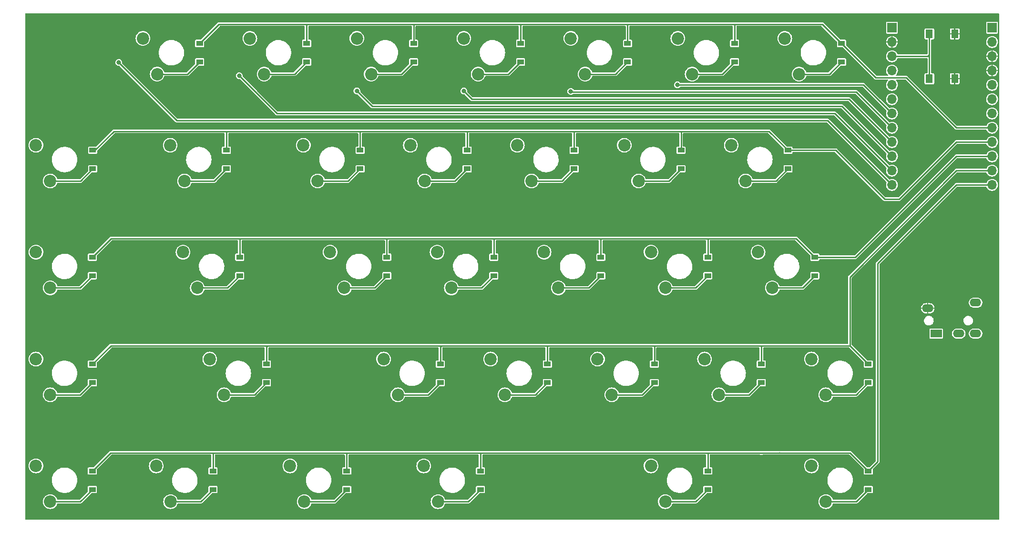
<source format=gbr>
%TF.GenerationSoftware,KiCad,Pcbnew,(6.0.4)*%
%TF.CreationDate,2022-03-31T08:58:10-07:00*%
%TF.ProjectId,hip-factor-3-l,6869702d-6661-4637-946f-722d332d6c2e,rev?*%
%TF.SameCoordinates,Original*%
%TF.FileFunction,Copper,L2,Bot*%
%TF.FilePolarity,Positive*%
%FSLAX46Y46*%
G04 Gerber Fmt 4.6, Leading zero omitted, Abs format (unit mm)*
G04 Created by KiCad (PCBNEW (6.0.4)) date 2022-03-31 08:58:10*
%MOMM*%
%LPD*%
G01*
G04 APERTURE LIST*
%TA.AperFunction,ComponentPad*%
%ADD10C,2.200000*%
%TD*%
%TA.AperFunction,ComponentPad*%
%ADD11R,1.700000X1.700000*%
%TD*%
%TA.AperFunction,ComponentPad*%
%ADD12O,1.700000X1.700000*%
%TD*%
%TA.AperFunction,SMDPad,CuDef*%
%ADD13R,1.200000X0.900000*%
%TD*%
%TA.AperFunction,ComponentPad*%
%ADD14O,2.000000X1.400000*%
%TD*%
%TA.AperFunction,ComponentPad*%
%ADD15R,2.000000X1.400000*%
%TD*%
%TA.AperFunction,SMDPad,CuDef*%
%ADD16R,1.300000X1.550000*%
%TD*%
%TA.AperFunction,ViaPad*%
%ADD17C,0.800000*%
%TD*%
%TA.AperFunction,Conductor*%
%ADD18C,0.250000*%
%TD*%
G04 APERTURE END LIST*
D10*
%TO.P,SW9,1,1*%
%TO.N,/col2*%
X59770000Y-56460000D03*
%TO.P,SW9,2,2*%
%TO.N,Net-(D9-Pad2)*%
X62310000Y-62810000D03*
%TD*%
%TO.P,SW25,1,1*%
%TO.N,/col4*%
X116670000Y-94460000D03*
%TO.P,SW25,2,2*%
%TO.N,Net-(D25-Pad2)*%
X119210000Y-100810000D03*
%TD*%
%TO.P,SW10,1,1*%
%TO.N,/col3*%
X83420000Y-56460000D03*
%TO.P,SW10,2,2*%
%TO.N,Net-(D10-Pad2)*%
X85960000Y-62810000D03*
%TD*%
%TO.P,SW13,1,1*%
%TO.N,/col6*%
X140420000Y-56460000D03*
%TO.P,SW13,2,2*%
%TO.N,Net-(D13-Pad2)*%
X142960000Y-62810000D03*
%TD*%
%TO.P,SW5,1,1*%
%TO.N,/col5*%
X130920000Y-37460000D03*
%TO.P,SW5,2,2*%
%TO.N,Net-(D5-Pad2)*%
X133460000Y-43810000D03*
%TD*%
%TO.P,SW34,1,1*%
%TO.N,/col7*%
X173670000Y-113460000D03*
%TO.P,SW34,2,2*%
%TO.N,Net-(D34-Pad2)*%
X176210000Y-119810000D03*
%TD*%
%TO.P,SW8,1,1*%
%TO.N,/col1*%
X35920000Y-56460000D03*
%TO.P,SW8,2,2*%
%TO.N,Net-(D8-Pad2)*%
X38460000Y-62810000D03*
%TD*%
%TO.P,SW18,1,1*%
%TO.N,/col4*%
X107170000Y-75460000D03*
%TO.P,SW18,2,2*%
%TO.N,Net-(D18-Pad2)*%
X109710000Y-81810000D03*
%TD*%
%TO.P,SW32,1,1*%
%TO.N,/col4*%
X104795000Y-113460000D03*
%TO.P,SW32,2,2*%
%TO.N,Net-(D32-Pad2)*%
X107335000Y-119810000D03*
%TD*%
%TO.P,SW27,1,1*%
%TO.N,/col6*%
X154670000Y-94460000D03*
%TO.P,SW27,2,2*%
%TO.N,Net-(D27-Pad2)*%
X157210000Y-100810000D03*
%TD*%
%TO.P,SW1,1,1*%
%TO.N,/col1*%
X54920000Y-37460000D03*
%TO.P,SW1,2,2*%
%TO.N,Net-(D1-Pad2)*%
X57460000Y-43810000D03*
%TD*%
%TO.P,SW21,1,1*%
%TO.N,/col7*%
X164170000Y-75460000D03*
%TO.P,SW21,2,2*%
%TO.N,Net-(D21-Pad2)*%
X166710000Y-81810000D03*
%TD*%
%TO.P,SW17,1,1*%
%TO.N,/col3*%
X88170000Y-75460000D03*
%TO.P,SW17,2,2*%
%TO.N,Net-(D17-Pad2)*%
X90710000Y-81810000D03*
%TD*%
%TO.P,SW14,1,1*%
%TO.N,/col7*%
X159420000Y-56460000D03*
%TO.P,SW14,2,2*%
%TO.N,Net-(D14-Pad2)*%
X161960000Y-62810000D03*
%TD*%
D11*
%TO.P,J1,1,Pin_1*%
%TO.N,unconnected-(J1-Pad1)*%
X205740000Y-35560000D03*
D12*
%TO.P,J1,2,Pin_2*%
%TO.N,unconnected-(J1-Pad2)*%
X205740000Y-38100000D03*
%TO.P,J1,3,Pin_3*%
%TO.N,GND*%
X205740000Y-40640000D03*
%TO.P,J1,4,Pin_4*%
X205740000Y-43180000D03*
%TO.P,J1,5,Pin_5*%
%TO.N,unconnected-(J1-Pad5)*%
X205740000Y-45720000D03*
%TO.P,J1,6,Pin_6*%
%TO.N,/comm*%
X205740000Y-48260000D03*
%TO.P,J1,7,Pin_7*%
%TO.N,unconnected-(J1-Pad7)*%
X205740000Y-50800000D03*
%TO.P,J1,8,Pin_8*%
%TO.N,/row1*%
X205740000Y-53340000D03*
%TO.P,J1,9,Pin_9*%
%TO.N,/row2*%
X205740000Y-55880000D03*
%TO.P,J1,10,Pin_10*%
%TO.N,/row3*%
X205740000Y-58420000D03*
%TO.P,J1,11,Pin_11*%
%TO.N,/row4*%
X205740000Y-60960000D03*
%TO.P,J1,12,Pin_12*%
%TO.N,/row5*%
X205740000Y-63500000D03*
%TD*%
D10*
%TO.P,SW29,1,1*%
%TO.N,/col1*%
X35920000Y-113460000D03*
%TO.P,SW29,2,2*%
%TO.N,Net-(D29-Pad2)*%
X38460000Y-119810000D03*
%TD*%
%TO.P,SW31,1,1*%
%TO.N,/col3*%
X81045000Y-113460000D03*
%TO.P,SW31,2,2*%
%TO.N,Net-(D31-Pad2)*%
X83585000Y-119810000D03*
%TD*%
%TO.P,SW23,1,1*%
%TO.N,/col2*%
X66795000Y-94460000D03*
%TO.P,SW23,2,2*%
%TO.N,Net-(D23-Pad2)*%
X69335000Y-100810000D03*
%TD*%
%TO.P,SW12,1,1*%
%TO.N,/col5*%
X121420000Y-56460000D03*
%TO.P,SW12,2,2*%
%TO.N,Net-(D12-Pad2)*%
X123960000Y-62810000D03*
%TD*%
%TO.P,SW19,1,1*%
%TO.N,/col5*%
X126170000Y-75460000D03*
%TO.P,SW19,2,2*%
%TO.N,Net-(D19-Pad2)*%
X128710000Y-81810000D03*
%TD*%
%TO.P,SW2,1,1*%
%TO.N,/col2*%
X73920000Y-37460000D03*
%TO.P,SW2,2,2*%
%TO.N,Net-(D2-Pad2)*%
X76460000Y-43810000D03*
%TD*%
%TO.P,SW16,1,1*%
%TO.N,/col2*%
X62045000Y-75460000D03*
%TO.P,SW16,2,2*%
%TO.N,Net-(D16-Pad2)*%
X64585000Y-81810000D03*
%TD*%
%TO.P,SW26,1,1*%
%TO.N,/col5*%
X135670000Y-94460000D03*
%TO.P,SW26,2,2*%
%TO.N,Net-(D26-Pad2)*%
X138210000Y-100810000D03*
%TD*%
%TO.P,SW7,1,1*%
%TO.N,/col7*%
X168920000Y-37460000D03*
%TO.P,SW7,2,2*%
%TO.N,Net-(D7-Pad2)*%
X171460000Y-43810000D03*
%TD*%
%TO.P,SW20,1,1*%
%TO.N,/col6*%
X145170000Y-75460000D03*
%TO.P,SW20,2,2*%
%TO.N,Net-(D20-Pad2)*%
X147710000Y-81810000D03*
%TD*%
%TO.P,SW4,1,1*%
%TO.N,/col4*%
X111920000Y-37460000D03*
%TO.P,SW4,2,2*%
%TO.N,Net-(D4-Pad2)*%
X114460000Y-43810000D03*
%TD*%
%TO.P,SW11,1,1*%
%TO.N,/col4*%
X102420000Y-56460000D03*
%TO.P,SW11,2,2*%
%TO.N,Net-(D11-Pad2)*%
X104960000Y-62810000D03*
%TD*%
%TO.P,SW33,1,1*%
%TO.N,/col6*%
X145170000Y-113460000D03*
%TO.P,SW33,2,2*%
%TO.N,Net-(D33-Pad2)*%
X147710000Y-119810000D03*
%TD*%
%TO.P,SW3,1,1*%
%TO.N,/col3*%
X92920000Y-37460000D03*
%TO.P,SW3,2,2*%
%TO.N,Net-(D3-Pad2)*%
X95460000Y-43810000D03*
%TD*%
%TO.P,SW28,1,1*%
%TO.N,/col7*%
X173670000Y-94460000D03*
%TO.P,SW28,2,2*%
%TO.N,Net-(D28-Pad2)*%
X176210000Y-100810000D03*
%TD*%
%TO.P,SW15,1,1*%
%TO.N,/col1*%
X35920000Y-75460000D03*
%TO.P,SW15,2,2*%
%TO.N,Net-(D15-Pad2)*%
X38460000Y-81810000D03*
%TD*%
%TO.P,SW22,1,1*%
%TO.N,/col1*%
X35920000Y-94460000D03*
%TO.P,SW22,2,2*%
%TO.N,Net-(D22-Pad2)*%
X38460000Y-100810000D03*
%TD*%
%TO.P,SW6,1,1*%
%TO.N,/col6*%
X149920000Y-37460000D03*
%TO.P,SW6,2,2*%
%TO.N,Net-(D6-Pad2)*%
X152460000Y-43810000D03*
%TD*%
D11*
%TO.P,J2,1,Pin_1*%
%TO.N,unconnected-(J2-Pad1)*%
X187960000Y-35560000D03*
D12*
%TO.P,J2,2,Pin_2*%
%TO.N,GND*%
X187960000Y-38100000D03*
%TO.P,J2,3,Pin_3*%
%TO.N,/res*%
X187960000Y-40640000D03*
%TO.P,J2,4,Pin_4*%
%TO.N,+5V*%
X187960000Y-43180000D03*
%TO.P,J2,5,Pin_5*%
%TO.N,unconnected-(J2-Pad5)*%
X187960000Y-45720000D03*
%TO.P,J2,6,Pin_6*%
%TO.N,/col7*%
X187960000Y-48260000D03*
%TO.P,J2,7,Pin_7*%
%TO.N,/col6*%
X187960000Y-50800000D03*
%TO.P,J2,8,Pin_8*%
%TO.N,/col5*%
X187960000Y-53340000D03*
%TO.P,J2,9,Pin_9*%
%TO.N,/col4*%
X187960000Y-55880000D03*
%TO.P,J2,10,Pin_10*%
%TO.N,/col3*%
X187960000Y-58420000D03*
%TO.P,J2,11,Pin_11*%
%TO.N,/col2*%
X187960000Y-60960000D03*
%TO.P,J2,12,Pin_12*%
%TO.N,/col1*%
X187960000Y-63500000D03*
%TD*%
D10*
%TO.P,SW24,1,1*%
%TO.N,/col3*%
X97670000Y-94460000D03*
%TO.P,SW24,2,2*%
%TO.N,Net-(D24-Pad2)*%
X100210000Y-100810000D03*
%TD*%
%TO.P,SW30,1,1*%
%TO.N,/col2*%
X57295000Y-113460000D03*
%TO.P,SW30,2,2*%
%TO.N,Net-(D30-Pad2)*%
X59835000Y-119810000D03*
%TD*%
D13*
%TO.P,D16,1,K*%
%TO.N,/row3*%
X72125000Y-76350000D03*
%TO.P,D16,2,A*%
%TO.N,Net-(D16-Pad2)*%
X72125000Y-79650000D03*
%TD*%
%TO.P,D21,1,K*%
%TO.N,/row3*%
X174250000Y-76350000D03*
%TO.P,D21,2,A*%
%TO.N,Net-(D21-Pad2)*%
X174250000Y-79650000D03*
%TD*%
%TO.P,D17,1,K*%
%TO.N,/row3*%
X98250000Y-76350000D03*
%TO.P,D17,2,A*%
%TO.N,Net-(D17-Pad2)*%
X98250000Y-79650000D03*
%TD*%
%TO.P,D26,1,K*%
%TO.N,/row4*%
X145750000Y-95350000D03*
%TO.P,D26,2,A*%
%TO.N,Net-(D26-Pad2)*%
X145750000Y-98650000D03*
%TD*%
%TO.P,D34,1,K*%
%TO.N,/row5*%
X183750000Y-114350000D03*
%TO.P,D34,2,A*%
%TO.N,Net-(D34-Pad2)*%
X183750000Y-117650000D03*
%TD*%
%TO.P,D24,1,K*%
%TO.N,/row4*%
X107750000Y-95350000D03*
%TO.P,D24,2,A*%
%TO.N,Net-(D24-Pad2)*%
X107750000Y-98650000D03*
%TD*%
%TO.P,D14,1,K*%
%TO.N,/row2*%
X169500000Y-57350000D03*
%TO.P,D14,2,A*%
%TO.N,Net-(D14-Pad2)*%
X169500000Y-60650000D03*
%TD*%
%TO.P,D5,1,K*%
%TO.N,/row1*%
X141000000Y-38350000D03*
%TO.P,D5,2,A*%
%TO.N,Net-(D5-Pad2)*%
X141000000Y-41650000D03*
%TD*%
%TO.P,D6,1,K*%
%TO.N,/row1*%
X160000000Y-38350000D03*
%TO.P,D6,2,A*%
%TO.N,Net-(D6-Pad2)*%
X160000000Y-41650000D03*
%TD*%
%TO.P,D10,1,K*%
%TO.N,/row2*%
X93500000Y-57350000D03*
%TO.P,D10,2,A*%
%TO.N,Net-(D10-Pad2)*%
X93500000Y-60650000D03*
%TD*%
%TO.P,D9,1,K*%
%TO.N,/row2*%
X69750000Y-57350000D03*
%TO.P,D9,2,A*%
%TO.N,Net-(D9-Pad2)*%
X69750000Y-60650000D03*
%TD*%
%TO.P,D18,1,K*%
%TO.N,/row3*%
X117250000Y-76350000D03*
%TO.P,D18,2,A*%
%TO.N,Net-(D18-Pad2)*%
X117250000Y-79650000D03*
%TD*%
%TO.P,D30,1,K*%
%TO.N,/row5*%
X67375000Y-114350000D03*
%TO.P,D30,2,A*%
%TO.N,Net-(D30-Pad2)*%
X67375000Y-117650000D03*
%TD*%
D14*
%TO.P,J3,*%
%TO.N,*%
X202810000Y-84430000D03*
%TO.P,J3,R1*%
%TO.N,/comm*%
X199810000Y-89930000D03*
%TO.P,J3,R2*%
%TO.N,unconnected-(J3-PadR2)*%
X202810000Y-89930000D03*
%TO.P,J3,S*%
%TO.N,GND*%
X194310000Y-85430000D03*
D15*
%TO.P,J3,T*%
%TO.N,+5V*%
X195810000Y-89930000D03*
%TD*%
D13*
%TO.P,D7,1,K*%
%TO.N,/row1*%
X179000000Y-38350000D03*
%TO.P,D7,2,A*%
%TO.N,Net-(D7-Pad2)*%
X179000000Y-41650000D03*
%TD*%
%TO.P,D2,1,K*%
%TO.N,/row1*%
X84000000Y-38350000D03*
%TO.P,D2,2,A*%
%TO.N,Net-(D2-Pad2)*%
X84000000Y-41650000D03*
%TD*%
%TO.P,D33,1,K*%
%TO.N,/row5*%
X155250000Y-114350000D03*
%TO.P,D33,2,A*%
%TO.N,Net-(D33-Pad2)*%
X155250000Y-117650000D03*
%TD*%
%TO.P,D15,1,K*%
%TO.N,/row3*%
X45950000Y-76350000D03*
%TO.P,D15,2,A*%
%TO.N,Net-(D15-Pad2)*%
X45950000Y-79650000D03*
%TD*%
%TO.P,D28,1,K*%
%TO.N,/row4*%
X183750000Y-95350000D03*
%TO.P,D28,2,A*%
%TO.N,Net-(D28-Pad2)*%
X183750000Y-98650000D03*
%TD*%
%TO.P,D23,1,K*%
%TO.N,/row4*%
X76875000Y-95350000D03*
%TO.P,D23,2,A*%
%TO.N,Net-(D23-Pad2)*%
X76875000Y-98650000D03*
%TD*%
%TO.P,D4,1,K*%
%TO.N,/row1*%
X122000000Y-38350000D03*
%TO.P,D4,2,A*%
%TO.N,Net-(D4-Pad2)*%
X122000000Y-41650000D03*
%TD*%
%TO.P,D11,1,K*%
%TO.N,/row2*%
X112500000Y-57350000D03*
%TO.P,D11,2,A*%
%TO.N,Net-(D11-Pad2)*%
X112500000Y-60650000D03*
%TD*%
%TO.P,D27,1,K*%
%TO.N,/row4*%
X164750000Y-95350000D03*
%TO.P,D27,2,A*%
%TO.N,Net-(D27-Pad2)*%
X164750000Y-98650000D03*
%TD*%
%TO.P,D32,1,K*%
%TO.N,/row5*%
X114875000Y-114350000D03*
%TO.P,D32,2,A*%
%TO.N,Net-(D32-Pad2)*%
X114875000Y-117650000D03*
%TD*%
%TO.P,D25,1,K*%
%TO.N,/row4*%
X126750000Y-95350000D03*
%TO.P,D25,2,A*%
%TO.N,Net-(D25-Pad2)*%
X126750000Y-98650000D03*
%TD*%
%TO.P,D12,1,K*%
%TO.N,/row2*%
X131500000Y-57350000D03*
%TO.P,D12,2,A*%
%TO.N,Net-(D12-Pad2)*%
X131500000Y-60650000D03*
%TD*%
%TO.P,D13,1,K*%
%TO.N,/row2*%
X150500000Y-57350000D03*
%TO.P,D13,2,A*%
%TO.N,Net-(D13-Pad2)*%
X150500000Y-60650000D03*
%TD*%
%TO.P,D22,1,K*%
%TO.N,/row4*%
X45950000Y-95350000D03*
%TO.P,D22,2,A*%
%TO.N,Net-(D22-Pad2)*%
X45950000Y-98650000D03*
%TD*%
%TO.P,D1,1,K*%
%TO.N,/row1*%
X65000000Y-38350000D03*
%TO.P,D1,2,A*%
%TO.N,Net-(D1-Pad2)*%
X65000000Y-41650000D03*
%TD*%
%TO.P,D31,1,K*%
%TO.N,/row5*%
X91125000Y-114350000D03*
%TO.P,D31,2,A*%
%TO.N,Net-(D31-Pad2)*%
X91125000Y-117650000D03*
%TD*%
%TO.P,D8,1,K*%
%TO.N,/row2*%
X46000000Y-57350000D03*
%TO.P,D8,2,A*%
%TO.N,Net-(D8-Pad2)*%
X46000000Y-60650000D03*
%TD*%
%TO.P,D20,1,K*%
%TO.N,/row3*%
X155250000Y-76350000D03*
%TO.P,D20,2,A*%
%TO.N,Net-(D20-Pad2)*%
X155250000Y-79650000D03*
%TD*%
%TO.P,D19,1,K*%
%TO.N,/row3*%
X136250000Y-76350000D03*
%TO.P,D19,2,A*%
%TO.N,Net-(D19-Pad2)*%
X136250000Y-79650000D03*
%TD*%
%TO.P,D3,1,K*%
%TO.N,/row1*%
X103000000Y-38350000D03*
%TO.P,D3,2,A*%
%TO.N,Net-(D3-Pad2)*%
X103000000Y-41650000D03*
%TD*%
%TO.P,D29,1,K*%
%TO.N,/row5*%
X45950000Y-114350000D03*
%TO.P,D29,2,A*%
%TO.N,Net-(D29-Pad2)*%
X45950000Y-117650000D03*
%TD*%
D16*
%TO.P,SW35,1,1*%
%TO.N,/res*%
X194600000Y-36660000D03*
X194600000Y-44620000D03*
%TO.P,SW35,2,2*%
%TO.N,GND*%
X199100000Y-44620000D03*
X199100000Y-36660000D03*
%TD*%
D17*
%TO.N,/col6*%
X149860000Y-45720000D03*
%TO.N,/col5*%
X130920000Y-46880000D03*
%TO.N,/col1*%
X50635000Y-41745000D03*
%TO.N,/col2*%
X72035000Y-44095000D03*
%TO.N,/col3*%
X92920000Y-46780000D03*
%TO.N,/col4*%
X111920000Y-46830000D03*
%TD*%
D18*
%TO.N,/row1*%
X160000000Y-34959451D02*
X159960549Y-34920000D01*
X190500000Y-44450000D02*
X189230000Y-44450000D01*
X185100000Y-44450000D02*
X189230000Y-44450000D01*
X205740000Y-53340000D02*
X199390000Y-53340000D01*
X122000000Y-38350000D02*
X122000000Y-35038097D01*
X122118097Y-34920000D02*
X102948745Y-34920000D01*
X84000000Y-34921928D02*
X84001928Y-34920000D01*
X65000000Y-38350000D02*
X68430000Y-34920000D01*
X199390000Y-53340000D02*
X190500000Y-44450000D01*
X84000000Y-38350000D02*
X84000000Y-34921928D01*
X68430000Y-34920000D02*
X84001928Y-34920000D01*
X159960549Y-34920000D02*
X140990750Y-34920000D01*
X189230000Y-44450000D02*
X186690000Y-44450000D01*
X102948745Y-34920000D02*
X84001928Y-34920000D01*
X141000000Y-38350000D02*
X141000000Y-34929250D01*
X103000000Y-38350000D02*
X103000000Y-34971255D01*
X179000000Y-38350000D02*
X185100000Y-44450000D01*
X175570000Y-34920000D02*
X179000000Y-38350000D01*
X160000000Y-38350000D02*
X160000000Y-34959451D01*
X159960549Y-34920000D02*
X175570000Y-34920000D01*
X141000000Y-34929250D02*
X140990750Y-34920000D01*
X103000000Y-34971255D02*
X102948745Y-34920000D01*
X140990750Y-34920000D02*
X122118097Y-34920000D01*
X122000000Y-35038097D02*
X122118097Y-34920000D01*
%TO.N,Net-(D1-Pad2)*%
X65000000Y-41650000D02*
X62840000Y-43810000D01*
X62840000Y-43810000D02*
X57460000Y-43810000D01*
%TO.N,Net-(D2-Pad2)*%
X81840000Y-43810000D02*
X76460000Y-43810000D01*
X84000000Y-41650000D02*
X81840000Y-43810000D01*
%TO.N,Net-(D3-Pad2)*%
X100840000Y-43810000D02*
X103000000Y-41650000D01*
X95460000Y-43810000D02*
X100840000Y-43810000D01*
%TO.N,Net-(D4-Pad2)*%
X119840000Y-43810000D02*
X114460000Y-43810000D01*
X122000000Y-41650000D02*
X119840000Y-43810000D01*
%TO.N,Net-(D5-Pad2)*%
X138840000Y-43810000D02*
X133460000Y-43810000D01*
X141000000Y-41650000D02*
X138840000Y-43810000D01*
%TO.N,Net-(D6-Pad2)*%
X160000000Y-41650000D02*
X157840000Y-43810000D01*
X157840000Y-43810000D02*
X152460000Y-43810000D01*
%TO.N,Net-(D7-Pad2)*%
X179000000Y-41650000D02*
X176840000Y-43810000D01*
X176840000Y-43810000D02*
X171460000Y-43810000D01*
%TO.N,/row2*%
X131547076Y-53970000D02*
X150537317Y-53970000D01*
X49780000Y-53970000D02*
X69759018Y-53970000D01*
X189230000Y-66040000D02*
X186690000Y-66040000D01*
X205740000Y-55880000D02*
X199390000Y-55880000D01*
X186690000Y-66040000D02*
X178000000Y-57350000D01*
X166120000Y-53970000D02*
X150537317Y-53970000D01*
X93501876Y-53970000D02*
X112486050Y-53970000D01*
X46400000Y-57350000D02*
X49780000Y-53970000D01*
X69759018Y-53970000D02*
X93501876Y-53970000D01*
X150500000Y-57350000D02*
X150500000Y-54007317D01*
X69750000Y-57350000D02*
X69750000Y-53979018D01*
X131500000Y-54017076D02*
X131547076Y-53970000D01*
X199390000Y-55880000D02*
X189230000Y-66040000D01*
X69750000Y-53979018D02*
X69759018Y-53970000D01*
X112500000Y-57350000D02*
X112500000Y-53983950D01*
X46000000Y-57350000D02*
X46400000Y-57350000D01*
X93500000Y-53971876D02*
X93501876Y-53970000D01*
X112486050Y-53970000D02*
X131547076Y-53970000D01*
X178000000Y-57350000D02*
X169500000Y-57350000D01*
X131500000Y-57350000D02*
X131500000Y-54017076D01*
X112500000Y-53983950D02*
X112486050Y-53970000D01*
X93500000Y-57350000D02*
X93500000Y-53971876D01*
X150500000Y-54007317D02*
X150537317Y-53970000D01*
X169500000Y-57350000D02*
X166120000Y-53970000D01*
%TO.N,Net-(D8-Pad2)*%
X43840000Y-62810000D02*
X38460000Y-62810000D01*
X46000000Y-60650000D02*
X43840000Y-62810000D01*
%TO.N,Net-(D9-Pad2)*%
X69750000Y-60650000D02*
X67590000Y-62810000D01*
X67590000Y-62810000D02*
X62210000Y-62810000D01*
%TO.N,Net-(D10-Pad2)*%
X91340000Y-62810000D02*
X85960000Y-62810000D01*
X93500000Y-60650000D02*
X91340000Y-62810000D01*
%TO.N,Net-(D11-Pad2)*%
X112500000Y-60650000D02*
X110340000Y-62810000D01*
X110340000Y-62810000D02*
X104960000Y-62810000D01*
%TO.N,Net-(D12-Pad2)*%
X129340000Y-62810000D02*
X123960000Y-62810000D01*
X131500000Y-60650000D02*
X129340000Y-62810000D01*
%TO.N,Net-(D13-Pad2)*%
X150500000Y-60650000D02*
X148340000Y-62810000D01*
X148340000Y-62810000D02*
X142960000Y-62810000D01*
%TO.N,Net-(D14-Pad2)*%
X167340000Y-62810000D02*
X161960000Y-62810000D01*
X169500000Y-60650000D02*
X167340000Y-62810000D01*
%TO.N,/row3*%
X170920000Y-73020000D02*
X155340617Y-73020000D01*
X199390000Y-58420000D02*
X181460000Y-76350000D01*
X98250000Y-73030683D02*
X98260683Y-73020000D01*
X136259848Y-73020000D02*
X117150000Y-73020000D01*
X117271148Y-73020000D02*
X117150000Y-73020000D01*
X117250000Y-76350000D02*
X117250000Y-73041148D01*
X72125000Y-76350000D02*
X72125000Y-73062807D01*
X45950000Y-76350000D02*
X49280000Y-73020000D01*
X136250000Y-76350000D02*
X136250000Y-73029848D01*
X174250000Y-76350000D02*
X170920000Y-73020000D01*
X155250000Y-76350000D02*
X155250000Y-73110617D01*
X136250000Y-73029848D02*
X136259848Y-73020000D01*
X98260683Y-73020000D02*
X72167807Y-73020000D01*
X49280000Y-73020000D02*
X72167807Y-73020000D01*
X155250000Y-73110617D02*
X155340617Y-73020000D01*
X72125000Y-73062807D02*
X72167807Y-73020000D01*
X117250000Y-73041148D02*
X117271148Y-73020000D01*
X98250000Y-76350000D02*
X98250000Y-73030683D01*
X155340617Y-73020000D02*
X136259848Y-73020000D01*
X181460000Y-76350000D02*
X174250000Y-76350000D01*
X117150000Y-73020000D02*
X98260683Y-73020000D01*
X205740000Y-58420000D02*
X199390000Y-58420000D01*
%TO.N,Net-(D15-Pad2)*%
X45950000Y-79650000D02*
X43790000Y-81810000D01*
X43790000Y-81810000D02*
X38460000Y-81810000D01*
%TO.N,Net-(D16-Pad2)*%
X72125000Y-79650000D02*
X69965000Y-81810000D01*
X69965000Y-81810000D02*
X64585000Y-81810000D01*
%TO.N,Net-(D18-Pad2)*%
X115090000Y-81810000D02*
X109710000Y-81810000D01*
X117250000Y-79650000D02*
X115090000Y-81810000D01*
%TO.N,Net-(D19-Pad2)*%
X134090000Y-81810000D02*
X128710000Y-81810000D01*
X136250000Y-79650000D02*
X134090000Y-81810000D01*
%TO.N,Net-(D20-Pad2)*%
X155250000Y-79650000D02*
X153090000Y-81810000D01*
X153090000Y-81810000D02*
X147710000Y-81810000D01*
%TO.N,Net-(D17-Pad2)*%
X96090000Y-81810000D02*
X90710000Y-81810000D01*
X98250000Y-79650000D02*
X96090000Y-81810000D01*
%TO.N,/row4*%
X126750000Y-95350000D02*
X126750000Y-92127646D01*
X145750000Y-95350000D02*
X145750000Y-92076116D01*
X164750000Y-95350000D02*
X164750000Y-92199137D01*
X126807646Y-92070000D02*
X145756116Y-92070000D01*
X45950000Y-95350000D02*
X49230000Y-92070000D01*
X180470000Y-92070000D02*
X180070000Y-92070000D01*
X76840000Y-92070000D02*
X77044319Y-92070000D01*
X126750000Y-92127646D02*
X126807646Y-92070000D01*
X76875000Y-95350000D02*
X76875000Y-92105000D01*
X183750000Y-95350000D02*
X180470000Y-92070000D01*
X107916839Y-92070000D02*
X126807646Y-92070000D01*
X107750000Y-95350000D02*
X107750000Y-92236839D01*
X180470000Y-79880000D02*
X180470000Y-92070000D01*
X107750000Y-92236839D02*
X107916839Y-92070000D01*
X76875000Y-92239319D02*
X77044319Y-92070000D01*
X77044319Y-92070000D02*
X107916839Y-92070000D01*
X145750000Y-92076116D02*
X145756116Y-92070000D01*
X145756116Y-92070000D02*
X164879137Y-92070000D01*
X205740000Y-60960000D02*
X199390000Y-60960000D01*
X164750000Y-92199137D02*
X164879137Y-92070000D01*
X49230000Y-92070000D02*
X76840000Y-92070000D01*
X76875000Y-92105000D02*
X76840000Y-92070000D01*
X199390000Y-60960000D02*
X180470000Y-79880000D01*
X164879137Y-92070000D02*
X180070000Y-92070000D01*
%TO.N,Net-(D22-Pad2)*%
X45950000Y-98650000D02*
X43790000Y-100810000D01*
X43790000Y-100810000D02*
X38460000Y-100810000D01*
%TO.N,Net-(D21-Pad2)*%
X174250000Y-79650000D02*
X172090000Y-81810000D01*
X172090000Y-81810000D02*
X166710000Y-81810000D01*
%TO.N,Net-(D23-Pad2)*%
X74715000Y-100810000D02*
X69335000Y-100810000D01*
X76875000Y-98650000D02*
X74715000Y-100810000D01*
%TO.N,Net-(D25-Pad2)*%
X126750000Y-98650000D02*
X124590000Y-100810000D01*
X124590000Y-100810000D02*
X119210000Y-100810000D01*
%TO.N,Net-(D26-Pad2)*%
X143590000Y-100810000D02*
X138210000Y-100810000D01*
X145750000Y-98650000D02*
X143590000Y-100810000D01*
%TO.N,Net-(D24-Pad2)*%
X105590000Y-100810000D02*
X100210000Y-100810000D01*
X107750000Y-98650000D02*
X105590000Y-100810000D01*
%TO.N,Net-(D27-Pad2)*%
X164750000Y-98650000D02*
X162590000Y-100810000D01*
X162590000Y-100810000D02*
X157210000Y-100810000D01*
%TO.N,Net-(D28-Pad2)*%
X183750000Y-98650000D02*
X181590000Y-100810000D01*
X181590000Y-100810000D02*
X176210000Y-100810000D01*
%TO.N,Net-(D29-Pad2)*%
X43790000Y-119810000D02*
X38460000Y-119810000D01*
X45950000Y-117650000D02*
X43790000Y-119810000D01*
%TO.N,Net-(D30-Pad2)*%
X67375000Y-117650000D02*
X65215000Y-119810000D01*
X65215000Y-119810000D02*
X59835000Y-119810000D01*
%TO.N,Net-(D32-Pad2)*%
X114875000Y-117650000D02*
X112715000Y-119810000D01*
X112715000Y-119810000D02*
X107335000Y-119810000D01*
%TO.N,Net-(D31-Pad2)*%
X88965000Y-119810000D02*
X83585000Y-119810000D01*
X91125000Y-117650000D02*
X88965000Y-119810000D01*
%TO.N,Net-(D33-Pad2)*%
X153090000Y-119810000D02*
X147710000Y-119810000D01*
X155250000Y-117650000D02*
X153090000Y-119810000D01*
%TO.N,Net-(D34-Pad2)*%
X181590000Y-119810000D02*
X176210000Y-119810000D01*
X183750000Y-117650000D02*
X181590000Y-119810000D01*
%TO.N,/col6*%
X182880000Y-45720000D02*
X149860000Y-45720000D01*
X187960000Y-50800000D02*
X182880000Y-45720000D01*
%TO.N,/row5*%
X205740000Y-63500000D02*
X199390000Y-63500000D01*
X114875000Y-114350000D02*
X114875000Y-111143715D01*
X153980000Y-111120000D02*
X155265132Y-111120000D01*
X67375000Y-111146796D02*
X67348204Y-111120000D01*
X180520000Y-111120000D02*
X183750000Y-114350000D01*
X185420000Y-112680000D02*
X183750000Y-114350000D01*
X167950000Y-111120000D02*
X180520000Y-111120000D01*
X199390000Y-63500000D02*
X185420000Y-77470000D01*
X155250000Y-114350000D02*
X155250000Y-111135132D01*
X114898715Y-111120000D02*
X114875000Y-111143715D01*
X164750000Y-111187269D02*
X164682731Y-111120000D01*
X45950000Y-114350000D02*
X49180000Y-111120000D01*
X153980000Y-111120000D02*
X114898715Y-111120000D01*
X155250000Y-111135132D02*
X155265132Y-111120000D01*
X167950000Y-111120000D02*
X164682731Y-111120000D01*
X185420000Y-77470000D02*
X185420000Y-112680000D01*
X91106180Y-111120000D02*
X114898715Y-111120000D01*
X67375000Y-114350000D02*
X67375000Y-111146796D01*
X91125000Y-111138820D02*
X91106180Y-111120000D01*
X167955000Y-111115000D02*
X167950000Y-111120000D01*
X67348204Y-111120000D02*
X91106180Y-111120000D01*
X155265132Y-111120000D02*
X164682731Y-111120000D01*
X91125000Y-114350000D02*
X91125000Y-111138820D01*
X49180000Y-111120000D02*
X67348204Y-111120000D01*
%TO.N,/col5*%
X181610000Y-46990000D02*
X131030000Y-46990000D01*
X131030000Y-46990000D02*
X130920000Y-46880000D01*
X187960000Y-53340000D02*
X181610000Y-46990000D01*
%TO.N,/col1*%
X60960000Y-52070000D02*
X50635000Y-41745000D01*
X176530000Y-52070000D02*
X60960000Y-52070000D01*
X187960000Y-63500000D02*
X176530000Y-52070000D01*
%TO.N,/col2*%
X177800000Y-50800000D02*
X78740000Y-50800000D01*
X78740000Y-50800000D02*
X72035000Y-44095000D01*
X187960000Y-60960000D02*
X177800000Y-50800000D01*
%TO.N,/col3*%
X187960000Y-58420000D02*
X179070000Y-49530000D01*
X95670000Y-49530000D02*
X92920000Y-46780000D01*
X179070000Y-49530000D02*
X95670000Y-49530000D01*
%TO.N,/col4*%
X187960000Y-55880000D02*
X180340000Y-48260000D01*
X180340000Y-48260000D02*
X113350000Y-48260000D01*
X113350000Y-48260000D02*
X111920000Y-46830000D01*
%TO.N,/res*%
X187960000Y-40640000D02*
X194310000Y-40640000D01*
X194600000Y-36660000D02*
X194600000Y-40350000D01*
X194310000Y-40640000D02*
X194600000Y-40350000D01*
X194600000Y-40350000D02*
X194600000Y-44620000D01*
%TD*%
%TA.AperFunction,Conductor*%
%TO.N,GND*%
G36*
X206959191Y-33018907D02*
G01*
X206995155Y-33068407D01*
X207000000Y-33099000D01*
X207000000Y-122901000D01*
X206981093Y-122959191D01*
X206931593Y-122995155D01*
X206901000Y-123000000D01*
X34099000Y-123000000D01*
X34040809Y-122981093D01*
X34004845Y-122931593D01*
X34000000Y-122901000D01*
X34000000Y-119810000D01*
X37154532Y-119810000D01*
X37174365Y-120036692D01*
X37175484Y-120040867D01*
X37175484Y-120040869D01*
X37199153Y-120129204D01*
X37233261Y-120256496D01*
X37329432Y-120462734D01*
X37459953Y-120649139D01*
X37620861Y-120810047D01*
X37807266Y-120940568D01*
X38013504Y-121036739D01*
X38102563Y-121060602D01*
X38229131Y-121094516D01*
X38229133Y-121094516D01*
X38233308Y-121095635D01*
X38460000Y-121115468D01*
X38686692Y-121095635D01*
X38690867Y-121094516D01*
X38690869Y-121094516D01*
X38817437Y-121060602D01*
X38906496Y-121036739D01*
X39112734Y-120940568D01*
X39299139Y-120810047D01*
X39460047Y-120649139D01*
X39590568Y-120462734D01*
X39686739Y-120256496D01*
X39687857Y-120252322D01*
X39687860Y-120252315D01*
X39699500Y-120208876D01*
X39732824Y-120157562D01*
X39795126Y-120135500D01*
X43771466Y-120135500D01*
X43780095Y-120135877D01*
X43818807Y-120139264D01*
X43856350Y-120129204D01*
X43864784Y-120127334D01*
X43894517Y-120122092D01*
X43894519Y-120122091D01*
X43903045Y-120120588D01*
X43910544Y-120116258D01*
X43916029Y-120114262D01*
X43921316Y-120111796D01*
X43929684Y-120109554D01*
X43961511Y-120087268D01*
X43968795Y-120082627D01*
X44002455Y-120063194D01*
X44027431Y-120033429D01*
X44033265Y-120027061D01*
X44250326Y-119810000D01*
X58529532Y-119810000D01*
X58549365Y-120036692D01*
X58550484Y-120040867D01*
X58550484Y-120040869D01*
X58574153Y-120129204D01*
X58608261Y-120256496D01*
X58704432Y-120462734D01*
X58834953Y-120649139D01*
X58995861Y-120810047D01*
X59182266Y-120940568D01*
X59388504Y-121036739D01*
X59477563Y-121060602D01*
X59604131Y-121094516D01*
X59604133Y-121094516D01*
X59608308Y-121095635D01*
X59835000Y-121115468D01*
X60061692Y-121095635D01*
X60065867Y-121094516D01*
X60065869Y-121094516D01*
X60192437Y-121060602D01*
X60281496Y-121036739D01*
X60487734Y-120940568D01*
X60674139Y-120810047D01*
X60835047Y-120649139D01*
X60965568Y-120462734D01*
X61061739Y-120256496D01*
X61062857Y-120252322D01*
X61062860Y-120252315D01*
X61074500Y-120208876D01*
X61107824Y-120157562D01*
X61170126Y-120135500D01*
X65196466Y-120135500D01*
X65205095Y-120135877D01*
X65243807Y-120139264D01*
X65281350Y-120129204D01*
X65289784Y-120127334D01*
X65319517Y-120122092D01*
X65319519Y-120122091D01*
X65328045Y-120120588D01*
X65335544Y-120116258D01*
X65341029Y-120114262D01*
X65346316Y-120111796D01*
X65354684Y-120109554D01*
X65386511Y-120087268D01*
X65393795Y-120082627D01*
X65427455Y-120063194D01*
X65452431Y-120033429D01*
X65458265Y-120027061D01*
X65675326Y-119810000D01*
X82279532Y-119810000D01*
X82299365Y-120036692D01*
X82300484Y-120040867D01*
X82300484Y-120040869D01*
X82324153Y-120129204D01*
X82358261Y-120256496D01*
X82454432Y-120462734D01*
X82584953Y-120649139D01*
X82745861Y-120810047D01*
X82932266Y-120940568D01*
X83138504Y-121036739D01*
X83227563Y-121060602D01*
X83354131Y-121094516D01*
X83354133Y-121094516D01*
X83358308Y-121095635D01*
X83585000Y-121115468D01*
X83811692Y-121095635D01*
X83815867Y-121094516D01*
X83815869Y-121094516D01*
X83942437Y-121060602D01*
X84031496Y-121036739D01*
X84237734Y-120940568D01*
X84424139Y-120810047D01*
X84585047Y-120649139D01*
X84715568Y-120462734D01*
X84811739Y-120256496D01*
X84812857Y-120252322D01*
X84812860Y-120252315D01*
X84824500Y-120208876D01*
X84857824Y-120157562D01*
X84920126Y-120135500D01*
X88946466Y-120135500D01*
X88955095Y-120135877D01*
X88993807Y-120139264D01*
X89031350Y-120129204D01*
X89039784Y-120127334D01*
X89069517Y-120122092D01*
X89069519Y-120122091D01*
X89078045Y-120120588D01*
X89085544Y-120116258D01*
X89091029Y-120114262D01*
X89096316Y-120111796D01*
X89104684Y-120109554D01*
X89136511Y-120087268D01*
X89143795Y-120082627D01*
X89177455Y-120063194D01*
X89202431Y-120033429D01*
X89208265Y-120027061D01*
X89425326Y-119810000D01*
X106029532Y-119810000D01*
X106049365Y-120036692D01*
X106050484Y-120040867D01*
X106050484Y-120040869D01*
X106074153Y-120129204D01*
X106108261Y-120256496D01*
X106204432Y-120462734D01*
X106334953Y-120649139D01*
X106495861Y-120810047D01*
X106682266Y-120940568D01*
X106888504Y-121036739D01*
X106977563Y-121060602D01*
X107104131Y-121094516D01*
X107104133Y-121094516D01*
X107108308Y-121095635D01*
X107335000Y-121115468D01*
X107561692Y-121095635D01*
X107565867Y-121094516D01*
X107565869Y-121094516D01*
X107692437Y-121060602D01*
X107781496Y-121036739D01*
X107987734Y-120940568D01*
X108174139Y-120810047D01*
X108335047Y-120649139D01*
X108465568Y-120462734D01*
X108561739Y-120256496D01*
X108562857Y-120252322D01*
X108562860Y-120252315D01*
X108574500Y-120208876D01*
X108607824Y-120157562D01*
X108670126Y-120135500D01*
X112696466Y-120135500D01*
X112705095Y-120135877D01*
X112743807Y-120139264D01*
X112781350Y-120129204D01*
X112789784Y-120127334D01*
X112819517Y-120122092D01*
X112819519Y-120122091D01*
X112828045Y-120120588D01*
X112835544Y-120116258D01*
X112841029Y-120114262D01*
X112846316Y-120111796D01*
X112854684Y-120109554D01*
X112886511Y-120087268D01*
X112893795Y-120082627D01*
X112927455Y-120063194D01*
X112952431Y-120033429D01*
X112958265Y-120027061D01*
X113175326Y-119810000D01*
X146404532Y-119810000D01*
X146424365Y-120036692D01*
X146425484Y-120040867D01*
X146425484Y-120040869D01*
X146449153Y-120129204D01*
X146483261Y-120256496D01*
X146579432Y-120462734D01*
X146709953Y-120649139D01*
X146870861Y-120810047D01*
X147057266Y-120940568D01*
X147263504Y-121036739D01*
X147352563Y-121060602D01*
X147479131Y-121094516D01*
X147479133Y-121094516D01*
X147483308Y-121095635D01*
X147710000Y-121115468D01*
X147936692Y-121095635D01*
X147940867Y-121094516D01*
X147940869Y-121094516D01*
X148067437Y-121060602D01*
X148156496Y-121036739D01*
X148362734Y-120940568D01*
X148549139Y-120810047D01*
X148710047Y-120649139D01*
X148840568Y-120462734D01*
X148936739Y-120256496D01*
X148937857Y-120252322D01*
X148937860Y-120252315D01*
X148949500Y-120208876D01*
X148982824Y-120157562D01*
X149045126Y-120135500D01*
X153071466Y-120135500D01*
X153080095Y-120135877D01*
X153118807Y-120139264D01*
X153156350Y-120129204D01*
X153164784Y-120127334D01*
X153194517Y-120122092D01*
X153194519Y-120122091D01*
X153203045Y-120120588D01*
X153210544Y-120116258D01*
X153216029Y-120114262D01*
X153221316Y-120111796D01*
X153229684Y-120109554D01*
X153261511Y-120087268D01*
X153268795Y-120082627D01*
X153302455Y-120063194D01*
X153327431Y-120033429D01*
X153333265Y-120027061D01*
X153550326Y-119810000D01*
X174904532Y-119810000D01*
X174924365Y-120036692D01*
X174925484Y-120040867D01*
X174925484Y-120040869D01*
X174949153Y-120129204D01*
X174983261Y-120256496D01*
X175079432Y-120462734D01*
X175209953Y-120649139D01*
X175370861Y-120810047D01*
X175557266Y-120940568D01*
X175763504Y-121036739D01*
X175852563Y-121060602D01*
X175979131Y-121094516D01*
X175979133Y-121094516D01*
X175983308Y-121095635D01*
X176210000Y-121115468D01*
X176436692Y-121095635D01*
X176440867Y-121094516D01*
X176440869Y-121094516D01*
X176567437Y-121060602D01*
X176656496Y-121036739D01*
X176862734Y-120940568D01*
X177049139Y-120810047D01*
X177210047Y-120649139D01*
X177340568Y-120462734D01*
X177436739Y-120256496D01*
X177437857Y-120252322D01*
X177437860Y-120252315D01*
X177449500Y-120208876D01*
X177482824Y-120157562D01*
X177545126Y-120135500D01*
X181571466Y-120135500D01*
X181580095Y-120135877D01*
X181618807Y-120139264D01*
X181656350Y-120129204D01*
X181664784Y-120127334D01*
X181694517Y-120122092D01*
X181694519Y-120122091D01*
X181703045Y-120120588D01*
X181710544Y-120116258D01*
X181716029Y-120114262D01*
X181721316Y-120111796D01*
X181729684Y-120109554D01*
X181761511Y-120087268D01*
X181768795Y-120082627D01*
X181802455Y-120063194D01*
X181827431Y-120033429D01*
X181833265Y-120027061D01*
X183530831Y-118329496D01*
X183585348Y-118301719D01*
X183600835Y-118300500D01*
X184369748Y-118300500D01*
X184395995Y-118295279D01*
X184418666Y-118290770D01*
X184418668Y-118290769D01*
X184428231Y-118288867D01*
X184494552Y-118244552D01*
X184538867Y-118178231D01*
X184550500Y-118119748D01*
X184550500Y-117180252D01*
X184538867Y-117121769D01*
X184494552Y-117055448D01*
X184428231Y-117011133D01*
X184418668Y-117009231D01*
X184418666Y-117009230D01*
X184395995Y-117004721D01*
X184369748Y-116999500D01*
X183130252Y-116999500D01*
X183104005Y-117004721D01*
X183081334Y-117009230D01*
X183081332Y-117009231D01*
X183071769Y-117011133D01*
X183005448Y-117055448D01*
X182961133Y-117121769D01*
X182949500Y-117180252D01*
X182949500Y-117949165D01*
X182930593Y-118007356D01*
X182920504Y-118019169D01*
X181484170Y-119455504D01*
X181429653Y-119483281D01*
X181414166Y-119484500D01*
X177545126Y-119484500D01*
X177486935Y-119465593D01*
X177449500Y-119411124D01*
X177437860Y-119367685D01*
X177437857Y-119367677D01*
X177436739Y-119363504D01*
X177340568Y-119157266D01*
X177210047Y-118970861D01*
X177049139Y-118809953D01*
X176862734Y-118679432D01*
X176656496Y-118583261D01*
X176567437Y-118559398D01*
X176440869Y-118525484D01*
X176440867Y-118525484D01*
X176436692Y-118524365D01*
X176210000Y-118504532D01*
X175983308Y-118524365D01*
X175979133Y-118525484D01*
X175979131Y-118525484D01*
X175852563Y-118559398D01*
X175763504Y-118583261D01*
X175557266Y-118679432D01*
X175370861Y-118809953D01*
X175209953Y-118970861D01*
X175079432Y-119157266D01*
X174983261Y-119363504D01*
X174924365Y-119583308D01*
X174904532Y-119810000D01*
X153550326Y-119810000D01*
X155030831Y-118329496D01*
X155085348Y-118301719D01*
X155100835Y-118300500D01*
X155869748Y-118300500D01*
X155895995Y-118295279D01*
X155918666Y-118290770D01*
X155918668Y-118290769D01*
X155928231Y-118288867D01*
X155994552Y-118244552D01*
X156038867Y-118178231D01*
X156050500Y-118119748D01*
X156050500Y-117180252D01*
X156038867Y-117121769D01*
X155994552Y-117055448D01*
X155928231Y-117011133D01*
X155918668Y-117009231D01*
X155918666Y-117009230D01*
X155895995Y-117004721D01*
X155869748Y-116999500D01*
X154630252Y-116999500D01*
X154604005Y-117004721D01*
X154581334Y-117009230D01*
X154581332Y-117009231D01*
X154571769Y-117011133D01*
X154505448Y-117055448D01*
X154461133Y-117121769D01*
X154449500Y-117180252D01*
X154449500Y-117949165D01*
X154430593Y-118007356D01*
X154420504Y-118019169D01*
X152984170Y-119455504D01*
X152929653Y-119483281D01*
X152914166Y-119484500D01*
X149045126Y-119484500D01*
X148986935Y-119465593D01*
X148949500Y-119411124D01*
X148937860Y-119367685D01*
X148937857Y-119367677D01*
X148936739Y-119363504D01*
X148840568Y-119157266D01*
X148710047Y-118970861D01*
X148549139Y-118809953D01*
X148362734Y-118679432D01*
X148156496Y-118583261D01*
X148067437Y-118559398D01*
X147940869Y-118525484D01*
X147940867Y-118525484D01*
X147936692Y-118524365D01*
X147710000Y-118504532D01*
X147483308Y-118524365D01*
X147479133Y-118525484D01*
X147479131Y-118525484D01*
X147352563Y-118559398D01*
X147263504Y-118583261D01*
X147057266Y-118679432D01*
X146870861Y-118809953D01*
X146709953Y-118970861D01*
X146579432Y-119157266D01*
X146483261Y-119363504D01*
X146424365Y-119583308D01*
X146404532Y-119810000D01*
X113175326Y-119810000D01*
X114655831Y-118329496D01*
X114710348Y-118301719D01*
X114725835Y-118300500D01*
X115494748Y-118300500D01*
X115520995Y-118295279D01*
X115543666Y-118290770D01*
X115543668Y-118290769D01*
X115553231Y-118288867D01*
X115619552Y-118244552D01*
X115663867Y-118178231D01*
X115675500Y-118119748D01*
X115675500Y-117180252D01*
X115663867Y-117121769D01*
X115619552Y-117055448D01*
X115553231Y-117011133D01*
X115543668Y-117009231D01*
X115543666Y-117009230D01*
X115520995Y-117004721D01*
X115494748Y-116999500D01*
X114255252Y-116999500D01*
X114229005Y-117004721D01*
X114206334Y-117009230D01*
X114206332Y-117009231D01*
X114196769Y-117011133D01*
X114130448Y-117055448D01*
X114086133Y-117121769D01*
X114074500Y-117180252D01*
X114074500Y-117949165D01*
X114055593Y-118007356D01*
X114045504Y-118019169D01*
X112609170Y-119455504D01*
X112554653Y-119483281D01*
X112539166Y-119484500D01*
X108670126Y-119484500D01*
X108611935Y-119465593D01*
X108574500Y-119411124D01*
X108562860Y-119367685D01*
X108562857Y-119367677D01*
X108561739Y-119363504D01*
X108465568Y-119157266D01*
X108335047Y-118970861D01*
X108174139Y-118809953D01*
X107987734Y-118679432D01*
X107781496Y-118583261D01*
X107692437Y-118559398D01*
X107565869Y-118525484D01*
X107565867Y-118525484D01*
X107561692Y-118524365D01*
X107335000Y-118504532D01*
X107108308Y-118524365D01*
X107104133Y-118525484D01*
X107104131Y-118525484D01*
X106977563Y-118559398D01*
X106888504Y-118583261D01*
X106682266Y-118679432D01*
X106495861Y-118809953D01*
X106334953Y-118970861D01*
X106204432Y-119157266D01*
X106108261Y-119363504D01*
X106049365Y-119583308D01*
X106029532Y-119810000D01*
X89425326Y-119810000D01*
X90905831Y-118329496D01*
X90960348Y-118301719D01*
X90975835Y-118300500D01*
X91744748Y-118300500D01*
X91770995Y-118295279D01*
X91793666Y-118290770D01*
X91793668Y-118290769D01*
X91803231Y-118288867D01*
X91869552Y-118244552D01*
X91913867Y-118178231D01*
X91925500Y-118119748D01*
X91925500Y-117180252D01*
X91913867Y-117121769D01*
X91869552Y-117055448D01*
X91803231Y-117011133D01*
X91793668Y-117009231D01*
X91793666Y-117009230D01*
X91770995Y-117004721D01*
X91744748Y-116999500D01*
X90505252Y-116999500D01*
X90479005Y-117004721D01*
X90456334Y-117009230D01*
X90456332Y-117009231D01*
X90446769Y-117011133D01*
X90380448Y-117055448D01*
X90336133Y-117121769D01*
X90324500Y-117180252D01*
X90324500Y-117949165D01*
X90305593Y-118007356D01*
X90295504Y-118019169D01*
X88859170Y-119455504D01*
X88804653Y-119483281D01*
X88789166Y-119484500D01*
X84920126Y-119484500D01*
X84861935Y-119465593D01*
X84824500Y-119411124D01*
X84812860Y-119367685D01*
X84812857Y-119367677D01*
X84811739Y-119363504D01*
X84715568Y-119157266D01*
X84585047Y-118970861D01*
X84424139Y-118809953D01*
X84237734Y-118679432D01*
X84031496Y-118583261D01*
X83942437Y-118559398D01*
X83815869Y-118525484D01*
X83815867Y-118525484D01*
X83811692Y-118524365D01*
X83585000Y-118504532D01*
X83358308Y-118524365D01*
X83354133Y-118525484D01*
X83354131Y-118525484D01*
X83227563Y-118559398D01*
X83138504Y-118583261D01*
X82932266Y-118679432D01*
X82745861Y-118809953D01*
X82584953Y-118970861D01*
X82454432Y-119157266D01*
X82358261Y-119363504D01*
X82299365Y-119583308D01*
X82279532Y-119810000D01*
X65675326Y-119810000D01*
X67155831Y-118329496D01*
X67210348Y-118301719D01*
X67225835Y-118300500D01*
X67994748Y-118300500D01*
X68020995Y-118295279D01*
X68043666Y-118290770D01*
X68043668Y-118290769D01*
X68053231Y-118288867D01*
X68119552Y-118244552D01*
X68163867Y-118178231D01*
X68175500Y-118119748D01*
X68175500Y-117180252D01*
X68163867Y-117121769D01*
X68119552Y-117055448D01*
X68053231Y-117011133D01*
X68043668Y-117009231D01*
X68043666Y-117009230D01*
X68020995Y-117004721D01*
X67994748Y-116999500D01*
X66755252Y-116999500D01*
X66729005Y-117004721D01*
X66706334Y-117009230D01*
X66706332Y-117009231D01*
X66696769Y-117011133D01*
X66630448Y-117055448D01*
X66586133Y-117121769D01*
X66574500Y-117180252D01*
X66574500Y-117949165D01*
X66555593Y-118007356D01*
X66545504Y-118019169D01*
X65109170Y-119455504D01*
X65054653Y-119483281D01*
X65039166Y-119484500D01*
X61170126Y-119484500D01*
X61111935Y-119465593D01*
X61074500Y-119411124D01*
X61062860Y-119367685D01*
X61062857Y-119367677D01*
X61061739Y-119363504D01*
X60965568Y-119157266D01*
X60835047Y-118970861D01*
X60674139Y-118809953D01*
X60487734Y-118679432D01*
X60281496Y-118583261D01*
X60192437Y-118559398D01*
X60065869Y-118525484D01*
X60065867Y-118525484D01*
X60061692Y-118524365D01*
X59835000Y-118504532D01*
X59608308Y-118524365D01*
X59604133Y-118525484D01*
X59604131Y-118525484D01*
X59477563Y-118559398D01*
X59388504Y-118583261D01*
X59182266Y-118679432D01*
X58995861Y-118809953D01*
X58834953Y-118970861D01*
X58704432Y-119157266D01*
X58608261Y-119363504D01*
X58549365Y-119583308D01*
X58529532Y-119810000D01*
X44250326Y-119810000D01*
X45730831Y-118329496D01*
X45785348Y-118301719D01*
X45800835Y-118300500D01*
X46569748Y-118300500D01*
X46595995Y-118295279D01*
X46618666Y-118290770D01*
X46618668Y-118290769D01*
X46628231Y-118288867D01*
X46694552Y-118244552D01*
X46738867Y-118178231D01*
X46750500Y-118119748D01*
X46750500Y-117180252D01*
X46738867Y-117121769D01*
X46694552Y-117055448D01*
X46628231Y-117011133D01*
X46618668Y-117009231D01*
X46618666Y-117009230D01*
X46595995Y-117004721D01*
X46569748Y-116999500D01*
X45330252Y-116999500D01*
X45304005Y-117004721D01*
X45281334Y-117009230D01*
X45281332Y-117009231D01*
X45271769Y-117011133D01*
X45205448Y-117055448D01*
X45161133Y-117121769D01*
X45149500Y-117180252D01*
X45149500Y-117949165D01*
X45130593Y-118007356D01*
X45120504Y-118019169D01*
X43684170Y-119455504D01*
X43629653Y-119483281D01*
X43614166Y-119484500D01*
X39795126Y-119484500D01*
X39736935Y-119465593D01*
X39699500Y-119411124D01*
X39687860Y-119367685D01*
X39687857Y-119367677D01*
X39686739Y-119363504D01*
X39590568Y-119157266D01*
X39460047Y-118970861D01*
X39299139Y-118809953D01*
X39112734Y-118679432D01*
X38906496Y-118583261D01*
X38817437Y-118559398D01*
X38690869Y-118525484D01*
X38690867Y-118525484D01*
X38686692Y-118524365D01*
X38460000Y-118504532D01*
X38233308Y-118524365D01*
X38229133Y-118525484D01*
X38229131Y-118525484D01*
X38102563Y-118559398D01*
X38013504Y-118583261D01*
X37807266Y-118679432D01*
X37620861Y-118809953D01*
X37459953Y-118970861D01*
X37329432Y-119157266D01*
X37233261Y-119363504D01*
X37174365Y-119583308D01*
X37154532Y-119810000D01*
X34000000Y-119810000D01*
X34000000Y-116047236D01*
X38744958Y-116047236D01*
X38771014Y-116345065D01*
X38771730Y-116348267D01*
X38816554Y-116548796D01*
X38836232Y-116636832D01*
X38939464Y-116917410D01*
X38940992Y-116920308D01*
X39037387Y-117103137D01*
X39078898Y-117181870D01*
X39080800Y-117184546D01*
X39080801Y-117184548D01*
X39197220Y-117348364D01*
X39252084Y-117425565D01*
X39455979Y-117644216D01*
X39458515Y-117646299D01*
X39458516Y-117646300D01*
X39684461Y-117831894D01*
X39684466Y-117831898D01*
X39687000Y-117833979D01*
X39845289Y-117932122D01*
X39872777Y-117949165D01*
X39941090Y-117991521D01*
X39944087Y-117992868D01*
X39944091Y-117992870D01*
X40104682Y-118065042D01*
X40213783Y-118114074D01*
X40500289Y-118199485D01*
X40503530Y-118199998D01*
X40503533Y-118199999D01*
X40591913Y-118213997D01*
X40795575Y-118246254D01*
X40866545Y-118249477D01*
X40887974Y-118250450D01*
X40887980Y-118250450D01*
X40889078Y-118250500D01*
X41075834Y-118250500D01*
X41298309Y-118235723D01*
X41482681Y-118198547D01*
X41588150Y-118177281D01*
X41588155Y-118177280D01*
X41591377Y-118176630D01*
X41634632Y-118161736D01*
X41870944Y-118080368D01*
X41870950Y-118080365D01*
X41874056Y-118079296D01*
X42141378Y-117945431D01*
X42388647Y-117777387D01*
X42611520Y-117578117D01*
X42613661Y-117575619D01*
X42613665Y-117575615D01*
X42803942Y-117353614D01*
X42803946Y-117353608D01*
X42806079Y-117351120D01*
X42968908Y-117100386D01*
X43097145Y-116830319D01*
X43188538Y-116545664D01*
X43241480Y-116251422D01*
X43250752Y-116047236D01*
X60119958Y-116047236D01*
X60146014Y-116345065D01*
X60146730Y-116348267D01*
X60191554Y-116548796D01*
X60211232Y-116636832D01*
X60314464Y-116917410D01*
X60315992Y-116920308D01*
X60412387Y-117103137D01*
X60453898Y-117181870D01*
X60455800Y-117184546D01*
X60455801Y-117184548D01*
X60572220Y-117348364D01*
X60627084Y-117425565D01*
X60830979Y-117644216D01*
X60833515Y-117646299D01*
X60833516Y-117646300D01*
X61059461Y-117831894D01*
X61059466Y-117831898D01*
X61062000Y-117833979D01*
X61220289Y-117932122D01*
X61247777Y-117949165D01*
X61316090Y-117991521D01*
X61319087Y-117992868D01*
X61319091Y-117992870D01*
X61479682Y-118065042D01*
X61588783Y-118114074D01*
X61875289Y-118199485D01*
X61878530Y-118199998D01*
X61878533Y-118199999D01*
X61966913Y-118213997D01*
X62170575Y-118246254D01*
X62241545Y-118249477D01*
X62262974Y-118250450D01*
X62262980Y-118250450D01*
X62264078Y-118250500D01*
X62450834Y-118250500D01*
X62673309Y-118235723D01*
X62857681Y-118198547D01*
X62963150Y-118177281D01*
X62963155Y-118177280D01*
X62966377Y-118176630D01*
X63009632Y-118161736D01*
X63245944Y-118080368D01*
X63245950Y-118080365D01*
X63249056Y-118079296D01*
X63516378Y-117945431D01*
X63763647Y-117777387D01*
X63986520Y-117578117D01*
X63988661Y-117575619D01*
X63988665Y-117575615D01*
X64178942Y-117353614D01*
X64178946Y-117353608D01*
X64181079Y-117351120D01*
X64343908Y-117100386D01*
X64472145Y-116830319D01*
X64563538Y-116545664D01*
X64616480Y-116251422D01*
X64625752Y-116047236D01*
X83869958Y-116047236D01*
X83896014Y-116345065D01*
X83896730Y-116348267D01*
X83941554Y-116548796D01*
X83961232Y-116636832D01*
X84064464Y-116917410D01*
X84065992Y-116920308D01*
X84162387Y-117103137D01*
X84203898Y-117181870D01*
X84205800Y-117184546D01*
X84205801Y-117184548D01*
X84322220Y-117348364D01*
X84377084Y-117425565D01*
X84580979Y-117644216D01*
X84583515Y-117646299D01*
X84583516Y-117646300D01*
X84809461Y-117831894D01*
X84809466Y-117831898D01*
X84812000Y-117833979D01*
X84970289Y-117932122D01*
X84997777Y-117949165D01*
X85066090Y-117991521D01*
X85069087Y-117992868D01*
X85069091Y-117992870D01*
X85229682Y-118065042D01*
X85338783Y-118114074D01*
X85625289Y-118199485D01*
X85628530Y-118199998D01*
X85628533Y-118199999D01*
X85716913Y-118213997D01*
X85920575Y-118246254D01*
X85991545Y-118249477D01*
X86012974Y-118250450D01*
X86012980Y-118250450D01*
X86014078Y-118250500D01*
X86200834Y-118250500D01*
X86423309Y-118235723D01*
X86607681Y-118198547D01*
X86713150Y-118177281D01*
X86713155Y-118177280D01*
X86716377Y-118176630D01*
X86759632Y-118161736D01*
X86995944Y-118080368D01*
X86995950Y-118080365D01*
X86999056Y-118079296D01*
X87266378Y-117945431D01*
X87513647Y-117777387D01*
X87736520Y-117578117D01*
X87738661Y-117575619D01*
X87738665Y-117575615D01*
X87928942Y-117353614D01*
X87928946Y-117353608D01*
X87931079Y-117351120D01*
X88093908Y-117100386D01*
X88222145Y-116830319D01*
X88313538Y-116545664D01*
X88366480Y-116251422D01*
X88375752Y-116047236D01*
X107619958Y-116047236D01*
X107646014Y-116345065D01*
X107646730Y-116348267D01*
X107691554Y-116548796D01*
X107711232Y-116636832D01*
X107814464Y-116917410D01*
X107815992Y-116920308D01*
X107912387Y-117103137D01*
X107953898Y-117181870D01*
X107955800Y-117184546D01*
X107955801Y-117184548D01*
X108072220Y-117348364D01*
X108127084Y-117425565D01*
X108330979Y-117644216D01*
X108333515Y-117646299D01*
X108333516Y-117646300D01*
X108559461Y-117831894D01*
X108559466Y-117831898D01*
X108562000Y-117833979D01*
X108720289Y-117932122D01*
X108747777Y-117949165D01*
X108816090Y-117991521D01*
X108819087Y-117992868D01*
X108819091Y-117992870D01*
X108979682Y-118065042D01*
X109088783Y-118114074D01*
X109375289Y-118199485D01*
X109378530Y-118199998D01*
X109378533Y-118199999D01*
X109466913Y-118213997D01*
X109670575Y-118246254D01*
X109741545Y-118249477D01*
X109762974Y-118250450D01*
X109762980Y-118250450D01*
X109764078Y-118250500D01*
X109950834Y-118250500D01*
X110173309Y-118235723D01*
X110357681Y-118198547D01*
X110463150Y-118177281D01*
X110463155Y-118177280D01*
X110466377Y-118176630D01*
X110509632Y-118161736D01*
X110745944Y-118080368D01*
X110745950Y-118080365D01*
X110749056Y-118079296D01*
X111016378Y-117945431D01*
X111263647Y-117777387D01*
X111486520Y-117578117D01*
X111488661Y-117575619D01*
X111488665Y-117575615D01*
X111678942Y-117353614D01*
X111678946Y-117353608D01*
X111681079Y-117351120D01*
X111843908Y-117100386D01*
X111972145Y-116830319D01*
X112063538Y-116545664D01*
X112116480Y-116251422D01*
X112125752Y-116047236D01*
X147994958Y-116047236D01*
X148021014Y-116345065D01*
X148021730Y-116348267D01*
X148066554Y-116548796D01*
X148086232Y-116636832D01*
X148189464Y-116917410D01*
X148190992Y-116920308D01*
X148287387Y-117103137D01*
X148328898Y-117181870D01*
X148330800Y-117184546D01*
X148330801Y-117184548D01*
X148447220Y-117348364D01*
X148502084Y-117425565D01*
X148705979Y-117644216D01*
X148708515Y-117646299D01*
X148708516Y-117646300D01*
X148934461Y-117831894D01*
X148934466Y-117831898D01*
X148937000Y-117833979D01*
X149095289Y-117932122D01*
X149122777Y-117949165D01*
X149191090Y-117991521D01*
X149194087Y-117992868D01*
X149194091Y-117992870D01*
X149354682Y-118065042D01*
X149463783Y-118114074D01*
X149750289Y-118199485D01*
X149753530Y-118199998D01*
X149753533Y-118199999D01*
X149841913Y-118213997D01*
X150045575Y-118246254D01*
X150116545Y-118249477D01*
X150137974Y-118250450D01*
X150137980Y-118250450D01*
X150139078Y-118250500D01*
X150325834Y-118250500D01*
X150548309Y-118235723D01*
X150732681Y-118198547D01*
X150838150Y-118177281D01*
X150838155Y-118177280D01*
X150841377Y-118176630D01*
X150884632Y-118161736D01*
X151120944Y-118080368D01*
X151120950Y-118080365D01*
X151124056Y-118079296D01*
X151391378Y-117945431D01*
X151638647Y-117777387D01*
X151861520Y-117578117D01*
X151863661Y-117575619D01*
X151863665Y-117575615D01*
X152053942Y-117353614D01*
X152053946Y-117353608D01*
X152056079Y-117351120D01*
X152218908Y-117100386D01*
X152347145Y-116830319D01*
X152438538Y-116545664D01*
X152491480Y-116251422D01*
X152500752Y-116047236D01*
X176494958Y-116047236D01*
X176521014Y-116345065D01*
X176521730Y-116348267D01*
X176566554Y-116548796D01*
X176586232Y-116636832D01*
X176689464Y-116917410D01*
X176690992Y-116920308D01*
X176787387Y-117103137D01*
X176828898Y-117181870D01*
X176830800Y-117184546D01*
X176830801Y-117184548D01*
X176947220Y-117348364D01*
X177002084Y-117425565D01*
X177205979Y-117644216D01*
X177208515Y-117646299D01*
X177208516Y-117646300D01*
X177434461Y-117831894D01*
X177434466Y-117831898D01*
X177437000Y-117833979D01*
X177595289Y-117932122D01*
X177622777Y-117949165D01*
X177691090Y-117991521D01*
X177694087Y-117992868D01*
X177694091Y-117992870D01*
X177854682Y-118065042D01*
X177963783Y-118114074D01*
X178250289Y-118199485D01*
X178253530Y-118199998D01*
X178253533Y-118199999D01*
X178341913Y-118213997D01*
X178545575Y-118246254D01*
X178616545Y-118249477D01*
X178637974Y-118250450D01*
X178637980Y-118250450D01*
X178639078Y-118250500D01*
X178825834Y-118250500D01*
X179048309Y-118235723D01*
X179232681Y-118198547D01*
X179338150Y-118177281D01*
X179338155Y-118177280D01*
X179341377Y-118176630D01*
X179384632Y-118161736D01*
X179620944Y-118080368D01*
X179620950Y-118080365D01*
X179624056Y-118079296D01*
X179891378Y-117945431D01*
X180138647Y-117777387D01*
X180361520Y-117578117D01*
X180363661Y-117575619D01*
X180363665Y-117575615D01*
X180553942Y-117353614D01*
X180553946Y-117353608D01*
X180556079Y-117351120D01*
X180718908Y-117100386D01*
X180847145Y-116830319D01*
X180938538Y-116545664D01*
X180991480Y-116251422D01*
X181005042Y-115952764D01*
X180978986Y-115654935D01*
X180934147Y-115454336D01*
X180914485Y-115366375D01*
X180914484Y-115366373D01*
X180913768Y-115363168D01*
X180810536Y-115082590D01*
X180762125Y-114990770D01*
X180672632Y-114821031D01*
X180672629Y-114821026D01*
X180671102Y-114818130D01*
X180668800Y-114814890D01*
X180499822Y-114577117D01*
X180497916Y-114574435D01*
X180294021Y-114355784D01*
X180291484Y-114353700D01*
X180065539Y-114168106D01*
X180065534Y-114168102D01*
X180063000Y-114166021D01*
X179883246Y-114054569D01*
X179811707Y-114010213D01*
X179811705Y-114010212D01*
X179808910Y-114008479D01*
X179805913Y-114007132D01*
X179805909Y-114007130D01*
X179616879Y-113922177D01*
X179536217Y-113885926D01*
X179249711Y-113800515D01*
X179246470Y-113800002D01*
X179246467Y-113800001D01*
X179158087Y-113786003D01*
X178954425Y-113753746D01*
X178883455Y-113750523D01*
X178862026Y-113749550D01*
X178862020Y-113749550D01*
X178860922Y-113749500D01*
X178674166Y-113749500D01*
X178451691Y-113764277D01*
X178303358Y-113794186D01*
X178161850Y-113822719D01*
X178161845Y-113822720D01*
X178158623Y-113823370D01*
X178155506Y-113824443D01*
X178155507Y-113824443D01*
X177879056Y-113919632D01*
X177879050Y-113919635D01*
X177875944Y-113920704D01*
X177608622Y-114054569D01*
X177361353Y-114222613D01*
X177138480Y-114421883D01*
X177136339Y-114424381D01*
X177136335Y-114424385D01*
X176946058Y-114646386D01*
X176946054Y-114646392D01*
X176943921Y-114648880D01*
X176781092Y-114899614D01*
X176652855Y-115169681D01*
X176561462Y-115454336D01*
X176508520Y-115748578D01*
X176494958Y-116047236D01*
X152500752Y-116047236D01*
X152505042Y-115952764D01*
X152478986Y-115654935D01*
X152434147Y-115454336D01*
X152414485Y-115366375D01*
X152414484Y-115366373D01*
X152413768Y-115363168D01*
X152310536Y-115082590D01*
X152262125Y-114990770D01*
X152172632Y-114821031D01*
X152172629Y-114821026D01*
X152171102Y-114818130D01*
X152168800Y-114814890D01*
X151999822Y-114577117D01*
X151997916Y-114574435D01*
X151794021Y-114355784D01*
X151791484Y-114353700D01*
X151565539Y-114168106D01*
X151565534Y-114168102D01*
X151563000Y-114166021D01*
X151383246Y-114054569D01*
X151311707Y-114010213D01*
X151311705Y-114010212D01*
X151308910Y-114008479D01*
X151305913Y-114007132D01*
X151305909Y-114007130D01*
X151116879Y-113922177D01*
X151036217Y-113885926D01*
X150749711Y-113800515D01*
X150746470Y-113800002D01*
X150746467Y-113800001D01*
X150658087Y-113786003D01*
X150454425Y-113753746D01*
X150383455Y-113750523D01*
X150362026Y-113749550D01*
X150362020Y-113749550D01*
X150360922Y-113749500D01*
X150174166Y-113749500D01*
X149951691Y-113764277D01*
X149803358Y-113794186D01*
X149661850Y-113822719D01*
X149661845Y-113822720D01*
X149658623Y-113823370D01*
X149655506Y-113824443D01*
X149655507Y-113824443D01*
X149379056Y-113919632D01*
X149379050Y-113919635D01*
X149375944Y-113920704D01*
X149108622Y-114054569D01*
X148861353Y-114222613D01*
X148638480Y-114421883D01*
X148636339Y-114424381D01*
X148636335Y-114424385D01*
X148446058Y-114646386D01*
X148446054Y-114646392D01*
X148443921Y-114648880D01*
X148281092Y-114899614D01*
X148152855Y-115169681D01*
X148061462Y-115454336D01*
X148008520Y-115748578D01*
X147994958Y-116047236D01*
X112125752Y-116047236D01*
X112130042Y-115952764D01*
X112103986Y-115654935D01*
X112059147Y-115454336D01*
X112039485Y-115366375D01*
X112039484Y-115366373D01*
X112038768Y-115363168D01*
X111935536Y-115082590D01*
X111887125Y-114990770D01*
X111797632Y-114821031D01*
X111797629Y-114821026D01*
X111796102Y-114818130D01*
X111793800Y-114814890D01*
X111624822Y-114577117D01*
X111622916Y-114574435D01*
X111419021Y-114355784D01*
X111416484Y-114353700D01*
X111190539Y-114168106D01*
X111190534Y-114168102D01*
X111188000Y-114166021D01*
X111008246Y-114054569D01*
X110936707Y-114010213D01*
X110936705Y-114010212D01*
X110933910Y-114008479D01*
X110930913Y-114007132D01*
X110930909Y-114007130D01*
X110741879Y-113922177D01*
X110661217Y-113885926D01*
X110374711Y-113800515D01*
X110371470Y-113800002D01*
X110371467Y-113800001D01*
X110283087Y-113786003D01*
X110079425Y-113753746D01*
X110008455Y-113750523D01*
X109987026Y-113749550D01*
X109987020Y-113749550D01*
X109985922Y-113749500D01*
X109799166Y-113749500D01*
X109576691Y-113764277D01*
X109428358Y-113794186D01*
X109286850Y-113822719D01*
X109286845Y-113822720D01*
X109283623Y-113823370D01*
X109280506Y-113824443D01*
X109280507Y-113824443D01*
X109004056Y-113919632D01*
X109004050Y-113919635D01*
X109000944Y-113920704D01*
X108733622Y-114054569D01*
X108486353Y-114222613D01*
X108263480Y-114421883D01*
X108261339Y-114424381D01*
X108261335Y-114424385D01*
X108071058Y-114646386D01*
X108071054Y-114646392D01*
X108068921Y-114648880D01*
X107906092Y-114899614D01*
X107777855Y-115169681D01*
X107686462Y-115454336D01*
X107633520Y-115748578D01*
X107619958Y-116047236D01*
X88375752Y-116047236D01*
X88380042Y-115952764D01*
X88353986Y-115654935D01*
X88309147Y-115454336D01*
X88289485Y-115366375D01*
X88289484Y-115366373D01*
X88288768Y-115363168D01*
X88185536Y-115082590D01*
X88137125Y-114990770D01*
X88047632Y-114821031D01*
X88047629Y-114821026D01*
X88046102Y-114818130D01*
X88043800Y-114814890D01*
X87874822Y-114577117D01*
X87872916Y-114574435D01*
X87669021Y-114355784D01*
X87666484Y-114353700D01*
X87440539Y-114168106D01*
X87440534Y-114168102D01*
X87438000Y-114166021D01*
X87258246Y-114054569D01*
X87186707Y-114010213D01*
X87186705Y-114010212D01*
X87183910Y-114008479D01*
X87180913Y-114007132D01*
X87180909Y-114007130D01*
X86991879Y-113922177D01*
X86911217Y-113885926D01*
X86624711Y-113800515D01*
X86621470Y-113800002D01*
X86621467Y-113800001D01*
X86533087Y-113786003D01*
X86329425Y-113753746D01*
X86258455Y-113750523D01*
X86237026Y-113749550D01*
X86237020Y-113749550D01*
X86235922Y-113749500D01*
X86049166Y-113749500D01*
X85826691Y-113764277D01*
X85678358Y-113794186D01*
X85536850Y-113822719D01*
X85536845Y-113822720D01*
X85533623Y-113823370D01*
X85530506Y-113824443D01*
X85530507Y-113824443D01*
X85254056Y-113919632D01*
X85254050Y-113919635D01*
X85250944Y-113920704D01*
X84983622Y-114054569D01*
X84736353Y-114222613D01*
X84513480Y-114421883D01*
X84511339Y-114424381D01*
X84511335Y-114424385D01*
X84321058Y-114646386D01*
X84321054Y-114646392D01*
X84318921Y-114648880D01*
X84156092Y-114899614D01*
X84027855Y-115169681D01*
X83936462Y-115454336D01*
X83883520Y-115748578D01*
X83869958Y-116047236D01*
X64625752Y-116047236D01*
X64630042Y-115952764D01*
X64603986Y-115654935D01*
X64559147Y-115454336D01*
X64539485Y-115366375D01*
X64539484Y-115366373D01*
X64538768Y-115363168D01*
X64435536Y-115082590D01*
X64387125Y-114990770D01*
X64297632Y-114821031D01*
X64297629Y-114821026D01*
X64296102Y-114818130D01*
X64293800Y-114814890D01*
X64124822Y-114577117D01*
X64122916Y-114574435D01*
X63919021Y-114355784D01*
X63916484Y-114353700D01*
X63690539Y-114168106D01*
X63690534Y-114168102D01*
X63688000Y-114166021D01*
X63508246Y-114054569D01*
X63436707Y-114010213D01*
X63436705Y-114010212D01*
X63433910Y-114008479D01*
X63430913Y-114007132D01*
X63430909Y-114007130D01*
X63241879Y-113922177D01*
X63161217Y-113885926D01*
X62874711Y-113800515D01*
X62871470Y-113800002D01*
X62871467Y-113800001D01*
X62783087Y-113786003D01*
X62579425Y-113753746D01*
X62508455Y-113750523D01*
X62487026Y-113749550D01*
X62487020Y-113749550D01*
X62485922Y-113749500D01*
X62299166Y-113749500D01*
X62076691Y-113764277D01*
X61928358Y-113794186D01*
X61786850Y-113822719D01*
X61786845Y-113822720D01*
X61783623Y-113823370D01*
X61780506Y-113824443D01*
X61780507Y-113824443D01*
X61504056Y-113919632D01*
X61504050Y-113919635D01*
X61500944Y-113920704D01*
X61233622Y-114054569D01*
X60986353Y-114222613D01*
X60763480Y-114421883D01*
X60761339Y-114424381D01*
X60761335Y-114424385D01*
X60571058Y-114646386D01*
X60571054Y-114646392D01*
X60568921Y-114648880D01*
X60406092Y-114899614D01*
X60277855Y-115169681D01*
X60186462Y-115454336D01*
X60133520Y-115748578D01*
X60119958Y-116047236D01*
X43250752Y-116047236D01*
X43255042Y-115952764D01*
X43228986Y-115654935D01*
X43184147Y-115454336D01*
X43164485Y-115366375D01*
X43164484Y-115366373D01*
X43163768Y-115363168D01*
X43060536Y-115082590D01*
X43012125Y-114990770D01*
X42922632Y-114821031D01*
X42922629Y-114821026D01*
X42921955Y-114819748D01*
X45149500Y-114819748D01*
X45161133Y-114878231D01*
X45205448Y-114944552D01*
X45271769Y-114988867D01*
X45281332Y-114990769D01*
X45281334Y-114990770D01*
X45304005Y-114995279D01*
X45330252Y-115000500D01*
X46569748Y-115000500D01*
X46595995Y-114995279D01*
X46618666Y-114990770D01*
X46618668Y-114990769D01*
X46628231Y-114988867D01*
X46694552Y-114944552D01*
X46738867Y-114878231D01*
X46750500Y-114819748D01*
X46750500Y-114050834D01*
X46769407Y-113992643D01*
X46779496Y-113980830D01*
X47300326Y-113460000D01*
X55989532Y-113460000D01*
X56009365Y-113686692D01*
X56010484Y-113690867D01*
X56010484Y-113690869D01*
X56012470Y-113698281D01*
X56068261Y-113906496D01*
X56164432Y-114112734D01*
X56166913Y-114116277D01*
X56166914Y-114116279D01*
X56203204Y-114168106D01*
X56294953Y-114299139D01*
X56455861Y-114460047D01*
X56459399Y-114462524D01*
X56459401Y-114462526D01*
X56638721Y-114588086D01*
X56642266Y-114590568D01*
X56848504Y-114686739D01*
X56937563Y-114710602D01*
X57064131Y-114744516D01*
X57064133Y-114744516D01*
X57068308Y-114745635D01*
X57295000Y-114765468D01*
X57521692Y-114745635D01*
X57525867Y-114744516D01*
X57525869Y-114744516D01*
X57652437Y-114710602D01*
X57741496Y-114686739D01*
X57947734Y-114590568D01*
X57951279Y-114588086D01*
X58130599Y-114462526D01*
X58130601Y-114462524D01*
X58134139Y-114460047D01*
X58295047Y-114299139D01*
X58386797Y-114168106D01*
X58423086Y-114116279D01*
X58423087Y-114116277D01*
X58425568Y-114112734D01*
X58521739Y-113906496D01*
X58577530Y-113698281D01*
X58579516Y-113690869D01*
X58579516Y-113690867D01*
X58580635Y-113686692D01*
X58600468Y-113460000D01*
X58580635Y-113233308D01*
X58521739Y-113013504D01*
X58425568Y-112807266D01*
X58423086Y-112803721D01*
X58297526Y-112624401D01*
X58297524Y-112624399D01*
X58295047Y-112620861D01*
X58134139Y-112459953D01*
X57947734Y-112329432D01*
X57741496Y-112233261D01*
X57652437Y-112209398D01*
X57525869Y-112175484D01*
X57525867Y-112175484D01*
X57521692Y-112174365D01*
X57295000Y-112154532D01*
X57068308Y-112174365D01*
X57064133Y-112175484D01*
X57064131Y-112175484D01*
X56937563Y-112209398D01*
X56848504Y-112233261D01*
X56642266Y-112329432D01*
X56455861Y-112459953D01*
X56294953Y-112620861D01*
X56292476Y-112624399D01*
X56292474Y-112624401D01*
X56166914Y-112803721D01*
X56164432Y-112807266D01*
X56068261Y-113013504D01*
X56009365Y-113233308D01*
X55989532Y-113460000D01*
X47300326Y-113460000D01*
X49285830Y-111474496D01*
X49340347Y-111446719D01*
X49355834Y-111445500D01*
X66950500Y-111445500D01*
X67008691Y-111464407D01*
X67044655Y-111513907D01*
X67049500Y-111544500D01*
X67049500Y-113600500D01*
X67030593Y-113658691D01*
X66981093Y-113694655D01*
X66950500Y-113699500D01*
X66755252Y-113699500D01*
X66729005Y-113704721D01*
X66706334Y-113709230D01*
X66706332Y-113709231D01*
X66696769Y-113711133D01*
X66630448Y-113755448D01*
X66586133Y-113821769D01*
X66574500Y-113880252D01*
X66574500Y-114819748D01*
X66586133Y-114878231D01*
X66630448Y-114944552D01*
X66696769Y-114988867D01*
X66706332Y-114990769D01*
X66706334Y-114990770D01*
X66729005Y-114995279D01*
X66755252Y-115000500D01*
X67994748Y-115000500D01*
X68020995Y-114995279D01*
X68043666Y-114990770D01*
X68043668Y-114990769D01*
X68053231Y-114988867D01*
X68119552Y-114944552D01*
X68163867Y-114878231D01*
X68175500Y-114819748D01*
X68175500Y-113880252D01*
X68163867Y-113821769D01*
X68119552Y-113755448D01*
X68053231Y-113711133D01*
X68043668Y-113709231D01*
X68043666Y-113709230D01*
X68020995Y-113704721D01*
X67994748Y-113699500D01*
X67799500Y-113699500D01*
X67741309Y-113680593D01*
X67705345Y-113631093D01*
X67700500Y-113600500D01*
X67700500Y-113460000D01*
X79739532Y-113460000D01*
X79759365Y-113686692D01*
X79760484Y-113690867D01*
X79760484Y-113690869D01*
X79762470Y-113698281D01*
X79818261Y-113906496D01*
X79914432Y-114112734D01*
X79916913Y-114116277D01*
X79916914Y-114116279D01*
X79953204Y-114168106D01*
X80044953Y-114299139D01*
X80205861Y-114460047D01*
X80209399Y-114462524D01*
X80209401Y-114462526D01*
X80388721Y-114588086D01*
X80392266Y-114590568D01*
X80598504Y-114686739D01*
X80687563Y-114710602D01*
X80814131Y-114744516D01*
X80814133Y-114744516D01*
X80818308Y-114745635D01*
X81045000Y-114765468D01*
X81271692Y-114745635D01*
X81275867Y-114744516D01*
X81275869Y-114744516D01*
X81402437Y-114710602D01*
X81491496Y-114686739D01*
X81697734Y-114590568D01*
X81701279Y-114588086D01*
X81880599Y-114462526D01*
X81880601Y-114462524D01*
X81884139Y-114460047D01*
X82045047Y-114299139D01*
X82136797Y-114168106D01*
X82173086Y-114116279D01*
X82173087Y-114116277D01*
X82175568Y-114112734D01*
X82271739Y-113906496D01*
X82327530Y-113698281D01*
X82329516Y-113690869D01*
X82329516Y-113690867D01*
X82330635Y-113686692D01*
X82350468Y-113460000D01*
X82330635Y-113233308D01*
X82271739Y-113013504D01*
X82175568Y-112807266D01*
X82173086Y-112803721D01*
X82047526Y-112624401D01*
X82047524Y-112624399D01*
X82045047Y-112620861D01*
X81884139Y-112459953D01*
X81697734Y-112329432D01*
X81491496Y-112233261D01*
X81402437Y-112209398D01*
X81275869Y-112175484D01*
X81275867Y-112175484D01*
X81271692Y-112174365D01*
X81045000Y-112154532D01*
X80818308Y-112174365D01*
X80814133Y-112175484D01*
X80814131Y-112175484D01*
X80687563Y-112209398D01*
X80598504Y-112233261D01*
X80392266Y-112329432D01*
X80205861Y-112459953D01*
X80044953Y-112620861D01*
X80042476Y-112624399D01*
X80042474Y-112624401D01*
X79916914Y-112803721D01*
X79914432Y-112807266D01*
X79818261Y-113013504D01*
X79759365Y-113233308D01*
X79739532Y-113460000D01*
X67700500Y-113460000D01*
X67700500Y-111544500D01*
X67719407Y-111486309D01*
X67768907Y-111450345D01*
X67799500Y-111445500D01*
X90700500Y-111445500D01*
X90758691Y-111464407D01*
X90794655Y-111513907D01*
X90799500Y-111544500D01*
X90799500Y-113600500D01*
X90780593Y-113658691D01*
X90731093Y-113694655D01*
X90700500Y-113699500D01*
X90505252Y-113699500D01*
X90479005Y-113704721D01*
X90456334Y-113709230D01*
X90456332Y-113709231D01*
X90446769Y-113711133D01*
X90380448Y-113755448D01*
X90336133Y-113821769D01*
X90324500Y-113880252D01*
X90324500Y-114819748D01*
X90336133Y-114878231D01*
X90380448Y-114944552D01*
X90446769Y-114988867D01*
X90456332Y-114990769D01*
X90456334Y-114990770D01*
X90479005Y-114995279D01*
X90505252Y-115000500D01*
X91744748Y-115000500D01*
X91770995Y-114995279D01*
X91793666Y-114990770D01*
X91793668Y-114990769D01*
X91803231Y-114988867D01*
X91869552Y-114944552D01*
X91913867Y-114878231D01*
X91925500Y-114819748D01*
X91925500Y-113880252D01*
X91913867Y-113821769D01*
X91869552Y-113755448D01*
X91803231Y-113711133D01*
X91793668Y-113709231D01*
X91793666Y-113709230D01*
X91770995Y-113704721D01*
X91744748Y-113699500D01*
X91549500Y-113699500D01*
X91491309Y-113680593D01*
X91455345Y-113631093D01*
X91450500Y-113600500D01*
X91450500Y-113460000D01*
X103489532Y-113460000D01*
X103509365Y-113686692D01*
X103510484Y-113690867D01*
X103510484Y-113690869D01*
X103512470Y-113698281D01*
X103568261Y-113906496D01*
X103664432Y-114112734D01*
X103666913Y-114116277D01*
X103666914Y-114116279D01*
X103703204Y-114168106D01*
X103794953Y-114299139D01*
X103955861Y-114460047D01*
X103959399Y-114462524D01*
X103959401Y-114462526D01*
X104138721Y-114588086D01*
X104142266Y-114590568D01*
X104348504Y-114686739D01*
X104437563Y-114710602D01*
X104564131Y-114744516D01*
X104564133Y-114744516D01*
X104568308Y-114745635D01*
X104795000Y-114765468D01*
X105021692Y-114745635D01*
X105025867Y-114744516D01*
X105025869Y-114744516D01*
X105152437Y-114710602D01*
X105241496Y-114686739D01*
X105447734Y-114590568D01*
X105451279Y-114588086D01*
X105630599Y-114462526D01*
X105630601Y-114462524D01*
X105634139Y-114460047D01*
X105795047Y-114299139D01*
X105886797Y-114168106D01*
X105923086Y-114116279D01*
X105923087Y-114116277D01*
X105925568Y-114112734D01*
X106021739Y-113906496D01*
X106077530Y-113698281D01*
X106079516Y-113690869D01*
X106079516Y-113690867D01*
X106080635Y-113686692D01*
X106100468Y-113460000D01*
X106080635Y-113233308D01*
X106021739Y-113013504D01*
X105925568Y-112807266D01*
X105923086Y-112803721D01*
X105797526Y-112624401D01*
X105797524Y-112624399D01*
X105795047Y-112620861D01*
X105634139Y-112459953D01*
X105447734Y-112329432D01*
X105241496Y-112233261D01*
X105152437Y-112209398D01*
X105025869Y-112175484D01*
X105025867Y-112175484D01*
X105021692Y-112174365D01*
X104795000Y-112154532D01*
X104568308Y-112174365D01*
X104564133Y-112175484D01*
X104564131Y-112175484D01*
X104437563Y-112209398D01*
X104348504Y-112233261D01*
X104142266Y-112329432D01*
X103955861Y-112459953D01*
X103794953Y-112620861D01*
X103792476Y-112624399D01*
X103792474Y-112624401D01*
X103666914Y-112803721D01*
X103664432Y-112807266D01*
X103568261Y-113013504D01*
X103509365Y-113233308D01*
X103489532Y-113460000D01*
X91450500Y-113460000D01*
X91450500Y-111544500D01*
X91469407Y-111486309D01*
X91518907Y-111450345D01*
X91549500Y-111445500D01*
X114450500Y-111445500D01*
X114508691Y-111464407D01*
X114544655Y-111513907D01*
X114549500Y-111544500D01*
X114549500Y-113600500D01*
X114530593Y-113658691D01*
X114481093Y-113694655D01*
X114450500Y-113699500D01*
X114255252Y-113699500D01*
X114229005Y-113704721D01*
X114206334Y-113709230D01*
X114206332Y-113709231D01*
X114196769Y-113711133D01*
X114130448Y-113755448D01*
X114086133Y-113821769D01*
X114074500Y-113880252D01*
X114074500Y-114819748D01*
X114086133Y-114878231D01*
X114130448Y-114944552D01*
X114196769Y-114988867D01*
X114206332Y-114990769D01*
X114206334Y-114990770D01*
X114229005Y-114995279D01*
X114255252Y-115000500D01*
X115494748Y-115000500D01*
X115520995Y-114995279D01*
X115543666Y-114990770D01*
X115543668Y-114990769D01*
X115553231Y-114988867D01*
X115619552Y-114944552D01*
X115663867Y-114878231D01*
X115675500Y-114819748D01*
X115675500Y-113880252D01*
X115663867Y-113821769D01*
X115619552Y-113755448D01*
X115553231Y-113711133D01*
X115543668Y-113709231D01*
X115543666Y-113709230D01*
X115520995Y-113704721D01*
X115494748Y-113699500D01*
X115299500Y-113699500D01*
X115241309Y-113680593D01*
X115205345Y-113631093D01*
X115200500Y-113600500D01*
X115200500Y-113460000D01*
X143864532Y-113460000D01*
X143884365Y-113686692D01*
X143885484Y-113690867D01*
X143885484Y-113690869D01*
X143887470Y-113698281D01*
X143943261Y-113906496D01*
X144039432Y-114112734D01*
X144041913Y-114116277D01*
X144041914Y-114116279D01*
X144078204Y-114168106D01*
X144169953Y-114299139D01*
X144330861Y-114460047D01*
X144334399Y-114462524D01*
X144334401Y-114462526D01*
X144513721Y-114588086D01*
X144517266Y-114590568D01*
X144723504Y-114686739D01*
X144812563Y-114710602D01*
X144939131Y-114744516D01*
X144939133Y-114744516D01*
X144943308Y-114745635D01*
X145170000Y-114765468D01*
X145396692Y-114745635D01*
X145400867Y-114744516D01*
X145400869Y-114744516D01*
X145527437Y-114710602D01*
X145616496Y-114686739D01*
X145822734Y-114590568D01*
X145826279Y-114588086D01*
X146005599Y-114462526D01*
X146005601Y-114462524D01*
X146009139Y-114460047D01*
X146170047Y-114299139D01*
X146261797Y-114168106D01*
X146298086Y-114116279D01*
X146298087Y-114116277D01*
X146300568Y-114112734D01*
X146396739Y-113906496D01*
X146452530Y-113698281D01*
X146454516Y-113690869D01*
X146454516Y-113690867D01*
X146455635Y-113686692D01*
X146475468Y-113460000D01*
X146455635Y-113233308D01*
X146396739Y-113013504D01*
X146300568Y-112807266D01*
X146298086Y-112803721D01*
X146172526Y-112624401D01*
X146172524Y-112624399D01*
X146170047Y-112620861D01*
X146009139Y-112459953D01*
X145822734Y-112329432D01*
X145616496Y-112233261D01*
X145527437Y-112209398D01*
X145400869Y-112175484D01*
X145400867Y-112175484D01*
X145396692Y-112174365D01*
X145170000Y-112154532D01*
X144943308Y-112174365D01*
X144939133Y-112175484D01*
X144939131Y-112175484D01*
X144812563Y-112209398D01*
X144723504Y-112233261D01*
X144517266Y-112329432D01*
X144330861Y-112459953D01*
X144169953Y-112620861D01*
X144167476Y-112624399D01*
X144167474Y-112624401D01*
X144041914Y-112803721D01*
X144039432Y-112807266D01*
X143943261Y-113013504D01*
X143884365Y-113233308D01*
X143864532Y-113460000D01*
X115200500Y-113460000D01*
X115200500Y-111544500D01*
X115219407Y-111486309D01*
X115268907Y-111450345D01*
X115299500Y-111445500D01*
X154825500Y-111445500D01*
X154883691Y-111464407D01*
X154919655Y-111513907D01*
X154924500Y-111544500D01*
X154924500Y-113600500D01*
X154905593Y-113658691D01*
X154856093Y-113694655D01*
X154825500Y-113699500D01*
X154630252Y-113699500D01*
X154604005Y-113704721D01*
X154581334Y-113709230D01*
X154581332Y-113709231D01*
X154571769Y-113711133D01*
X154505448Y-113755448D01*
X154461133Y-113821769D01*
X154449500Y-113880252D01*
X154449500Y-114819748D01*
X154461133Y-114878231D01*
X154505448Y-114944552D01*
X154571769Y-114988867D01*
X154581332Y-114990769D01*
X154581334Y-114990770D01*
X154604005Y-114995279D01*
X154630252Y-115000500D01*
X155869748Y-115000500D01*
X155895995Y-114995279D01*
X155918666Y-114990770D01*
X155918668Y-114990769D01*
X155928231Y-114988867D01*
X155994552Y-114944552D01*
X156038867Y-114878231D01*
X156050500Y-114819748D01*
X156050500Y-113880252D01*
X156038867Y-113821769D01*
X155994552Y-113755448D01*
X155928231Y-113711133D01*
X155918668Y-113709231D01*
X155918666Y-113709230D01*
X155895995Y-113704721D01*
X155869748Y-113699500D01*
X155674500Y-113699500D01*
X155616309Y-113680593D01*
X155580345Y-113631093D01*
X155575500Y-113600500D01*
X155575500Y-113460000D01*
X172364532Y-113460000D01*
X172384365Y-113686692D01*
X172385484Y-113690867D01*
X172385484Y-113690869D01*
X172387470Y-113698281D01*
X172443261Y-113906496D01*
X172539432Y-114112734D01*
X172541913Y-114116277D01*
X172541914Y-114116279D01*
X172578204Y-114168106D01*
X172669953Y-114299139D01*
X172830861Y-114460047D01*
X172834399Y-114462524D01*
X172834401Y-114462526D01*
X173013721Y-114588086D01*
X173017266Y-114590568D01*
X173223504Y-114686739D01*
X173312563Y-114710602D01*
X173439131Y-114744516D01*
X173439133Y-114744516D01*
X173443308Y-114745635D01*
X173670000Y-114765468D01*
X173896692Y-114745635D01*
X173900867Y-114744516D01*
X173900869Y-114744516D01*
X174027437Y-114710602D01*
X174116496Y-114686739D01*
X174322734Y-114590568D01*
X174326279Y-114588086D01*
X174505599Y-114462526D01*
X174505601Y-114462524D01*
X174509139Y-114460047D01*
X174670047Y-114299139D01*
X174761797Y-114168106D01*
X174798086Y-114116279D01*
X174798087Y-114116277D01*
X174800568Y-114112734D01*
X174896739Y-113906496D01*
X174952530Y-113698281D01*
X174954516Y-113690869D01*
X174954516Y-113690867D01*
X174955635Y-113686692D01*
X174975468Y-113460000D01*
X174955635Y-113233308D01*
X174896739Y-113013504D01*
X174800568Y-112807266D01*
X174798086Y-112803721D01*
X174672526Y-112624401D01*
X174672524Y-112624399D01*
X174670047Y-112620861D01*
X174509139Y-112459953D01*
X174322734Y-112329432D01*
X174116496Y-112233261D01*
X174027437Y-112209398D01*
X173900869Y-112175484D01*
X173900867Y-112175484D01*
X173896692Y-112174365D01*
X173670000Y-112154532D01*
X173443308Y-112174365D01*
X173439133Y-112175484D01*
X173439131Y-112175484D01*
X173312563Y-112209398D01*
X173223504Y-112233261D01*
X173017266Y-112329432D01*
X172830861Y-112459953D01*
X172669953Y-112620861D01*
X172667476Y-112624399D01*
X172667474Y-112624401D01*
X172541914Y-112803721D01*
X172539432Y-112807266D01*
X172443261Y-113013504D01*
X172384365Y-113233308D01*
X172364532Y-113460000D01*
X155575500Y-113460000D01*
X155575500Y-111544500D01*
X155594407Y-111486309D01*
X155643907Y-111450345D01*
X155674500Y-111445500D01*
X164520086Y-111445500D01*
X164576870Y-111463404D01*
X164589755Y-111472426D01*
X164610316Y-111486823D01*
X164618681Y-111489064D01*
X164618682Y-111489065D01*
X164660601Y-111500297D01*
X164721193Y-111516533D01*
X164835545Y-111506529D01*
X164939580Y-111458016D01*
X164940448Y-111459878D01*
X164986047Y-111445500D01*
X167931466Y-111445500D01*
X167940095Y-111445877D01*
X167978807Y-111449264D01*
X167987174Y-111447022D01*
X167995802Y-111446267D01*
X167995851Y-111446822D01*
X168005886Y-111445500D01*
X180344166Y-111445500D01*
X180402357Y-111464407D01*
X180414170Y-111474496D01*
X182920504Y-113980830D01*
X182948281Y-114035347D01*
X182949500Y-114050834D01*
X182949500Y-114819748D01*
X182961133Y-114878231D01*
X183005448Y-114944552D01*
X183071769Y-114988867D01*
X183081332Y-114990769D01*
X183081334Y-114990770D01*
X183104005Y-114995279D01*
X183130252Y-115000500D01*
X184369748Y-115000500D01*
X184395995Y-114995279D01*
X184418666Y-114990770D01*
X184418668Y-114990769D01*
X184428231Y-114988867D01*
X184494552Y-114944552D01*
X184538867Y-114878231D01*
X184550500Y-114819748D01*
X184550500Y-114050834D01*
X184569407Y-113992643D01*
X184579496Y-113980830D01*
X185637057Y-112923269D01*
X185643425Y-112917434D01*
X185673194Y-112892455D01*
X185692629Y-112858792D01*
X185697268Y-112851511D01*
X185698987Y-112849056D01*
X185719554Y-112819684D01*
X185721796Y-112811316D01*
X185724262Y-112806029D01*
X185726258Y-112800544D01*
X185730588Y-112793045D01*
X185737334Y-112754783D01*
X185739204Y-112746349D01*
X185747022Y-112717174D01*
X185749264Y-112708807D01*
X185745877Y-112670091D01*
X185745500Y-112661463D01*
X185745500Y-90649748D01*
X194609500Y-90649748D01*
X194621133Y-90708231D01*
X194665448Y-90774552D01*
X194731769Y-90818867D01*
X194741332Y-90820769D01*
X194741334Y-90820770D01*
X194764005Y-90825279D01*
X194790252Y-90830500D01*
X196829748Y-90830500D01*
X196855995Y-90825279D01*
X196878666Y-90820770D01*
X196878668Y-90820769D01*
X196888231Y-90818867D01*
X196954552Y-90774552D01*
X196998867Y-90708231D01*
X197010500Y-90649748D01*
X197010500Y-90024646D01*
X198609500Y-90024646D01*
X198648856Y-90209803D01*
X198725849Y-90382730D01*
X198837112Y-90535871D01*
X198840962Y-90539337D01*
X198840965Y-90539341D01*
X198963585Y-90649748D01*
X198977784Y-90662533D01*
X198982274Y-90665125D01*
X198982275Y-90665126D01*
X199137226Y-90754587D01*
X199137228Y-90754588D01*
X199141716Y-90757179D01*
X199146645Y-90758780D01*
X199146646Y-90758781D01*
X199316812Y-90814072D01*
X199316817Y-90814073D01*
X199321744Y-90815674D01*
X199462808Y-90830500D01*
X200157192Y-90830500D01*
X200298256Y-90815674D01*
X200303183Y-90814073D01*
X200303188Y-90814072D01*
X200473354Y-90758781D01*
X200473355Y-90758780D01*
X200478284Y-90757179D01*
X200482772Y-90754588D01*
X200482774Y-90754587D01*
X200637725Y-90665126D01*
X200637726Y-90665125D01*
X200642216Y-90662533D01*
X200656415Y-90649748D01*
X200779035Y-90539341D01*
X200779038Y-90539337D01*
X200782888Y-90535871D01*
X200894151Y-90382730D01*
X200971144Y-90209803D01*
X201010500Y-90024646D01*
X201609500Y-90024646D01*
X201648856Y-90209803D01*
X201725849Y-90382730D01*
X201837112Y-90535871D01*
X201840962Y-90539337D01*
X201840965Y-90539341D01*
X201963585Y-90649748D01*
X201977784Y-90662533D01*
X201982274Y-90665125D01*
X201982275Y-90665126D01*
X202137226Y-90754587D01*
X202137228Y-90754588D01*
X202141716Y-90757179D01*
X202146645Y-90758780D01*
X202146646Y-90758781D01*
X202316812Y-90814072D01*
X202316817Y-90814073D01*
X202321744Y-90815674D01*
X202462808Y-90830500D01*
X203157192Y-90830500D01*
X203298256Y-90815674D01*
X203303183Y-90814073D01*
X203303188Y-90814072D01*
X203473354Y-90758781D01*
X203473355Y-90758780D01*
X203478284Y-90757179D01*
X203482772Y-90754588D01*
X203482774Y-90754587D01*
X203637725Y-90665126D01*
X203637726Y-90665125D01*
X203642216Y-90662533D01*
X203656415Y-90649748D01*
X203779035Y-90539341D01*
X203779038Y-90539337D01*
X203782888Y-90535871D01*
X203894151Y-90382730D01*
X203971144Y-90209803D01*
X204010500Y-90024646D01*
X204010500Y-89835354D01*
X203971144Y-89650197D01*
X203894151Y-89477270D01*
X203782888Y-89324129D01*
X203779038Y-89320663D01*
X203779035Y-89320659D01*
X203646072Y-89200939D01*
X203642216Y-89197467D01*
X203563065Y-89151769D01*
X203482774Y-89105413D01*
X203482772Y-89105412D01*
X203478284Y-89102821D01*
X203424816Y-89085448D01*
X203303188Y-89045928D01*
X203303183Y-89045927D01*
X203298256Y-89044326D01*
X203157192Y-89029500D01*
X202462808Y-89029500D01*
X202321744Y-89044326D01*
X202316817Y-89045927D01*
X202316812Y-89045928D01*
X202195184Y-89085448D01*
X202141716Y-89102821D01*
X202137228Y-89105412D01*
X202137226Y-89105413D01*
X202056935Y-89151769D01*
X201977784Y-89197467D01*
X201973928Y-89200939D01*
X201840965Y-89320659D01*
X201840962Y-89320663D01*
X201837112Y-89324129D01*
X201725849Y-89477270D01*
X201648856Y-89650197D01*
X201609500Y-89835354D01*
X201609500Y-90024646D01*
X201010500Y-90024646D01*
X201010500Y-89835354D01*
X200971144Y-89650197D01*
X200894151Y-89477270D01*
X200782888Y-89324129D01*
X200779038Y-89320663D01*
X200779035Y-89320659D01*
X200646072Y-89200939D01*
X200642216Y-89197467D01*
X200563065Y-89151769D01*
X200482774Y-89105413D01*
X200482772Y-89105412D01*
X200478284Y-89102821D01*
X200424816Y-89085448D01*
X200303188Y-89045928D01*
X200303183Y-89045927D01*
X200298256Y-89044326D01*
X200157192Y-89029500D01*
X199462808Y-89029500D01*
X199321744Y-89044326D01*
X199316817Y-89045927D01*
X199316812Y-89045928D01*
X199195184Y-89085448D01*
X199141716Y-89102821D01*
X199137228Y-89105412D01*
X199137226Y-89105413D01*
X199056935Y-89151769D01*
X198977784Y-89197467D01*
X198973928Y-89200939D01*
X198840965Y-89320659D01*
X198840962Y-89320663D01*
X198837112Y-89324129D01*
X198725849Y-89477270D01*
X198648856Y-89650197D01*
X198609500Y-89835354D01*
X198609500Y-90024646D01*
X197010500Y-90024646D01*
X197010500Y-89210252D01*
X196998867Y-89151769D01*
X196954552Y-89085448D01*
X196888231Y-89041133D01*
X196878668Y-89039231D01*
X196878666Y-89039230D01*
X196855995Y-89034721D01*
X196829748Y-89029500D01*
X194790252Y-89029500D01*
X194764005Y-89034721D01*
X194741334Y-89039230D01*
X194741332Y-89039231D01*
X194731769Y-89041133D01*
X194665448Y-89085448D01*
X194621133Y-89151769D01*
X194609500Y-89210252D01*
X194609500Y-90649748D01*
X185745500Y-90649748D01*
X185745500Y-87582244D01*
X193655819Y-87582244D01*
X193665490Y-87766781D01*
X193714562Y-87944936D01*
X193800746Y-88108398D01*
X193804205Y-88112492D01*
X193804207Y-88112494D01*
X193868147Y-88188157D01*
X193920020Y-88249540D01*
X194066820Y-88361777D01*
X194234297Y-88439873D01*
X194239524Y-88441041D01*
X194239526Y-88441042D01*
X194341561Y-88463849D01*
X194414637Y-88480183D01*
X194418788Y-88480415D01*
X194418921Y-88480423D01*
X194418938Y-88480423D01*
X194420307Y-88480500D01*
X194556164Y-88480500D01*
X194586564Y-88477198D01*
X194688384Y-88466137D01*
X194688389Y-88466136D01*
X194693709Y-88465558D01*
X194868848Y-88406617D01*
X195027244Y-88311443D01*
X195031138Y-88307761D01*
X195157615Y-88188157D01*
X195157617Y-88188154D01*
X195161507Y-88184476D01*
X195210427Y-88112494D01*
X195262364Y-88036071D01*
X195262365Y-88036069D01*
X195265375Y-88031640D01*
X195334000Y-87860065D01*
X195364181Y-87677756D01*
X195359176Y-87582244D01*
X200655819Y-87582244D01*
X200665490Y-87766781D01*
X200714562Y-87944936D01*
X200800746Y-88108398D01*
X200804205Y-88112492D01*
X200804207Y-88112494D01*
X200868147Y-88188157D01*
X200920020Y-88249540D01*
X201066820Y-88361777D01*
X201234297Y-88439873D01*
X201239524Y-88441041D01*
X201239526Y-88441042D01*
X201341561Y-88463849D01*
X201414637Y-88480183D01*
X201418788Y-88480415D01*
X201418921Y-88480423D01*
X201418938Y-88480423D01*
X201420307Y-88480500D01*
X201556164Y-88480500D01*
X201586564Y-88477198D01*
X201688384Y-88466137D01*
X201688389Y-88466136D01*
X201693709Y-88465558D01*
X201868848Y-88406617D01*
X202027244Y-88311443D01*
X202031138Y-88307761D01*
X202157615Y-88188157D01*
X202157617Y-88188154D01*
X202161507Y-88184476D01*
X202210427Y-88112494D01*
X202262364Y-88036071D01*
X202262365Y-88036069D01*
X202265375Y-88031640D01*
X202334000Y-87860065D01*
X202364181Y-87677756D01*
X202354510Y-87493219D01*
X202305438Y-87315064D01*
X202219254Y-87151602D01*
X202154964Y-87075524D01*
X202103440Y-87014554D01*
X202103438Y-87014552D01*
X202099980Y-87010460D01*
X201953180Y-86898223D01*
X201785703Y-86820127D01*
X201780476Y-86818959D01*
X201780474Y-86818958D01*
X201609322Y-86780702D01*
X201609323Y-86780702D01*
X201605363Y-86779817D01*
X201601212Y-86779585D01*
X201601079Y-86779577D01*
X201601062Y-86779577D01*
X201599693Y-86779500D01*
X201463836Y-86779500D01*
X201433436Y-86782802D01*
X201331616Y-86793863D01*
X201331611Y-86793864D01*
X201326291Y-86794442D01*
X201151152Y-86853383D01*
X200992756Y-86948557D01*
X200988864Y-86952237D01*
X200988862Y-86952239D01*
X200862385Y-87071843D01*
X200862383Y-87071846D01*
X200858493Y-87075524D01*
X200855484Y-87079952D01*
X200855482Y-87079954D01*
X200757636Y-87223929D01*
X200754625Y-87228360D01*
X200686000Y-87399935D01*
X200655819Y-87582244D01*
X195359176Y-87582244D01*
X195354510Y-87493219D01*
X195305438Y-87315064D01*
X195219254Y-87151602D01*
X195154964Y-87075524D01*
X195103440Y-87014554D01*
X195103438Y-87014552D01*
X195099980Y-87010460D01*
X194953180Y-86898223D01*
X194785703Y-86820127D01*
X194780476Y-86818959D01*
X194780474Y-86818958D01*
X194609322Y-86780702D01*
X194609323Y-86780702D01*
X194605363Y-86779817D01*
X194601212Y-86779585D01*
X194601079Y-86779577D01*
X194601062Y-86779577D01*
X194599693Y-86779500D01*
X194463836Y-86779500D01*
X194433436Y-86782802D01*
X194331616Y-86793863D01*
X194331611Y-86793864D01*
X194326291Y-86794442D01*
X194151152Y-86853383D01*
X193992756Y-86948557D01*
X193988864Y-86952237D01*
X193988862Y-86952239D01*
X193862385Y-87071843D01*
X193862383Y-87071846D01*
X193858493Y-87075524D01*
X193855484Y-87079952D01*
X193855482Y-87079954D01*
X193757636Y-87223929D01*
X193754625Y-87228360D01*
X193686000Y-87399935D01*
X193655819Y-87582244D01*
X185745500Y-87582244D01*
X185745500Y-85542746D01*
X193113858Y-85542746D01*
X193148257Y-85704575D01*
X193151445Y-85714387D01*
X193224176Y-85877744D01*
X193229329Y-85886669D01*
X193334440Y-86031341D01*
X193341339Y-86039004D01*
X193474224Y-86158654D01*
X193482571Y-86164719D01*
X193637428Y-86254125D01*
X193646860Y-86258324D01*
X193816910Y-86313577D01*
X193827010Y-86315724D01*
X193960272Y-86329730D01*
X193965417Y-86330000D01*
X194194320Y-86330000D01*
X194207005Y-86325878D01*
X194210000Y-86321757D01*
X194210000Y-86314320D01*
X194410000Y-86314320D01*
X194414122Y-86327005D01*
X194418243Y-86330000D01*
X194654583Y-86330000D01*
X194659728Y-86329730D01*
X194792990Y-86315724D01*
X194803090Y-86313577D01*
X194973140Y-86258324D01*
X194982572Y-86254125D01*
X195137429Y-86164719D01*
X195145776Y-86158654D01*
X195278658Y-86039006D01*
X195285565Y-86031335D01*
X195390666Y-85886676D01*
X195395825Y-85877741D01*
X195468555Y-85714387D01*
X195471743Y-85704575D01*
X195505591Y-85545338D01*
X195504215Y-85532250D01*
X195495818Y-85530000D01*
X194425680Y-85530000D01*
X194412995Y-85534122D01*
X194410000Y-85538243D01*
X194410000Y-86314320D01*
X194210000Y-86314320D01*
X194210000Y-85545680D01*
X194205878Y-85532995D01*
X194201757Y-85530000D01*
X193126829Y-85530000D01*
X193114313Y-85534067D01*
X193113858Y-85542746D01*
X185745500Y-85542746D01*
X185745500Y-85314662D01*
X193114409Y-85314662D01*
X193115785Y-85327750D01*
X193124182Y-85330000D01*
X194194320Y-85330000D01*
X194207005Y-85325878D01*
X194210000Y-85321757D01*
X194210000Y-85314320D01*
X194410000Y-85314320D01*
X194414122Y-85327005D01*
X194418243Y-85330000D01*
X195493171Y-85330000D01*
X195505687Y-85325933D01*
X195506142Y-85317254D01*
X195471743Y-85155425D01*
X195468555Y-85145613D01*
X195395824Y-84982256D01*
X195390671Y-84973331D01*
X195285560Y-84828659D01*
X195278661Y-84820996D01*
X195145776Y-84701346D01*
X195137429Y-84695281D01*
X194982572Y-84605875D01*
X194973140Y-84601676D01*
X194803090Y-84546423D01*
X194792990Y-84544276D01*
X194659728Y-84530270D01*
X194654583Y-84530000D01*
X194425680Y-84530000D01*
X194412995Y-84534122D01*
X194410000Y-84538243D01*
X194410000Y-85314320D01*
X194210000Y-85314320D01*
X194210000Y-84545680D01*
X194205878Y-84532995D01*
X194201757Y-84530000D01*
X193965417Y-84530000D01*
X193960272Y-84530270D01*
X193827010Y-84544276D01*
X193816910Y-84546423D01*
X193646860Y-84601676D01*
X193637428Y-84605875D01*
X193482571Y-84695281D01*
X193474224Y-84701346D01*
X193341342Y-84820994D01*
X193334435Y-84828665D01*
X193229334Y-84973324D01*
X193224175Y-84982259D01*
X193151445Y-85145613D01*
X193148257Y-85155425D01*
X193114409Y-85314662D01*
X185745500Y-85314662D01*
X185745500Y-84524646D01*
X201609500Y-84524646D01*
X201648856Y-84709803D01*
X201725849Y-84882730D01*
X201837112Y-85035871D01*
X201840962Y-85039337D01*
X201840965Y-85039341D01*
X201958992Y-85145613D01*
X201977784Y-85162533D01*
X201982274Y-85165125D01*
X201982275Y-85165126D01*
X202137226Y-85254587D01*
X202137228Y-85254588D01*
X202141716Y-85257179D01*
X202146645Y-85258780D01*
X202146646Y-85258781D01*
X202316812Y-85314072D01*
X202316817Y-85314073D01*
X202321744Y-85315674D01*
X202462808Y-85330500D01*
X203157192Y-85330500D01*
X203298256Y-85315674D01*
X203303183Y-85314073D01*
X203303188Y-85314072D01*
X203473354Y-85258781D01*
X203473355Y-85258780D01*
X203478284Y-85257179D01*
X203482772Y-85254588D01*
X203482774Y-85254587D01*
X203637725Y-85165126D01*
X203637726Y-85165125D01*
X203642216Y-85162533D01*
X203661008Y-85145613D01*
X203779035Y-85039341D01*
X203779038Y-85039337D01*
X203782888Y-85035871D01*
X203894151Y-84882730D01*
X203971144Y-84709803D01*
X204010500Y-84524646D01*
X204010500Y-84335354D01*
X203971144Y-84150197D01*
X203894151Y-83977270D01*
X203782888Y-83824129D01*
X203779038Y-83820663D01*
X203779035Y-83820659D01*
X203646072Y-83700939D01*
X203642216Y-83697467D01*
X203637725Y-83694874D01*
X203482774Y-83605413D01*
X203482772Y-83605412D01*
X203478284Y-83602821D01*
X203473354Y-83601219D01*
X203303188Y-83545928D01*
X203303183Y-83545927D01*
X203298256Y-83544326D01*
X203157192Y-83529500D01*
X202462808Y-83529500D01*
X202321744Y-83544326D01*
X202316817Y-83545927D01*
X202316812Y-83545928D01*
X202146646Y-83601219D01*
X202141716Y-83602821D01*
X202137228Y-83605412D01*
X202137226Y-83605413D01*
X201982275Y-83694874D01*
X201977784Y-83697467D01*
X201973928Y-83700939D01*
X201840965Y-83820659D01*
X201840962Y-83820663D01*
X201837112Y-83824129D01*
X201725849Y-83977270D01*
X201648856Y-84150197D01*
X201609500Y-84335354D01*
X201609500Y-84524646D01*
X185745500Y-84524646D01*
X185745500Y-77645834D01*
X185764407Y-77587643D01*
X185774496Y-77575830D01*
X199495831Y-63854496D01*
X199550348Y-63826719D01*
X199565835Y-63825500D01*
X204666794Y-63825500D01*
X204724985Y-63844407D01*
X204758127Y-63887133D01*
X204758544Y-63888586D01*
X204852712Y-64071818D01*
X204980677Y-64233270D01*
X204984357Y-64236402D01*
X204984359Y-64236404D01*
X205097017Y-64332283D01*
X205137564Y-64366791D01*
X205141787Y-64369151D01*
X205141791Y-64369154D01*
X205181342Y-64391258D01*
X205317398Y-64467297D01*
X205321996Y-64468791D01*
X205508724Y-64529463D01*
X205508726Y-64529464D01*
X205513329Y-64530959D01*
X205717894Y-64555351D01*
X205722716Y-64554980D01*
X205722719Y-64554980D01*
X205790541Y-64549761D01*
X205923300Y-64539546D01*
X206121725Y-64484145D01*
X206126038Y-64481966D01*
X206126044Y-64481964D01*
X206301289Y-64393441D01*
X206301291Y-64393440D01*
X206305610Y-64391258D01*
X206340943Y-64363653D01*
X206464135Y-64267406D01*
X206464139Y-64267402D01*
X206467951Y-64264424D01*
X206602564Y-64108472D01*
X206604957Y-64104260D01*
X206701934Y-63933550D01*
X206701935Y-63933547D01*
X206704323Y-63929344D01*
X206716451Y-63892888D01*
X206767824Y-63738454D01*
X206767824Y-63738452D01*
X206769351Y-63733863D01*
X206795171Y-63529474D01*
X206795583Y-63500000D01*
X206791929Y-63462734D01*
X206775952Y-63299780D01*
X206775951Y-63299776D01*
X206775480Y-63294970D01*
X206771846Y-63282932D01*
X206723285Y-63122092D01*
X206715935Y-63097749D01*
X206619218Y-62915849D01*
X206489011Y-62756200D01*
X206330275Y-62624882D01*
X206149055Y-62526897D01*
X206085855Y-62507333D01*
X205956875Y-62467407D01*
X205956871Y-62467406D01*
X205952254Y-62465977D01*
X205947446Y-62465472D01*
X205947443Y-62465471D01*
X205752185Y-62444949D01*
X205752183Y-62444949D01*
X205747369Y-62444443D01*
X205687354Y-62449905D01*
X205547022Y-62462675D01*
X205547017Y-62462676D01*
X205542203Y-62463114D01*
X205344572Y-62521280D01*
X205340288Y-62523519D01*
X205340287Y-62523520D01*
X205329428Y-62529197D01*
X205162002Y-62616726D01*
X205158231Y-62619758D01*
X205005220Y-62742781D01*
X205005217Y-62742783D01*
X205001447Y-62745815D01*
X204998333Y-62749526D01*
X204998332Y-62749527D01*
X204989585Y-62759952D01*
X204869024Y-62903630D01*
X204866689Y-62907878D01*
X204866688Y-62907879D01*
X204859955Y-62920126D01*
X204769776Y-63084162D01*
X204768313Y-63088774D01*
X204768310Y-63088781D01*
X204763028Y-63105434D01*
X204727411Y-63155184D01*
X204668662Y-63174500D01*
X199408522Y-63174500D01*
X199399893Y-63174123D01*
X199369822Y-63171492D01*
X199361193Y-63170737D01*
X199323657Y-63180795D01*
X199315231Y-63182663D01*
X199306038Y-63184284D01*
X199276955Y-63189412D01*
X199269450Y-63193745D01*
X199263973Y-63195738D01*
X199258682Y-63198205D01*
X199250316Y-63200447D01*
X199218484Y-63222736D01*
X199211206Y-63227372D01*
X199185044Y-63242476D01*
X199185042Y-63242477D01*
X199177545Y-63246806D01*
X199166126Y-63260415D01*
X199152575Y-63276564D01*
X199146741Y-63282932D01*
X185202943Y-77226731D01*
X185196576Y-77232565D01*
X185166806Y-77257545D01*
X185162477Y-77265044D01*
X185147373Y-77291205D01*
X185142732Y-77298489D01*
X185120446Y-77330316D01*
X185118204Y-77338684D01*
X185115738Y-77343971D01*
X185113742Y-77349456D01*
X185109412Y-77356955D01*
X185107909Y-77365481D01*
X185107908Y-77365483D01*
X185102666Y-77395216D01*
X185100796Y-77403650D01*
X185090736Y-77441193D01*
X185091491Y-77449822D01*
X185094123Y-77479905D01*
X185094500Y-77488534D01*
X185094500Y-112504166D01*
X185075593Y-112562357D01*
X185065504Y-112574170D01*
X183969170Y-113670504D01*
X183914653Y-113698281D01*
X183899166Y-113699500D01*
X183600834Y-113699500D01*
X183542643Y-113680593D01*
X183530830Y-113670504D01*
X180763269Y-110902943D01*
X180757434Y-110896575D01*
X180738022Y-110873441D01*
X180732455Y-110866806D01*
X180698792Y-110847371D01*
X180691511Y-110842732D01*
X180689056Y-110841013D01*
X180659684Y-110820446D01*
X180651316Y-110818204D01*
X180646029Y-110815738D01*
X180640544Y-110813742D01*
X180633045Y-110809412D01*
X180624519Y-110807909D01*
X180624517Y-110807908D01*
X180594784Y-110802666D01*
X180586349Y-110800796D01*
X180557174Y-110792978D01*
X180548807Y-110790736D01*
X180540178Y-110791491D01*
X180510095Y-110794123D01*
X180501466Y-110794500D01*
X168030682Y-110794500D01*
X168022053Y-110794123D01*
X168008966Y-110792978D01*
X167926193Y-110785736D01*
X167907533Y-110790736D01*
X167906074Y-110791127D01*
X167880450Y-110794500D01*
X164738617Y-110794500D01*
X164728582Y-110793178D01*
X164728533Y-110793733D01*
X164719905Y-110792978D01*
X164711538Y-110790736D01*
X164702909Y-110791491D01*
X164672826Y-110794123D01*
X164664197Y-110794500D01*
X155283666Y-110794500D01*
X155275037Y-110794123D01*
X155244954Y-110791491D01*
X155236325Y-110790736D01*
X155227958Y-110792978D01*
X155219330Y-110793733D01*
X155219281Y-110793178D01*
X155209246Y-110794500D01*
X114917249Y-110794500D01*
X114908620Y-110794123D01*
X114878537Y-110791491D01*
X114869908Y-110790736D01*
X114861541Y-110792978D01*
X114852913Y-110793733D01*
X114852864Y-110793178D01*
X114842829Y-110794500D01*
X91162066Y-110794500D01*
X91152031Y-110793178D01*
X91151982Y-110793733D01*
X91143354Y-110792978D01*
X91134987Y-110790736D01*
X91126358Y-110791491D01*
X91096275Y-110794123D01*
X91087646Y-110794500D01*
X67404090Y-110794500D01*
X67394055Y-110793178D01*
X67394006Y-110793733D01*
X67385378Y-110792978D01*
X67377011Y-110790736D01*
X67368382Y-110791491D01*
X67338299Y-110794123D01*
X67329670Y-110794500D01*
X49198534Y-110794500D01*
X49189905Y-110794123D01*
X49159822Y-110791491D01*
X49151193Y-110790736D01*
X49142826Y-110792978D01*
X49113651Y-110800796D01*
X49105216Y-110802666D01*
X49075483Y-110807908D01*
X49075481Y-110807909D01*
X49066955Y-110809412D01*
X49059456Y-110813742D01*
X49053971Y-110815738D01*
X49048684Y-110818204D01*
X49040316Y-110820446D01*
X49010944Y-110841013D01*
X49008489Y-110842732D01*
X49001208Y-110847371D01*
X48967545Y-110866806D01*
X48961978Y-110873441D01*
X48942569Y-110896571D01*
X48936735Y-110902939D01*
X46169170Y-113670504D01*
X46114653Y-113698281D01*
X46099166Y-113699500D01*
X45330252Y-113699500D01*
X45304005Y-113704721D01*
X45281334Y-113709230D01*
X45281332Y-113709231D01*
X45271769Y-113711133D01*
X45205448Y-113755448D01*
X45161133Y-113821769D01*
X45149500Y-113880252D01*
X45149500Y-114819748D01*
X42921955Y-114819748D01*
X42921102Y-114818130D01*
X42918800Y-114814890D01*
X42749822Y-114577117D01*
X42747916Y-114574435D01*
X42544021Y-114355784D01*
X42541484Y-114353700D01*
X42315539Y-114168106D01*
X42315534Y-114168102D01*
X42313000Y-114166021D01*
X42133246Y-114054569D01*
X42061707Y-114010213D01*
X42061705Y-114010212D01*
X42058910Y-114008479D01*
X42055913Y-114007132D01*
X42055909Y-114007130D01*
X41866879Y-113922177D01*
X41786217Y-113885926D01*
X41499711Y-113800515D01*
X41496470Y-113800002D01*
X41496467Y-113800001D01*
X41408087Y-113786003D01*
X41204425Y-113753746D01*
X41133455Y-113750523D01*
X41112026Y-113749550D01*
X41112020Y-113749550D01*
X41110922Y-113749500D01*
X40924166Y-113749500D01*
X40701691Y-113764277D01*
X40553358Y-113794186D01*
X40411850Y-113822719D01*
X40411845Y-113822720D01*
X40408623Y-113823370D01*
X40405506Y-113824443D01*
X40405507Y-113824443D01*
X40129056Y-113919632D01*
X40129050Y-113919635D01*
X40125944Y-113920704D01*
X39858622Y-114054569D01*
X39611353Y-114222613D01*
X39388480Y-114421883D01*
X39386339Y-114424381D01*
X39386335Y-114424385D01*
X39196058Y-114646386D01*
X39196054Y-114646392D01*
X39193921Y-114648880D01*
X39031092Y-114899614D01*
X38902855Y-115169681D01*
X38811462Y-115454336D01*
X38758520Y-115748578D01*
X38744958Y-116047236D01*
X34000000Y-116047236D01*
X34000000Y-113460000D01*
X34614532Y-113460000D01*
X34634365Y-113686692D01*
X34635484Y-113690867D01*
X34635484Y-113690869D01*
X34637470Y-113698281D01*
X34693261Y-113906496D01*
X34789432Y-114112734D01*
X34791913Y-114116277D01*
X34791914Y-114116279D01*
X34828204Y-114168106D01*
X34919953Y-114299139D01*
X35080861Y-114460047D01*
X35084399Y-114462524D01*
X35084401Y-114462526D01*
X35263721Y-114588086D01*
X35267266Y-114590568D01*
X35473504Y-114686739D01*
X35562563Y-114710602D01*
X35689131Y-114744516D01*
X35689133Y-114744516D01*
X35693308Y-114745635D01*
X35920000Y-114765468D01*
X36146692Y-114745635D01*
X36150867Y-114744516D01*
X36150869Y-114744516D01*
X36277437Y-114710602D01*
X36366496Y-114686739D01*
X36572734Y-114590568D01*
X36576279Y-114588086D01*
X36755599Y-114462526D01*
X36755601Y-114462524D01*
X36759139Y-114460047D01*
X36920047Y-114299139D01*
X37011797Y-114168106D01*
X37048086Y-114116279D01*
X37048087Y-114116277D01*
X37050568Y-114112734D01*
X37146739Y-113906496D01*
X37202530Y-113698281D01*
X37204516Y-113690869D01*
X37204516Y-113690867D01*
X37205635Y-113686692D01*
X37225468Y-113460000D01*
X37205635Y-113233308D01*
X37146739Y-113013504D01*
X37050568Y-112807266D01*
X37048086Y-112803721D01*
X36922526Y-112624401D01*
X36922524Y-112624399D01*
X36920047Y-112620861D01*
X36759139Y-112459953D01*
X36572734Y-112329432D01*
X36366496Y-112233261D01*
X36277437Y-112209398D01*
X36150869Y-112175484D01*
X36150867Y-112175484D01*
X36146692Y-112174365D01*
X35920000Y-112154532D01*
X35693308Y-112174365D01*
X35689133Y-112175484D01*
X35689131Y-112175484D01*
X35562563Y-112209398D01*
X35473504Y-112233261D01*
X35267266Y-112329432D01*
X35080861Y-112459953D01*
X34919953Y-112620861D01*
X34917476Y-112624399D01*
X34917474Y-112624401D01*
X34791914Y-112803721D01*
X34789432Y-112807266D01*
X34693261Y-113013504D01*
X34634365Y-113233308D01*
X34614532Y-113460000D01*
X34000000Y-113460000D01*
X34000000Y-100810000D01*
X37154532Y-100810000D01*
X37174365Y-101036692D01*
X37175484Y-101040867D01*
X37175484Y-101040869D01*
X37199153Y-101129204D01*
X37233261Y-101256496D01*
X37329432Y-101462734D01*
X37459953Y-101649139D01*
X37620861Y-101810047D01*
X37807266Y-101940568D01*
X38013504Y-102036739D01*
X38102563Y-102060602D01*
X38229131Y-102094516D01*
X38229133Y-102094516D01*
X38233308Y-102095635D01*
X38460000Y-102115468D01*
X38686692Y-102095635D01*
X38690867Y-102094516D01*
X38690869Y-102094516D01*
X38817437Y-102060602D01*
X38906496Y-102036739D01*
X39112734Y-101940568D01*
X39299139Y-101810047D01*
X39460047Y-101649139D01*
X39590568Y-101462734D01*
X39686739Y-101256496D01*
X39687857Y-101252322D01*
X39687860Y-101252315D01*
X39699500Y-101208876D01*
X39732824Y-101157562D01*
X39795126Y-101135500D01*
X43771466Y-101135500D01*
X43780095Y-101135877D01*
X43818807Y-101139264D01*
X43856350Y-101129204D01*
X43864784Y-101127334D01*
X43894517Y-101122092D01*
X43894519Y-101122091D01*
X43903045Y-101120588D01*
X43910544Y-101116258D01*
X43916029Y-101114262D01*
X43921316Y-101111796D01*
X43929684Y-101109554D01*
X43961511Y-101087268D01*
X43968795Y-101082627D01*
X44002455Y-101063194D01*
X44027431Y-101033429D01*
X44033265Y-101027061D01*
X44250326Y-100810000D01*
X68029532Y-100810000D01*
X68049365Y-101036692D01*
X68050484Y-101040867D01*
X68050484Y-101040869D01*
X68074153Y-101129204D01*
X68108261Y-101256496D01*
X68204432Y-101462734D01*
X68334953Y-101649139D01*
X68495861Y-101810047D01*
X68682266Y-101940568D01*
X68888504Y-102036739D01*
X68977563Y-102060602D01*
X69104131Y-102094516D01*
X69104133Y-102094516D01*
X69108308Y-102095635D01*
X69335000Y-102115468D01*
X69561692Y-102095635D01*
X69565867Y-102094516D01*
X69565869Y-102094516D01*
X69692437Y-102060602D01*
X69781496Y-102036739D01*
X69987734Y-101940568D01*
X70174139Y-101810047D01*
X70335047Y-101649139D01*
X70465568Y-101462734D01*
X70561739Y-101256496D01*
X70562857Y-101252322D01*
X70562860Y-101252315D01*
X70574500Y-101208876D01*
X70607824Y-101157562D01*
X70670126Y-101135500D01*
X74696466Y-101135500D01*
X74705095Y-101135877D01*
X74743807Y-101139264D01*
X74781350Y-101129204D01*
X74789784Y-101127334D01*
X74819517Y-101122092D01*
X74819519Y-101122091D01*
X74828045Y-101120588D01*
X74835544Y-101116258D01*
X74841029Y-101114262D01*
X74846316Y-101111796D01*
X74854684Y-101109554D01*
X74886511Y-101087268D01*
X74893795Y-101082627D01*
X74927455Y-101063194D01*
X74952431Y-101033429D01*
X74958265Y-101027061D01*
X75175326Y-100810000D01*
X98904532Y-100810000D01*
X98924365Y-101036692D01*
X98925484Y-101040867D01*
X98925484Y-101040869D01*
X98949153Y-101129204D01*
X98983261Y-101256496D01*
X99079432Y-101462734D01*
X99209953Y-101649139D01*
X99370861Y-101810047D01*
X99557266Y-101940568D01*
X99763504Y-102036739D01*
X99852563Y-102060602D01*
X99979131Y-102094516D01*
X99979133Y-102094516D01*
X99983308Y-102095635D01*
X100210000Y-102115468D01*
X100436692Y-102095635D01*
X100440867Y-102094516D01*
X100440869Y-102094516D01*
X100567437Y-102060602D01*
X100656496Y-102036739D01*
X100862734Y-101940568D01*
X101049139Y-101810047D01*
X101210047Y-101649139D01*
X101340568Y-101462734D01*
X101436739Y-101256496D01*
X101437857Y-101252322D01*
X101437860Y-101252315D01*
X101449500Y-101208876D01*
X101482824Y-101157562D01*
X101545126Y-101135500D01*
X105571466Y-101135500D01*
X105580095Y-101135877D01*
X105618807Y-101139264D01*
X105656350Y-101129204D01*
X105664784Y-101127334D01*
X105694517Y-101122092D01*
X105694519Y-101122091D01*
X105703045Y-101120588D01*
X105710544Y-101116258D01*
X105716029Y-101114262D01*
X105721316Y-101111796D01*
X105729684Y-101109554D01*
X105761511Y-101087268D01*
X105768795Y-101082627D01*
X105802455Y-101063194D01*
X105827431Y-101033429D01*
X105833265Y-101027061D01*
X106050326Y-100810000D01*
X117904532Y-100810000D01*
X117924365Y-101036692D01*
X117925484Y-101040867D01*
X117925484Y-101040869D01*
X117949153Y-101129204D01*
X117983261Y-101256496D01*
X118079432Y-101462734D01*
X118209953Y-101649139D01*
X118370861Y-101810047D01*
X118557266Y-101940568D01*
X118763504Y-102036739D01*
X118852563Y-102060602D01*
X118979131Y-102094516D01*
X118979133Y-102094516D01*
X118983308Y-102095635D01*
X119210000Y-102115468D01*
X119436692Y-102095635D01*
X119440867Y-102094516D01*
X119440869Y-102094516D01*
X119567437Y-102060602D01*
X119656496Y-102036739D01*
X119862734Y-101940568D01*
X120049139Y-101810047D01*
X120210047Y-101649139D01*
X120340568Y-101462734D01*
X120436739Y-101256496D01*
X120437857Y-101252322D01*
X120437860Y-101252315D01*
X120449500Y-101208876D01*
X120482824Y-101157562D01*
X120545126Y-101135500D01*
X124571466Y-101135500D01*
X124580095Y-101135877D01*
X124618807Y-101139264D01*
X124656350Y-101129204D01*
X124664784Y-101127334D01*
X124694517Y-101122092D01*
X124694519Y-101122091D01*
X124703045Y-101120588D01*
X124710544Y-101116258D01*
X124716029Y-101114262D01*
X124721316Y-101111796D01*
X124729684Y-101109554D01*
X124761511Y-101087268D01*
X124768795Y-101082627D01*
X124802455Y-101063194D01*
X124827431Y-101033429D01*
X124833265Y-101027061D01*
X125050326Y-100810000D01*
X136904532Y-100810000D01*
X136924365Y-101036692D01*
X136925484Y-101040867D01*
X136925484Y-101040869D01*
X136949153Y-101129204D01*
X136983261Y-101256496D01*
X137079432Y-101462734D01*
X137209953Y-101649139D01*
X137370861Y-101810047D01*
X137557266Y-101940568D01*
X137763504Y-102036739D01*
X137852563Y-102060602D01*
X137979131Y-102094516D01*
X137979133Y-102094516D01*
X137983308Y-102095635D01*
X138210000Y-102115468D01*
X138436692Y-102095635D01*
X138440867Y-102094516D01*
X138440869Y-102094516D01*
X138567437Y-102060602D01*
X138656496Y-102036739D01*
X138862734Y-101940568D01*
X139049139Y-101810047D01*
X139210047Y-101649139D01*
X139340568Y-101462734D01*
X139436739Y-101256496D01*
X139437857Y-101252322D01*
X139437860Y-101252315D01*
X139449500Y-101208876D01*
X139482824Y-101157562D01*
X139545126Y-101135500D01*
X143571466Y-101135500D01*
X143580095Y-101135877D01*
X143618807Y-101139264D01*
X143656350Y-101129204D01*
X143664784Y-101127334D01*
X143694517Y-101122092D01*
X143694519Y-101122091D01*
X143703045Y-101120588D01*
X143710544Y-101116258D01*
X143716029Y-101114262D01*
X143721316Y-101111796D01*
X143729684Y-101109554D01*
X143761511Y-101087268D01*
X143768795Y-101082627D01*
X143802455Y-101063194D01*
X143827431Y-101033429D01*
X143833265Y-101027061D01*
X144050326Y-100810000D01*
X155904532Y-100810000D01*
X155924365Y-101036692D01*
X155925484Y-101040867D01*
X155925484Y-101040869D01*
X155949153Y-101129204D01*
X155983261Y-101256496D01*
X156079432Y-101462734D01*
X156209953Y-101649139D01*
X156370861Y-101810047D01*
X156557266Y-101940568D01*
X156763504Y-102036739D01*
X156852563Y-102060602D01*
X156979131Y-102094516D01*
X156979133Y-102094516D01*
X156983308Y-102095635D01*
X157210000Y-102115468D01*
X157436692Y-102095635D01*
X157440867Y-102094516D01*
X157440869Y-102094516D01*
X157567437Y-102060602D01*
X157656496Y-102036739D01*
X157862734Y-101940568D01*
X158049139Y-101810047D01*
X158210047Y-101649139D01*
X158340568Y-101462734D01*
X158436739Y-101256496D01*
X158437857Y-101252322D01*
X158437860Y-101252315D01*
X158449500Y-101208876D01*
X158482824Y-101157562D01*
X158545126Y-101135500D01*
X162571466Y-101135500D01*
X162580095Y-101135877D01*
X162618807Y-101139264D01*
X162656350Y-101129204D01*
X162664784Y-101127334D01*
X162694517Y-101122092D01*
X162694519Y-101122091D01*
X162703045Y-101120588D01*
X162710544Y-101116258D01*
X162716029Y-101114262D01*
X162721316Y-101111796D01*
X162729684Y-101109554D01*
X162761511Y-101087268D01*
X162768795Y-101082627D01*
X162802455Y-101063194D01*
X162827431Y-101033429D01*
X162833265Y-101027061D01*
X163050326Y-100810000D01*
X174904532Y-100810000D01*
X174924365Y-101036692D01*
X174925484Y-101040867D01*
X174925484Y-101040869D01*
X174949153Y-101129204D01*
X174983261Y-101256496D01*
X175079432Y-101462734D01*
X175209953Y-101649139D01*
X175370861Y-101810047D01*
X175557266Y-101940568D01*
X175763504Y-102036739D01*
X175852563Y-102060602D01*
X175979131Y-102094516D01*
X175979133Y-102094516D01*
X175983308Y-102095635D01*
X176210000Y-102115468D01*
X176436692Y-102095635D01*
X176440867Y-102094516D01*
X176440869Y-102094516D01*
X176567437Y-102060602D01*
X176656496Y-102036739D01*
X176862734Y-101940568D01*
X177049139Y-101810047D01*
X177210047Y-101649139D01*
X177340568Y-101462734D01*
X177436739Y-101256496D01*
X177437857Y-101252322D01*
X177437860Y-101252315D01*
X177449500Y-101208876D01*
X177482824Y-101157562D01*
X177545126Y-101135500D01*
X181571466Y-101135500D01*
X181580095Y-101135877D01*
X181618807Y-101139264D01*
X181656350Y-101129204D01*
X181664784Y-101127334D01*
X181694517Y-101122092D01*
X181694519Y-101122091D01*
X181703045Y-101120588D01*
X181710544Y-101116258D01*
X181716029Y-101114262D01*
X181721316Y-101111796D01*
X181729684Y-101109554D01*
X181761511Y-101087268D01*
X181768795Y-101082627D01*
X181802455Y-101063194D01*
X181827431Y-101033429D01*
X181833265Y-101027061D01*
X183530831Y-99329496D01*
X183585348Y-99301719D01*
X183600835Y-99300500D01*
X184369748Y-99300500D01*
X184395995Y-99295279D01*
X184418666Y-99290770D01*
X184418668Y-99290769D01*
X184428231Y-99288867D01*
X184494552Y-99244552D01*
X184538867Y-99178231D01*
X184550500Y-99119748D01*
X184550500Y-98180252D01*
X184538867Y-98121769D01*
X184494552Y-98055448D01*
X184428231Y-98011133D01*
X184418668Y-98009231D01*
X184418666Y-98009230D01*
X184395995Y-98004721D01*
X184369748Y-97999500D01*
X183130252Y-97999500D01*
X183104005Y-98004721D01*
X183081334Y-98009230D01*
X183081332Y-98009231D01*
X183071769Y-98011133D01*
X183005448Y-98055448D01*
X182961133Y-98121769D01*
X182949500Y-98180252D01*
X182949500Y-98949165D01*
X182930593Y-99007356D01*
X182920504Y-99019169D01*
X181484170Y-100455504D01*
X181429653Y-100483281D01*
X181414166Y-100484500D01*
X177545126Y-100484500D01*
X177486935Y-100465593D01*
X177449500Y-100411124D01*
X177437860Y-100367685D01*
X177437857Y-100367677D01*
X177436739Y-100363504D01*
X177340568Y-100157266D01*
X177210047Y-99970861D01*
X177049139Y-99809953D01*
X176862734Y-99679432D01*
X176656496Y-99583261D01*
X176567437Y-99559398D01*
X176440869Y-99525484D01*
X176440867Y-99525484D01*
X176436692Y-99524365D01*
X176210000Y-99504532D01*
X175983308Y-99524365D01*
X175979133Y-99525484D01*
X175979131Y-99525484D01*
X175852563Y-99559398D01*
X175763504Y-99583261D01*
X175557266Y-99679432D01*
X175370861Y-99809953D01*
X175209953Y-99970861D01*
X175079432Y-100157266D01*
X174983261Y-100363504D01*
X174924365Y-100583308D01*
X174904532Y-100810000D01*
X163050326Y-100810000D01*
X164530831Y-99329496D01*
X164585348Y-99301719D01*
X164600835Y-99300500D01*
X165369748Y-99300500D01*
X165395995Y-99295279D01*
X165418666Y-99290770D01*
X165418668Y-99290769D01*
X165428231Y-99288867D01*
X165494552Y-99244552D01*
X165538867Y-99178231D01*
X165550500Y-99119748D01*
X165550500Y-98180252D01*
X165538867Y-98121769D01*
X165494552Y-98055448D01*
X165428231Y-98011133D01*
X165418668Y-98009231D01*
X165418666Y-98009230D01*
X165395995Y-98004721D01*
X165369748Y-97999500D01*
X164130252Y-97999500D01*
X164104005Y-98004721D01*
X164081334Y-98009230D01*
X164081332Y-98009231D01*
X164071769Y-98011133D01*
X164005448Y-98055448D01*
X163961133Y-98121769D01*
X163949500Y-98180252D01*
X163949500Y-98949165D01*
X163930593Y-99007356D01*
X163920504Y-99019169D01*
X162484170Y-100455504D01*
X162429653Y-100483281D01*
X162414166Y-100484500D01*
X158545126Y-100484500D01*
X158486935Y-100465593D01*
X158449500Y-100411124D01*
X158437860Y-100367685D01*
X158437857Y-100367677D01*
X158436739Y-100363504D01*
X158340568Y-100157266D01*
X158210047Y-99970861D01*
X158049139Y-99809953D01*
X157862734Y-99679432D01*
X157656496Y-99583261D01*
X157567437Y-99559398D01*
X157440869Y-99525484D01*
X157440867Y-99525484D01*
X157436692Y-99524365D01*
X157210000Y-99504532D01*
X156983308Y-99524365D01*
X156979133Y-99525484D01*
X156979131Y-99525484D01*
X156852563Y-99559398D01*
X156763504Y-99583261D01*
X156557266Y-99679432D01*
X156370861Y-99809953D01*
X156209953Y-99970861D01*
X156079432Y-100157266D01*
X155983261Y-100363504D01*
X155924365Y-100583308D01*
X155904532Y-100810000D01*
X144050326Y-100810000D01*
X145530831Y-99329496D01*
X145585348Y-99301719D01*
X145600835Y-99300500D01*
X146369748Y-99300500D01*
X146395995Y-99295279D01*
X146418666Y-99290770D01*
X146418668Y-99290769D01*
X146428231Y-99288867D01*
X146494552Y-99244552D01*
X146538867Y-99178231D01*
X146550500Y-99119748D01*
X146550500Y-98180252D01*
X146538867Y-98121769D01*
X146494552Y-98055448D01*
X146428231Y-98011133D01*
X146418668Y-98009231D01*
X146418666Y-98009230D01*
X146395995Y-98004721D01*
X146369748Y-97999500D01*
X145130252Y-97999500D01*
X145104005Y-98004721D01*
X145081334Y-98009230D01*
X145081332Y-98009231D01*
X145071769Y-98011133D01*
X145005448Y-98055448D01*
X144961133Y-98121769D01*
X144949500Y-98180252D01*
X144949500Y-98949165D01*
X144930593Y-99007356D01*
X144920504Y-99019169D01*
X143484170Y-100455504D01*
X143429653Y-100483281D01*
X143414166Y-100484500D01*
X139545126Y-100484500D01*
X139486935Y-100465593D01*
X139449500Y-100411124D01*
X139437860Y-100367685D01*
X139437857Y-100367677D01*
X139436739Y-100363504D01*
X139340568Y-100157266D01*
X139210047Y-99970861D01*
X139049139Y-99809953D01*
X138862734Y-99679432D01*
X138656496Y-99583261D01*
X138567437Y-99559398D01*
X138440869Y-99525484D01*
X138440867Y-99525484D01*
X138436692Y-99524365D01*
X138210000Y-99504532D01*
X137983308Y-99524365D01*
X137979133Y-99525484D01*
X137979131Y-99525484D01*
X137852563Y-99559398D01*
X137763504Y-99583261D01*
X137557266Y-99679432D01*
X137370861Y-99809953D01*
X137209953Y-99970861D01*
X137079432Y-100157266D01*
X136983261Y-100363504D01*
X136924365Y-100583308D01*
X136904532Y-100810000D01*
X125050326Y-100810000D01*
X126530831Y-99329496D01*
X126585348Y-99301719D01*
X126600835Y-99300500D01*
X127369748Y-99300500D01*
X127395995Y-99295279D01*
X127418666Y-99290770D01*
X127418668Y-99290769D01*
X127428231Y-99288867D01*
X127494552Y-99244552D01*
X127538867Y-99178231D01*
X127550500Y-99119748D01*
X127550500Y-98180252D01*
X127538867Y-98121769D01*
X127494552Y-98055448D01*
X127428231Y-98011133D01*
X127418668Y-98009231D01*
X127418666Y-98009230D01*
X127395995Y-98004721D01*
X127369748Y-97999500D01*
X126130252Y-97999500D01*
X126104005Y-98004721D01*
X126081334Y-98009230D01*
X126081332Y-98009231D01*
X126071769Y-98011133D01*
X126005448Y-98055448D01*
X125961133Y-98121769D01*
X125949500Y-98180252D01*
X125949500Y-98949165D01*
X125930593Y-99007356D01*
X125920504Y-99019169D01*
X124484170Y-100455504D01*
X124429653Y-100483281D01*
X124414166Y-100484500D01*
X120545126Y-100484500D01*
X120486935Y-100465593D01*
X120449500Y-100411124D01*
X120437860Y-100367685D01*
X120437857Y-100367677D01*
X120436739Y-100363504D01*
X120340568Y-100157266D01*
X120210047Y-99970861D01*
X120049139Y-99809953D01*
X119862734Y-99679432D01*
X119656496Y-99583261D01*
X119567437Y-99559398D01*
X119440869Y-99525484D01*
X119440867Y-99525484D01*
X119436692Y-99524365D01*
X119210000Y-99504532D01*
X118983308Y-99524365D01*
X118979133Y-99525484D01*
X118979131Y-99525484D01*
X118852563Y-99559398D01*
X118763504Y-99583261D01*
X118557266Y-99679432D01*
X118370861Y-99809953D01*
X118209953Y-99970861D01*
X118079432Y-100157266D01*
X117983261Y-100363504D01*
X117924365Y-100583308D01*
X117904532Y-100810000D01*
X106050326Y-100810000D01*
X107530831Y-99329496D01*
X107585348Y-99301719D01*
X107600835Y-99300500D01*
X108369748Y-99300500D01*
X108395995Y-99295279D01*
X108418666Y-99290770D01*
X108418668Y-99290769D01*
X108428231Y-99288867D01*
X108494552Y-99244552D01*
X108538867Y-99178231D01*
X108550500Y-99119748D01*
X108550500Y-98180252D01*
X108538867Y-98121769D01*
X108494552Y-98055448D01*
X108428231Y-98011133D01*
X108418668Y-98009231D01*
X108418666Y-98009230D01*
X108395995Y-98004721D01*
X108369748Y-97999500D01*
X107130252Y-97999500D01*
X107104005Y-98004721D01*
X107081334Y-98009230D01*
X107081332Y-98009231D01*
X107071769Y-98011133D01*
X107005448Y-98055448D01*
X106961133Y-98121769D01*
X106949500Y-98180252D01*
X106949500Y-98949165D01*
X106930593Y-99007356D01*
X106920504Y-99019169D01*
X105484170Y-100455504D01*
X105429653Y-100483281D01*
X105414166Y-100484500D01*
X101545126Y-100484500D01*
X101486935Y-100465593D01*
X101449500Y-100411124D01*
X101437860Y-100367685D01*
X101437857Y-100367677D01*
X101436739Y-100363504D01*
X101340568Y-100157266D01*
X101210047Y-99970861D01*
X101049139Y-99809953D01*
X100862734Y-99679432D01*
X100656496Y-99583261D01*
X100567437Y-99559398D01*
X100440869Y-99525484D01*
X100440867Y-99525484D01*
X100436692Y-99524365D01*
X100210000Y-99504532D01*
X99983308Y-99524365D01*
X99979133Y-99525484D01*
X99979131Y-99525484D01*
X99852563Y-99559398D01*
X99763504Y-99583261D01*
X99557266Y-99679432D01*
X99370861Y-99809953D01*
X99209953Y-99970861D01*
X99079432Y-100157266D01*
X98983261Y-100363504D01*
X98924365Y-100583308D01*
X98904532Y-100810000D01*
X75175326Y-100810000D01*
X76655831Y-99329496D01*
X76710348Y-99301719D01*
X76725835Y-99300500D01*
X77494748Y-99300500D01*
X77520995Y-99295279D01*
X77543666Y-99290770D01*
X77543668Y-99290769D01*
X77553231Y-99288867D01*
X77619552Y-99244552D01*
X77663867Y-99178231D01*
X77675500Y-99119748D01*
X77675500Y-98180252D01*
X77663867Y-98121769D01*
X77619552Y-98055448D01*
X77553231Y-98011133D01*
X77543668Y-98009231D01*
X77543666Y-98009230D01*
X77520995Y-98004721D01*
X77494748Y-97999500D01*
X76255252Y-97999500D01*
X76229005Y-98004721D01*
X76206334Y-98009230D01*
X76206332Y-98009231D01*
X76196769Y-98011133D01*
X76130448Y-98055448D01*
X76086133Y-98121769D01*
X76074500Y-98180252D01*
X76074500Y-98949165D01*
X76055593Y-99007356D01*
X76045504Y-99019169D01*
X74609170Y-100455504D01*
X74554653Y-100483281D01*
X74539166Y-100484500D01*
X70670126Y-100484500D01*
X70611935Y-100465593D01*
X70574500Y-100411124D01*
X70562860Y-100367685D01*
X70562857Y-100367677D01*
X70561739Y-100363504D01*
X70465568Y-100157266D01*
X70335047Y-99970861D01*
X70174139Y-99809953D01*
X69987734Y-99679432D01*
X69781496Y-99583261D01*
X69692437Y-99559398D01*
X69565869Y-99525484D01*
X69565867Y-99525484D01*
X69561692Y-99524365D01*
X69335000Y-99504532D01*
X69108308Y-99524365D01*
X69104133Y-99525484D01*
X69104131Y-99525484D01*
X68977563Y-99559398D01*
X68888504Y-99583261D01*
X68682266Y-99679432D01*
X68495861Y-99809953D01*
X68334953Y-99970861D01*
X68204432Y-100157266D01*
X68108261Y-100363504D01*
X68049365Y-100583308D01*
X68029532Y-100810000D01*
X44250326Y-100810000D01*
X45730831Y-99329496D01*
X45785348Y-99301719D01*
X45800835Y-99300500D01*
X46569748Y-99300500D01*
X46595995Y-99295279D01*
X46618666Y-99290770D01*
X46618668Y-99290769D01*
X46628231Y-99288867D01*
X46694552Y-99244552D01*
X46738867Y-99178231D01*
X46750500Y-99119748D01*
X46750500Y-98180252D01*
X46738867Y-98121769D01*
X46694552Y-98055448D01*
X46628231Y-98011133D01*
X46618668Y-98009231D01*
X46618666Y-98009230D01*
X46595995Y-98004721D01*
X46569748Y-97999500D01*
X45330252Y-97999500D01*
X45304005Y-98004721D01*
X45281334Y-98009230D01*
X45281332Y-98009231D01*
X45271769Y-98011133D01*
X45205448Y-98055448D01*
X45161133Y-98121769D01*
X45149500Y-98180252D01*
X45149500Y-98949165D01*
X45130593Y-99007356D01*
X45120504Y-99019169D01*
X43684170Y-100455504D01*
X43629653Y-100483281D01*
X43614166Y-100484500D01*
X39795126Y-100484500D01*
X39736935Y-100465593D01*
X39699500Y-100411124D01*
X39687860Y-100367685D01*
X39687857Y-100367677D01*
X39686739Y-100363504D01*
X39590568Y-100157266D01*
X39460047Y-99970861D01*
X39299139Y-99809953D01*
X39112734Y-99679432D01*
X38906496Y-99583261D01*
X38817437Y-99559398D01*
X38690869Y-99525484D01*
X38690867Y-99525484D01*
X38686692Y-99524365D01*
X38460000Y-99504532D01*
X38233308Y-99524365D01*
X38229133Y-99525484D01*
X38229131Y-99525484D01*
X38102563Y-99559398D01*
X38013504Y-99583261D01*
X37807266Y-99679432D01*
X37620861Y-99809953D01*
X37459953Y-99970861D01*
X37329432Y-100157266D01*
X37233261Y-100363504D01*
X37174365Y-100583308D01*
X37154532Y-100810000D01*
X34000000Y-100810000D01*
X34000000Y-97047236D01*
X38744958Y-97047236D01*
X38771014Y-97345065D01*
X38771730Y-97348267D01*
X38816554Y-97548796D01*
X38836232Y-97636832D01*
X38939464Y-97917410D01*
X38940992Y-97920308D01*
X39037387Y-98103137D01*
X39078898Y-98181870D01*
X39080800Y-98184546D01*
X39080801Y-98184548D01*
X39197220Y-98348364D01*
X39252084Y-98425565D01*
X39455979Y-98644216D01*
X39458515Y-98646299D01*
X39458516Y-98646300D01*
X39684461Y-98831894D01*
X39684466Y-98831898D01*
X39687000Y-98833979D01*
X39845289Y-98932122D01*
X39872777Y-98949165D01*
X39941090Y-98991521D01*
X39944087Y-98992868D01*
X39944091Y-98992870D01*
X40104682Y-99065042D01*
X40213783Y-99114074D01*
X40500289Y-99199485D01*
X40503530Y-99199998D01*
X40503533Y-99199999D01*
X40591913Y-99213997D01*
X40795575Y-99246254D01*
X40866545Y-99249477D01*
X40887974Y-99250450D01*
X40887980Y-99250450D01*
X40889078Y-99250500D01*
X41075834Y-99250500D01*
X41298309Y-99235723D01*
X41482681Y-99198547D01*
X41588150Y-99177281D01*
X41588155Y-99177280D01*
X41591377Y-99176630D01*
X41634632Y-99161736D01*
X41870944Y-99080368D01*
X41870950Y-99080365D01*
X41874056Y-99079296D01*
X42141378Y-98945431D01*
X42388647Y-98777387D01*
X42611520Y-98578117D01*
X42613661Y-98575619D01*
X42613665Y-98575615D01*
X42803942Y-98353614D01*
X42803946Y-98353608D01*
X42806079Y-98351120D01*
X42968908Y-98100386D01*
X43097145Y-97830319D01*
X43188538Y-97545664D01*
X43241480Y-97251422D01*
X43250752Y-97047236D01*
X69619958Y-97047236D01*
X69646014Y-97345065D01*
X69646730Y-97348267D01*
X69691554Y-97548796D01*
X69711232Y-97636832D01*
X69814464Y-97917410D01*
X69815992Y-97920308D01*
X69912387Y-98103137D01*
X69953898Y-98181870D01*
X69955800Y-98184546D01*
X69955801Y-98184548D01*
X70072220Y-98348364D01*
X70127084Y-98425565D01*
X70330979Y-98644216D01*
X70333515Y-98646299D01*
X70333516Y-98646300D01*
X70559461Y-98831894D01*
X70559466Y-98831898D01*
X70562000Y-98833979D01*
X70720289Y-98932122D01*
X70747777Y-98949165D01*
X70816090Y-98991521D01*
X70819087Y-98992868D01*
X70819091Y-98992870D01*
X70979682Y-99065042D01*
X71088783Y-99114074D01*
X71375289Y-99199485D01*
X71378530Y-99199998D01*
X71378533Y-99199999D01*
X71466913Y-99213997D01*
X71670575Y-99246254D01*
X71741545Y-99249477D01*
X71762974Y-99250450D01*
X71762980Y-99250450D01*
X71764078Y-99250500D01*
X71950834Y-99250500D01*
X72173309Y-99235723D01*
X72357681Y-99198547D01*
X72463150Y-99177281D01*
X72463155Y-99177280D01*
X72466377Y-99176630D01*
X72509632Y-99161736D01*
X72745944Y-99080368D01*
X72745950Y-99080365D01*
X72749056Y-99079296D01*
X73016378Y-98945431D01*
X73263647Y-98777387D01*
X73486520Y-98578117D01*
X73488661Y-98575619D01*
X73488665Y-98575615D01*
X73678942Y-98353614D01*
X73678946Y-98353608D01*
X73681079Y-98351120D01*
X73843908Y-98100386D01*
X73972145Y-97830319D01*
X74063538Y-97545664D01*
X74116480Y-97251422D01*
X74125752Y-97047236D01*
X100494958Y-97047236D01*
X100521014Y-97345065D01*
X100521730Y-97348267D01*
X100566554Y-97548796D01*
X100586232Y-97636832D01*
X100689464Y-97917410D01*
X100690992Y-97920308D01*
X100787387Y-98103137D01*
X100828898Y-98181870D01*
X100830800Y-98184546D01*
X100830801Y-98184548D01*
X100947220Y-98348364D01*
X101002084Y-98425565D01*
X101205979Y-98644216D01*
X101208515Y-98646299D01*
X101208516Y-98646300D01*
X101434461Y-98831894D01*
X101434466Y-98831898D01*
X101437000Y-98833979D01*
X101595289Y-98932122D01*
X101622777Y-98949165D01*
X101691090Y-98991521D01*
X101694087Y-98992868D01*
X101694091Y-98992870D01*
X101854682Y-99065042D01*
X101963783Y-99114074D01*
X102250289Y-99199485D01*
X102253530Y-99199998D01*
X102253533Y-99199999D01*
X102341913Y-99213997D01*
X102545575Y-99246254D01*
X102616545Y-99249477D01*
X102637974Y-99250450D01*
X102637980Y-99250450D01*
X102639078Y-99250500D01*
X102825834Y-99250500D01*
X103048309Y-99235723D01*
X103232681Y-99198547D01*
X103338150Y-99177281D01*
X103338155Y-99177280D01*
X103341377Y-99176630D01*
X103384632Y-99161736D01*
X103620944Y-99080368D01*
X103620950Y-99080365D01*
X103624056Y-99079296D01*
X103891378Y-98945431D01*
X104138647Y-98777387D01*
X104361520Y-98578117D01*
X104363661Y-98575619D01*
X104363665Y-98575615D01*
X104553942Y-98353614D01*
X104553946Y-98353608D01*
X104556079Y-98351120D01*
X104718908Y-98100386D01*
X104847145Y-97830319D01*
X104938538Y-97545664D01*
X104991480Y-97251422D01*
X105000752Y-97047236D01*
X119494958Y-97047236D01*
X119521014Y-97345065D01*
X119521730Y-97348267D01*
X119566554Y-97548796D01*
X119586232Y-97636832D01*
X119689464Y-97917410D01*
X119690992Y-97920308D01*
X119787387Y-98103137D01*
X119828898Y-98181870D01*
X119830800Y-98184546D01*
X119830801Y-98184548D01*
X119947220Y-98348364D01*
X120002084Y-98425565D01*
X120205979Y-98644216D01*
X120208515Y-98646299D01*
X120208516Y-98646300D01*
X120434461Y-98831894D01*
X120434466Y-98831898D01*
X120437000Y-98833979D01*
X120595289Y-98932122D01*
X120622777Y-98949165D01*
X120691090Y-98991521D01*
X120694087Y-98992868D01*
X120694091Y-98992870D01*
X120854682Y-99065042D01*
X120963783Y-99114074D01*
X121250289Y-99199485D01*
X121253530Y-99199998D01*
X121253533Y-99199999D01*
X121341913Y-99213997D01*
X121545575Y-99246254D01*
X121616545Y-99249477D01*
X121637974Y-99250450D01*
X121637980Y-99250450D01*
X121639078Y-99250500D01*
X121825834Y-99250500D01*
X122048309Y-99235723D01*
X122232681Y-99198547D01*
X122338150Y-99177281D01*
X122338155Y-99177280D01*
X122341377Y-99176630D01*
X122384632Y-99161736D01*
X122620944Y-99080368D01*
X122620950Y-99080365D01*
X122624056Y-99079296D01*
X122891378Y-98945431D01*
X123138647Y-98777387D01*
X123361520Y-98578117D01*
X123363661Y-98575619D01*
X123363665Y-98575615D01*
X123553942Y-98353614D01*
X123553946Y-98353608D01*
X123556079Y-98351120D01*
X123718908Y-98100386D01*
X123847145Y-97830319D01*
X123938538Y-97545664D01*
X123991480Y-97251422D01*
X124000752Y-97047236D01*
X138494958Y-97047236D01*
X138521014Y-97345065D01*
X138521730Y-97348267D01*
X138566554Y-97548796D01*
X138586232Y-97636832D01*
X138689464Y-97917410D01*
X138690992Y-97920308D01*
X138787387Y-98103137D01*
X138828898Y-98181870D01*
X138830800Y-98184546D01*
X138830801Y-98184548D01*
X138947220Y-98348364D01*
X139002084Y-98425565D01*
X139205979Y-98644216D01*
X139208515Y-98646299D01*
X139208516Y-98646300D01*
X139434461Y-98831894D01*
X139434466Y-98831898D01*
X139437000Y-98833979D01*
X139595289Y-98932122D01*
X139622777Y-98949165D01*
X139691090Y-98991521D01*
X139694087Y-98992868D01*
X139694091Y-98992870D01*
X139854682Y-99065042D01*
X139963783Y-99114074D01*
X140250289Y-99199485D01*
X140253530Y-99199998D01*
X140253533Y-99199999D01*
X140341913Y-99213997D01*
X140545575Y-99246254D01*
X140616545Y-99249477D01*
X140637974Y-99250450D01*
X140637980Y-99250450D01*
X140639078Y-99250500D01*
X140825834Y-99250500D01*
X141048309Y-99235723D01*
X141232681Y-99198547D01*
X141338150Y-99177281D01*
X141338155Y-99177280D01*
X141341377Y-99176630D01*
X141384632Y-99161736D01*
X141620944Y-99080368D01*
X141620950Y-99080365D01*
X141624056Y-99079296D01*
X141891378Y-98945431D01*
X142138647Y-98777387D01*
X142361520Y-98578117D01*
X142363661Y-98575619D01*
X142363665Y-98575615D01*
X142553942Y-98353614D01*
X142553946Y-98353608D01*
X142556079Y-98351120D01*
X142718908Y-98100386D01*
X142847145Y-97830319D01*
X142938538Y-97545664D01*
X142991480Y-97251422D01*
X143000752Y-97047236D01*
X157494958Y-97047236D01*
X157521014Y-97345065D01*
X157521730Y-97348267D01*
X157566554Y-97548796D01*
X157586232Y-97636832D01*
X157689464Y-97917410D01*
X157690992Y-97920308D01*
X157787387Y-98103137D01*
X157828898Y-98181870D01*
X157830800Y-98184546D01*
X157830801Y-98184548D01*
X157947220Y-98348364D01*
X158002084Y-98425565D01*
X158205979Y-98644216D01*
X158208515Y-98646299D01*
X158208516Y-98646300D01*
X158434461Y-98831894D01*
X158434466Y-98831898D01*
X158437000Y-98833979D01*
X158595289Y-98932122D01*
X158622777Y-98949165D01*
X158691090Y-98991521D01*
X158694087Y-98992868D01*
X158694091Y-98992870D01*
X158854682Y-99065042D01*
X158963783Y-99114074D01*
X159250289Y-99199485D01*
X159253530Y-99199998D01*
X159253533Y-99199999D01*
X159341913Y-99213997D01*
X159545575Y-99246254D01*
X159616545Y-99249477D01*
X159637974Y-99250450D01*
X159637980Y-99250450D01*
X159639078Y-99250500D01*
X159825834Y-99250500D01*
X160048309Y-99235723D01*
X160232681Y-99198547D01*
X160338150Y-99177281D01*
X160338155Y-99177280D01*
X160341377Y-99176630D01*
X160384632Y-99161736D01*
X160620944Y-99080368D01*
X160620950Y-99080365D01*
X160624056Y-99079296D01*
X160891378Y-98945431D01*
X161138647Y-98777387D01*
X161361520Y-98578117D01*
X161363661Y-98575619D01*
X161363665Y-98575615D01*
X161553942Y-98353614D01*
X161553946Y-98353608D01*
X161556079Y-98351120D01*
X161718908Y-98100386D01*
X161847145Y-97830319D01*
X161938538Y-97545664D01*
X161991480Y-97251422D01*
X162000752Y-97047236D01*
X176494958Y-97047236D01*
X176521014Y-97345065D01*
X176521730Y-97348267D01*
X176566554Y-97548796D01*
X176586232Y-97636832D01*
X176689464Y-97917410D01*
X176690992Y-97920308D01*
X176787387Y-98103137D01*
X176828898Y-98181870D01*
X176830800Y-98184546D01*
X176830801Y-98184548D01*
X176947220Y-98348364D01*
X177002084Y-98425565D01*
X177205979Y-98644216D01*
X177208515Y-98646299D01*
X177208516Y-98646300D01*
X177434461Y-98831894D01*
X177434466Y-98831898D01*
X177437000Y-98833979D01*
X177595289Y-98932122D01*
X177622777Y-98949165D01*
X177691090Y-98991521D01*
X177694087Y-98992868D01*
X177694091Y-98992870D01*
X177854682Y-99065042D01*
X177963783Y-99114074D01*
X178250289Y-99199485D01*
X178253530Y-99199998D01*
X178253533Y-99199999D01*
X178341913Y-99213997D01*
X178545575Y-99246254D01*
X178616545Y-99249477D01*
X178637974Y-99250450D01*
X178637980Y-99250450D01*
X178639078Y-99250500D01*
X178825834Y-99250500D01*
X179048309Y-99235723D01*
X179232681Y-99198547D01*
X179338150Y-99177281D01*
X179338155Y-99177280D01*
X179341377Y-99176630D01*
X179384632Y-99161736D01*
X179620944Y-99080368D01*
X179620950Y-99080365D01*
X179624056Y-99079296D01*
X179891378Y-98945431D01*
X180138647Y-98777387D01*
X180361520Y-98578117D01*
X180363661Y-98575619D01*
X180363665Y-98575615D01*
X180553942Y-98353614D01*
X180553946Y-98353608D01*
X180556079Y-98351120D01*
X180718908Y-98100386D01*
X180847145Y-97830319D01*
X180938538Y-97545664D01*
X180991480Y-97251422D01*
X181005042Y-96952764D01*
X180978986Y-96654935D01*
X180934147Y-96454336D01*
X180914485Y-96366375D01*
X180914484Y-96366373D01*
X180913768Y-96363168D01*
X180810536Y-96082590D01*
X180762125Y-95990770D01*
X180672632Y-95821031D01*
X180672629Y-95821026D01*
X180671102Y-95818130D01*
X180668800Y-95814890D01*
X180499822Y-95577117D01*
X180497916Y-95574435D01*
X180294021Y-95355784D01*
X180291484Y-95353700D01*
X180065539Y-95168106D01*
X180065534Y-95168102D01*
X180063000Y-95166021D01*
X179883246Y-95054569D01*
X179811707Y-95010213D01*
X179811705Y-95010212D01*
X179808910Y-95008479D01*
X179805913Y-95007132D01*
X179805909Y-95007130D01*
X179616879Y-94922177D01*
X179536217Y-94885926D01*
X179249711Y-94800515D01*
X179246470Y-94800002D01*
X179246467Y-94800001D01*
X179158087Y-94786003D01*
X178954425Y-94753746D01*
X178883455Y-94750523D01*
X178862026Y-94749550D01*
X178862020Y-94749550D01*
X178860922Y-94749500D01*
X178674166Y-94749500D01*
X178451691Y-94764277D01*
X178303358Y-94794186D01*
X178161850Y-94822719D01*
X178161845Y-94822720D01*
X178158623Y-94823370D01*
X178155506Y-94824443D01*
X178155507Y-94824443D01*
X177879056Y-94919632D01*
X177879050Y-94919635D01*
X177875944Y-94920704D01*
X177608622Y-95054569D01*
X177361353Y-95222613D01*
X177138480Y-95421883D01*
X177136339Y-95424381D01*
X177136335Y-95424385D01*
X176946058Y-95646386D01*
X176946054Y-95646392D01*
X176943921Y-95648880D01*
X176781092Y-95899614D01*
X176652855Y-96169681D01*
X176561462Y-96454336D01*
X176508520Y-96748578D01*
X176494958Y-97047236D01*
X162000752Y-97047236D01*
X162005042Y-96952764D01*
X161978986Y-96654935D01*
X161934147Y-96454336D01*
X161914485Y-96366375D01*
X161914484Y-96366373D01*
X161913768Y-96363168D01*
X161810536Y-96082590D01*
X161762125Y-95990770D01*
X161672632Y-95821031D01*
X161672629Y-95821026D01*
X161671102Y-95818130D01*
X161668800Y-95814890D01*
X161499822Y-95577117D01*
X161497916Y-95574435D01*
X161294021Y-95355784D01*
X161291484Y-95353700D01*
X161065539Y-95168106D01*
X161065534Y-95168102D01*
X161063000Y-95166021D01*
X160883246Y-95054569D01*
X160811707Y-95010213D01*
X160811705Y-95010212D01*
X160808910Y-95008479D01*
X160805913Y-95007132D01*
X160805909Y-95007130D01*
X160616879Y-94922177D01*
X160536217Y-94885926D01*
X160249711Y-94800515D01*
X160246470Y-94800002D01*
X160246467Y-94800001D01*
X160158087Y-94786003D01*
X159954425Y-94753746D01*
X159883455Y-94750523D01*
X159862026Y-94749550D01*
X159862020Y-94749550D01*
X159860922Y-94749500D01*
X159674166Y-94749500D01*
X159451691Y-94764277D01*
X159303358Y-94794186D01*
X159161850Y-94822719D01*
X159161845Y-94822720D01*
X159158623Y-94823370D01*
X159155506Y-94824443D01*
X159155507Y-94824443D01*
X158879056Y-94919632D01*
X158879050Y-94919635D01*
X158875944Y-94920704D01*
X158608622Y-95054569D01*
X158361353Y-95222613D01*
X158138480Y-95421883D01*
X158136339Y-95424381D01*
X158136335Y-95424385D01*
X157946058Y-95646386D01*
X157946054Y-95646392D01*
X157943921Y-95648880D01*
X157781092Y-95899614D01*
X157652855Y-96169681D01*
X157561462Y-96454336D01*
X157508520Y-96748578D01*
X157494958Y-97047236D01*
X143000752Y-97047236D01*
X143005042Y-96952764D01*
X142978986Y-96654935D01*
X142934147Y-96454336D01*
X142914485Y-96366375D01*
X142914484Y-96366373D01*
X142913768Y-96363168D01*
X142810536Y-96082590D01*
X142762125Y-95990770D01*
X142672632Y-95821031D01*
X142672629Y-95821026D01*
X142671102Y-95818130D01*
X142668800Y-95814890D01*
X142499822Y-95577117D01*
X142497916Y-95574435D01*
X142294021Y-95355784D01*
X142291484Y-95353700D01*
X142065539Y-95168106D01*
X142065534Y-95168102D01*
X142063000Y-95166021D01*
X141883246Y-95054569D01*
X141811707Y-95010213D01*
X141811705Y-95010212D01*
X141808910Y-95008479D01*
X141805913Y-95007132D01*
X141805909Y-95007130D01*
X141616879Y-94922177D01*
X141536217Y-94885926D01*
X141249711Y-94800515D01*
X141246470Y-94800002D01*
X141246467Y-94800001D01*
X141158087Y-94786003D01*
X140954425Y-94753746D01*
X140883455Y-94750523D01*
X140862026Y-94749550D01*
X140862020Y-94749550D01*
X140860922Y-94749500D01*
X140674166Y-94749500D01*
X140451691Y-94764277D01*
X140303358Y-94794186D01*
X140161850Y-94822719D01*
X140161845Y-94822720D01*
X140158623Y-94823370D01*
X140155506Y-94824443D01*
X140155507Y-94824443D01*
X139879056Y-94919632D01*
X139879050Y-94919635D01*
X139875944Y-94920704D01*
X139608622Y-95054569D01*
X139361353Y-95222613D01*
X139138480Y-95421883D01*
X139136339Y-95424381D01*
X139136335Y-95424385D01*
X138946058Y-95646386D01*
X138946054Y-95646392D01*
X138943921Y-95648880D01*
X138781092Y-95899614D01*
X138652855Y-96169681D01*
X138561462Y-96454336D01*
X138508520Y-96748578D01*
X138494958Y-97047236D01*
X124000752Y-97047236D01*
X124005042Y-96952764D01*
X123978986Y-96654935D01*
X123934147Y-96454336D01*
X123914485Y-96366375D01*
X123914484Y-96366373D01*
X123913768Y-96363168D01*
X123810536Y-96082590D01*
X123762125Y-95990770D01*
X123672632Y-95821031D01*
X123672629Y-95821026D01*
X123671102Y-95818130D01*
X123668800Y-95814890D01*
X123499822Y-95577117D01*
X123497916Y-95574435D01*
X123294021Y-95355784D01*
X123291484Y-95353700D01*
X123065539Y-95168106D01*
X123065534Y-95168102D01*
X123063000Y-95166021D01*
X122883246Y-95054569D01*
X122811707Y-95010213D01*
X122811705Y-95010212D01*
X122808910Y-95008479D01*
X122805913Y-95007132D01*
X122805909Y-95007130D01*
X122616879Y-94922177D01*
X122536217Y-94885926D01*
X122249711Y-94800515D01*
X122246470Y-94800002D01*
X122246467Y-94800001D01*
X122158087Y-94786003D01*
X121954425Y-94753746D01*
X121883455Y-94750523D01*
X121862026Y-94749550D01*
X121862020Y-94749550D01*
X121860922Y-94749500D01*
X121674166Y-94749500D01*
X121451691Y-94764277D01*
X121303358Y-94794186D01*
X121161850Y-94822719D01*
X121161845Y-94822720D01*
X121158623Y-94823370D01*
X121155506Y-94824443D01*
X121155507Y-94824443D01*
X120879056Y-94919632D01*
X120879050Y-94919635D01*
X120875944Y-94920704D01*
X120608622Y-95054569D01*
X120361353Y-95222613D01*
X120138480Y-95421883D01*
X120136339Y-95424381D01*
X120136335Y-95424385D01*
X119946058Y-95646386D01*
X119946054Y-95646392D01*
X119943921Y-95648880D01*
X119781092Y-95899614D01*
X119652855Y-96169681D01*
X119561462Y-96454336D01*
X119508520Y-96748578D01*
X119494958Y-97047236D01*
X105000752Y-97047236D01*
X105005042Y-96952764D01*
X104978986Y-96654935D01*
X104934147Y-96454336D01*
X104914485Y-96366375D01*
X104914484Y-96366373D01*
X104913768Y-96363168D01*
X104810536Y-96082590D01*
X104762125Y-95990770D01*
X104672632Y-95821031D01*
X104672629Y-95821026D01*
X104671102Y-95818130D01*
X104668800Y-95814890D01*
X104499822Y-95577117D01*
X104497916Y-95574435D01*
X104294021Y-95355784D01*
X104291484Y-95353700D01*
X104065539Y-95168106D01*
X104065534Y-95168102D01*
X104063000Y-95166021D01*
X103883246Y-95054569D01*
X103811707Y-95010213D01*
X103811705Y-95010212D01*
X103808910Y-95008479D01*
X103805913Y-95007132D01*
X103805909Y-95007130D01*
X103616879Y-94922177D01*
X103536217Y-94885926D01*
X103249711Y-94800515D01*
X103246470Y-94800002D01*
X103246467Y-94800001D01*
X103158087Y-94786003D01*
X102954425Y-94753746D01*
X102883455Y-94750523D01*
X102862026Y-94749550D01*
X102862020Y-94749550D01*
X102860922Y-94749500D01*
X102674166Y-94749500D01*
X102451691Y-94764277D01*
X102303358Y-94794186D01*
X102161850Y-94822719D01*
X102161845Y-94822720D01*
X102158623Y-94823370D01*
X102155506Y-94824443D01*
X102155507Y-94824443D01*
X101879056Y-94919632D01*
X101879050Y-94919635D01*
X101875944Y-94920704D01*
X101608622Y-95054569D01*
X101361353Y-95222613D01*
X101138480Y-95421883D01*
X101136339Y-95424381D01*
X101136335Y-95424385D01*
X100946058Y-95646386D01*
X100946054Y-95646392D01*
X100943921Y-95648880D01*
X100781092Y-95899614D01*
X100652855Y-96169681D01*
X100561462Y-96454336D01*
X100508520Y-96748578D01*
X100494958Y-97047236D01*
X74125752Y-97047236D01*
X74130042Y-96952764D01*
X74103986Y-96654935D01*
X74059147Y-96454336D01*
X74039485Y-96366375D01*
X74039484Y-96366373D01*
X74038768Y-96363168D01*
X73935536Y-96082590D01*
X73887125Y-95990770D01*
X73797632Y-95821031D01*
X73797629Y-95821026D01*
X73796102Y-95818130D01*
X73793800Y-95814890D01*
X73624822Y-95577117D01*
X73622916Y-95574435D01*
X73419021Y-95355784D01*
X73416484Y-95353700D01*
X73190539Y-95168106D01*
X73190534Y-95168102D01*
X73188000Y-95166021D01*
X73008246Y-95054569D01*
X72936707Y-95010213D01*
X72936705Y-95010212D01*
X72933910Y-95008479D01*
X72930913Y-95007132D01*
X72930909Y-95007130D01*
X72741879Y-94922177D01*
X72661217Y-94885926D01*
X72374711Y-94800515D01*
X72371470Y-94800002D01*
X72371467Y-94800001D01*
X72283087Y-94786003D01*
X72079425Y-94753746D01*
X72008455Y-94750523D01*
X71987026Y-94749550D01*
X71987020Y-94749550D01*
X71985922Y-94749500D01*
X71799166Y-94749500D01*
X71576691Y-94764277D01*
X71428358Y-94794186D01*
X71286850Y-94822719D01*
X71286845Y-94822720D01*
X71283623Y-94823370D01*
X71280506Y-94824443D01*
X71280507Y-94824443D01*
X71004056Y-94919632D01*
X71004050Y-94919635D01*
X71000944Y-94920704D01*
X70733622Y-95054569D01*
X70486353Y-95222613D01*
X70263480Y-95421883D01*
X70261339Y-95424381D01*
X70261335Y-95424385D01*
X70071058Y-95646386D01*
X70071054Y-95646392D01*
X70068921Y-95648880D01*
X69906092Y-95899614D01*
X69777855Y-96169681D01*
X69686462Y-96454336D01*
X69633520Y-96748578D01*
X69619958Y-97047236D01*
X43250752Y-97047236D01*
X43255042Y-96952764D01*
X43228986Y-96654935D01*
X43184147Y-96454336D01*
X43164485Y-96366375D01*
X43164484Y-96366373D01*
X43163768Y-96363168D01*
X43060536Y-96082590D01*
X43012125Y-95990770D01*
X42922632Y-95821031D01*
X42922629Y-95821026D01*
X42921955Y-95819748D01*
X45149500Y-95819748D01*
X45161133Y-95878231D01*
X45205448Y-95944552D01*
X45271769Y-95988867D01*
X45281332Y-95990769D01*
X45281334Y-95990770D01*
X45304005Y-95995279D01*
X45330252Y-96000500D01*
X46569748Y-96000500D01*
X46595995Y-95995279D01*
X46618666Y-95990770D01*
X46618668Y-95990769D01*
X46628231Y-95988867D01*
X46694552Y-95944552D01*
X46738867Y-95878231D01*
X46750500Y-95819748D01*
X46750500Y-95050834D01*
X46769407Y-94992643D01*
X46779496Y-94980830D01*
X47300326Y-94460000D01*
X65489532Y-94460000D01*
X65509365Y-94686692D01*
X65510484Y-94690867D01*
X65510484Y-94690869D01*
X65512470Y-94698281D01*
X65568261Y-94906496D01*
X65664432Y-95112734D01*
X65666913Y-95116277D01*
X65666914Y-95116279D01*
X65703204Y-95168106D01*
X65794953Y-95299139D01*
X65955861Y-95460047D01*
X65959399Y-95462524D01*
X65959401Y-95462526D01*
X66138721Y-95588086D01*
X66142266Y-95590568D01*
X66348504Y-95686739D01*
X66437563Y-95710602D01*
X66564131Y-95744516D01*
X66564133Y-95744516D01*
X66568308Y-95745635D01*
X66795000Y-95765468D01*
X67021692Y-95745635D01*
X67025867Y-95744516D01*
X67025869Y-95744516D01*
X67152437Y-95710602D01*
X67241496Y-95686739D01*
X67447734Y-95590568D01*
X67451279Y-95588086D01*
X67630599Y-95462526D01*
X67630601Y-95462524D01*
X67634139Y-95460047D01*
X67795047Y-95299139D01*
X67886797Y-95168106D01*
X67923086Y-95116279D01*
X67923087Y-95116277D01*
X67925568Y-95112734D01*
X68021739Y-94906496D01*
X68077530Y-94698281D01*
X68079516Y-94690869D01*
X68079516Y-94690867D01*
X68080635Y-94686692D01*
X68100468Y-94460000D01*
X68080635Y-94233308D01*
X68021739Y-94013504D01*
X67925568Y-93807266D01*
X67795047Y-93620861D01*
X67634139Y-93459953D01*
X67447734Y-93329432D01*
X67241496Y-93233261D01*
X67152437Y-93209398D01*
X67025869Y-93175484D01*
X67025867Y-93175484D01*
X67021692Y-93174365D01*
X66795000Y-93154532D01*
X66568308Y-93174365D01*
X66564133Y-93175484D01*
X66564131Y-93175484D01*
X66437563Y-93209398D01*
X66348504Y-93233261D01*
X66142266Y-93329432D01*
X65955861Y-93459953D01*
X65794953Y-93620861D01*
X65664432Y-93807266D01*
X65568261Y-94013504D01*
X65509365Y-94233308D01*
X65489532Y-94460000D01*
X47300326Y-94460000D01*
X49335831Y-92424496D01*
X49390348Y-92396719D01*
X49405835Y-92395500D01*
X76450500Y-92395500D01*
X76508691Y-92414407D01*
X76544655Y-92463907D01*
X76549500Y-92494500D01*
X76549500Y-94600500D01*
X76530593Y-94658691D01*
X76481093Y-94694655D01*
X76450500Y-94699500D01*
X76255252Y-94699500D01*
X76229005Y-94704721D01*
X76206334Y-94709230D01*
X76206332Y-94709231D01*
X76196769Y-94711133D01*
X76130448Y-94755448D01*
X76086133Y-94821769D01*
X76074500Y-94880252D01*
X76074500Y-95819748D01*
X76086133Y-95878231D01*
X76130448Y-95944552D01*
X76196769Y-95988867D01*
X76206332Y-95990769D01*
X76206334Y-95990770D01*
X76229005Y-95995279D01*
X76255252Y-96000500D01*
X77494748Y-96000500D01*
X77520995Y-95995279D01*
X77543666Y-95990770D01*
X77543668Y-95990769D01*
X77553231Y-95988867D01*
X77619552Y-95944552D01*
X77663867Y-95878231D01*
X77675500Y-95819748D01*
X77675500Y-94880252D01*
X77663867Y-94821769D01*
X77619552Y-94755448D01*
X77553231Y-94711133D01*
X77543668Y-94709231D01*
X77543666Y-94709230D01*
X77520995Y-94704721D01*
X77494748Y-94699500D01*
X77299500Y-94699500D01*
X77241309Y-94680593D01*
X77205345Y-94631093D01*
X77200500Y-94600500D01*
X77200500Y-94460000D01*
X96364532Y-94460000D01*
X96384365Y-94686692D01*
X96385484Y-94690867D01*
X96385484Y-94690869D01*
X96387470Y-94698281D01*
X96443261Y-94906496D01*
X96539432Y-95112734D01*
X96541913Y-95116277D01*
X96541914Y-95116279D01*
X96578204Y-95168106D01*
X96669953Y-95299139D01*
X96830861Y-95460047D01*
X96834399Y-95462524D01*
X96834401Y-95462526D01*
X97013721Y-95588086D01*
X97017266Y-95590568D01*
X97223504Y-95686739D01*
X97312563Y-95710602D01*
X97439131Y-95744516D01*
X97439133Y-95744516D01*
X97443308Y-95745635D01*
X97670000Y-95765468D01*
X97896692Y-95745635D01*
X97900867Y-95744516D01*
X97900869Y-95744516D01*
X98027437Y-95710602D01*
X98116496Y-95686739D01*
X98322734Y-95590568D01*
X98326279Y-95588086D01*
X98505599Y-95462526D01*
X98505601Y-95462524D01*
X98509139Y-95460047D01*
X98670047Y-95299139D01*
X98761797Y-95168106D01*
X98798086Y-95116279D01*
X98798087Y-95116277D01*
X98800568Y-95112734D01*
X98896739Y-94906496D01*
X98952530Y-94698281D01*
X98954516Y-94690869D01*
X98954516Y-94690867D01*
X98955635Y-94686692D01*
X98975468Y-94460000D01*
X98955635Y-94233308D01*
X98896739Y-94013504D01*
X98800568Y-93807266D01*
X98670047Y-93620861D01*
X98509139Y-93459953D01*
X98322734Y-93329432D01*
X98116496Y-93233261D01*
X98027437Y-93209398D01*
X97900869Y-93175484D01*
X97900867Y-93175484D01*
X97896692Y-93174365D01*
X97670000Y-93154532D01*
X97443308Y-93174365D01*
X97439133Y-93175484D01*
X97439131Y-93175484D01*
X97312563Y-93209398D01*
X97223504Y-93233261D01*
X97017266Y-93329432D01*
X96830861Y-93459953D01*
X96669953Y-93620861D01*
X96539432Y-93807266D01*
X96443261Y-94013504D01*
X96384365Y-94233308D01*
X96364532Y-94460000D01*
X77200500Y-94460000D01*
X77200500Y-92494500D01*
X77219407Y-92436309D01*
X77268907Y-92400345D01*
X77299500Y-92395500D01*
X107325500Y-92395500D01*
X107383691Y-92414407D01*
X107419655Y-92463907D01*
X107424500Y-92494500D01*
X107424500Y-94600500D01*
X107405593Y-94658691D01*
X107356093Y-94694655D01*
X107325500Y-94699500D01*
X107130252Y-94699500D01*
X107104005Y-94704721D01*
X107081334Y-94709230D01*
X107081332Y-94709231D01*
X107071769Y-94711133D01*
X107005448Y-94755448D01*
X106961133Y-94821769D01*
X106949500Y-94880252D01*
X106949500Y-95819748D01*
X106961133Y-95878231D01*
X107005448Y-95944552D01*
X107071769Y-95988867D01*
X107081332Y-95990769D01*
X107081334Y-95990770D01*
X107104005Y-95995279D01*
X107130252Y-96000500D01*
X108369748Y-96000500D01*
X108395995Y-95995279D01*
X108418666Y-95990770D01*
X108418668Y-95990769D01*
X108428231Y-95988867D01*
X108494552Y-95944552D01*
X108538867Y-95878231D01*
X108550500Y-95819748D01*
X108550500Y-94880252D01*
X108538867Y-94821769D01*
X108494552Y-94755448D01*
X108428231Y-94711133D01*
X108418668Y-94709231D01*
X108418666Y-94709230D01*
X108395995Y-94704721D01*
X108369748Y-94699500D01*
X108174500Y-94699500D01*
X108116309Y-94680593D01*
X108080345Y-94631093D01*
X108075500Y-94600500D01*
X108075500Y-94460000D01*
X115364532Y-94460000D01*
X115384365Y-94686692D01*
X115385484Y-94690867D01*
X115385484Y-94690869D01*
X115387470Y-94698281D01*
X115443261Y-94906496D01*
X115539432Y-95112734D01*
X115541913Y-95116277D01*
X115541914Y-95116279D01*
X115578204Y-95168106D01*
X115669953Y-95299139D01*
X115830861Y-95460047D01*
X115834399Y-95462524D01*
X115834401Y-95462526D01*
X116013721Y-95588086D01*
X116017266Y-95590568D01*
X116223504Y-95686739D01*
X116312563Y-95710602D01*
X116439131Y-95744516D01*
X116439133Y-95744516D01*
X116443308Y-95745635D01*
X116670000Y-95765468D01*
X116896692Y-95745635D01*
X116900867Y-95744516D01*
X116900869Y-95744516D01*
X117027437Y-95710602D01*
X117116496Y-95686739D01*
X117322734Y-95590568D01*
X117326279Y-95588086D01*
X117505599Y-95462526D01*
X117505601Y-95462524D01*
X117509139Y-95460047D01*
X117670047Y-95299139D01*
X117761797Y-95168106D01*
X117798086Y-95116279D01*
X117798087Y-95116277D01*
X117800568Y-95112734D01*
X117896739Y-94906496D01*
X117952530Y-94698281D01*
X117954516Y-94690869D01*
X117954516Y-94690867D01*
X117955635Y-94686692D01*
X117975468Y-94460000D01*
X117955635Y-94233308D01*
X117896739Y-94013504D01*
X117800568Y-93807266D01*
X117670047Y-93620861D01*
X117509139Y-93459953D01*
X117322734Y-93329432D01*
X117116496Y-93233261D01*
X117027437Y-93209398D01*
X116900869Y-93175484D01*
X116900867Y-93175484D01*
X116896692Y-93174365D01*
X116670000Y-93154532D01*
X116443308Y-93174365D01*
X116439133Y-93175484D01*
X116439131Y-93175484D01*
X116312563Y-93209398D01*
X116223504Y-93233261D01*
X116017266Y-93329432D01*
X115830861Y-93459953D01*
X115669953Y-93620861D01*
X115539432Y-93807266D01*
X115443261Y-94013504D01*
X115384365Y-94233308D01*
X115364532Y-94460000D01*
X108075500Y-94460000D01*
X108075500Y-92494500D01*
X108094407Y-92436309D01*
X108143907Y-92400345D01*
X108174500Y-92395500D01*
X126325500Y-92395500D01*
X126383691Y-92414407D01*
X126419655Y-92463907D01*
X126424500Y-92494500D01*
X126424500Y-94600500D01*
X126405593Y-94658691D01*
X126356093Y-94694655D01*
X126325500Y-94699500D01*
X126130252Y-94699500D01*
X126104005Y-94704721D01*
X126081334Y-94709230D01*
X126081332Y-94709231D01*
X126071769Y-94711133D01*
X126005448Y-94755448D01*
X125961133Y-94821769D01*
X125949500Y-94880252D01*
X125949500Y-95819748D01*
X125961133Y-95878231D01*
X126005448Y-95944552D01*
X126071769Y-95988867D01*
X126081332Y-95990769D01*
X126081334Y-95990770D01*
X126104005Y-95995279D01*
X126130252Y-96000500D01*
X127369748Y-96000500D01*
X127395995Y-95995279D01*
X127418666Y-95990770D01*
X127418668Y-95990769D01*
X127428231Y-95988867D01*
X127494552Y-95944552D01*
X127538867Y-95878231D01*
X127550500Y-95819748D01*
X127550500Y-94880252D01*
X127538867Y-94821769D01*
X127494552Y-94755448D01*
X127428231Y-94711133D01*
X127418668Y-94709231D01*
X127418666Y-94709230D01*
X127395995Y-94704721D01*
X127369748Y-94699500D01*
X127174500Y-94699500D01*
X127116309Y-94680593D01*
X127080345Y-94631093D01*
X127075500Y-94600500D01*
X127075500Y-94460000D01*
X134364532Y-94460000D01*
X134384365Y-94686692D01*
X134385484Y-94690867D01*
X134385484Y-94690869D01*
X134387470Y-94698281D01*
X134443261Y-94906496D01*
X134539432Y-95112734D01*
X134541913Y-95116277D01*
X134541914Y-95116279D01*
X134578204Y-95168106D01*
X134669953Y-95299139D01*
X134830861Y-95460047D01*
X134834399Y-95462524D01*
X134834401Y-95462526D01*
X135013721Y-95588086D01*
X135017266Y-95590568D01*
X135223504Y-95686739D01*
X135312563Y-95710602D01*
X135439131Y-95744516D01*
X135439133Y-95744516D01*
X135443308Y-95745635D01*
X135670000Y-95765468D01*
X135896692Y-95745635D01*
X135900867Y-95744516D01*
X135900869Y-95744516D01*
X136027437Y-95710602D01*
X136116496Y-95686739D01*
X136322734Y-95590568D01*
X136326279Y-95588086D01*
X136505599Y-95462526D01*
X136505601Y-95462524D01*
X136509139Y-95460047D01*
X136670047Y-95299139D01*
X136761797Y-95168106D01*
X136798086Y-95116279D01*
X136798087Y-95116277D01*
X136800568Y-95112734D01*
X136896739Y-94906496D01*
X136952530Y-94698281D01*
X136954516Y-94690869D01*
X136954516Y-94690867D01*
X136955635Y-94686692D01*
X136975468Y-94460000D01*
X136955635Y-94233308D01*
X136896739Y-94013504D01*
X136800568Y-93807266D01*
X136670047Y-93620861D01*
X136509139Y-93459953D01*
X136322734Y-93329432D01*
X136116496Y-93233261D01*
X136027437Y-93209398D01*
X135900869Y-93175484D01*
X135900867Y-93175484D01*
X135896692Y-93174365D01*
X135670000Y-93154532D01*
X135443308Y-93174365D01*
X135439133Y-93175484D01*
X135439131Y-93175484D01*
X135312563Y-93209398D01*
X135223504Y-93233261D01*
X135017266Y-93329432D01*
X134830861Y-93459953D01*
X134669953Y-93620861D01*
X134539432Y-93807266D01*
X134443261Y-94013504D01*
X134384365Y-94233308D01*
X134364532Y-94460000D01*
X127075500Y-94460000D01*
X127075500Y-92494500D01*
X127094407Y-92436309D01*
X127143907Y-92400345D01*
X127174500Y-92395500D01*
X145325500Y-92395500D01*
X145383691Y-92414407D01*
X145419655Y-92463907D01*
X145424500Y-92494500D01*
X145424500Y-94600500D01*
X145405593Y-94658691D01*
X145356093Y-94694655D01*
X145325500Y-94699500D01*
X145130252Y-94699500D01*
X145104005Y-94704721D01*
X145081334Y-94709230D01*
X145081332Y-94709231D01*
X145071769Y-94711133D01*
X145005448Y-94755448D01*
X144961133Y-94821769D01*
X144949500Y-94880252D01*
X144949500Y-95819748D01*
X144961133Y-95878231D01*
X145005448Y-95944552D01*
X145071769Y-95988867D01*
X145081332Y-95990769D01*
X145081334Y-95990770D01*
X145104005Y-95995279D01*
X145130252Y-96000500D01*
X146369748Y-96000500D01*
X146395995Y-95995279D01*
X146418666Y-95990770D01*
X146418668Y-95990769D01*
X146428231Y-95988867D01*
X146494552Y-95944552D01*
X146538867Y-95878231D01*
X146550500Y-95819748D01*
X146550500Y-94880252D01*
X146538867Y-94821769D01*
X146494552Y-94755448D01*
X146428231Y-94711133D01*
X146418668Y-94709231D01*
X146418666Y-94709230D01*
X146395995Y-94704721D01*
X146369748Y-94699500D01*
X146174500Y-94699500D01*
X146116309Y-94680593D01*
X146080345Y-94631093D01*
X146075500Y-94600500D01*
X146075500Y-94460000D01*
X153364532Y-94460000D01*
X153384365Y-94686692D01*
X153385484Y-94690867D01*
X153385484Y-94690869D01*
X153387470Y-94698281D01*
X153443261Y-94906496D01*
X153539432Y-95112734D01*
X153541913Y-95116277D01*
X153541914Y-95116279D01*
X153578204Y-95168106D01*
X153669953Y-95299139D01*
X153830861Y-95460047D01*
X153834399Y-95462524D01*
X153834401Y-95462526D01*
X154013721Y-95588086D01*
X154017266Y-95590568D01*
X154223504Y-95686739D01*
X154312563Y-95710602D01*
X154439131Y-95744516D01*
X154439133Y-95744516D01*
X154443308Y-95745635D01*
X154670000Y-95765468D01*
X154896692Y-95745635D01*
X154900867Y-95744516D01*
X154900869Y-95744516D01*
X155027437Y-95710602D01*
X155116496Y-95686739D01*
X155322734Y-95590568D01*
X155326279Y-95588086D01*
X155505599Y-95462526D01*
X155505601Y-95462524D01*
X155509139Y-95460047D01*
X155670047Y-95299139D01*
X155761797Y-95168106D01*
X155798086Y-95116279D01*
X155798087Y-95116277D01*
X155800568Y-95112734D01*
X155896739Y-94906496D01*
X155952530Y-94698281D01*
X155954516Y-94690869D01*
X155954516Y-94690867D01*
X155955635Y-94686692D01*
X155975468Y-94460000D01*
X155955635Y-94233308D01*
X155896739Y-94013504D01*
X155800568Y-93807266D01*
X155670047Y-93620861D01*
X155509139Y-93459953D01*
X155322734Y-93329432D01*
X155116496Y-93233261D01*
X155027437Y-93209398D01*
X154900869Y-93175484D01*
X154900867Y-93175484D01*
X154896692Y-93174365D01*
X154670000Y-93154532D01*
X154443308Y-93174365D01*
X154439133Y-93175484D01*
X154439131Y-93175484D01*
X154312563Y-93209398D01*
X154223504Y-93233261D01*
X154017266Y-93329432D01*
X153830861Y-93459953D01*
X153669953Y-93620861D01*
X153539432Y-93807266D01*
X153443261Y-94013504D01*
X153384365Y-94233308D01*
X153364532Y-94460000D01*
X146075500Y-94460000D01*
X146075500Y-92494500D01*
X146094407Y-92436309D01*
X146143907Y-92400345D01*
X146174500Y-92395500D01*
X164325500Y-92395500D01*
X164383691Y-92414407D01*
X164419655Y-92463907D01*
X164424500Y-92494500D01*
X164424500Y-94600500D01*
X164405593Y-94658691D01*
X164356093Y-94694655D01*
X164325500Y-94699500D01*
X164130252Y-94699500D01*
X164104005Y-94704721D01*
X164081334Y-94709230D01*
X164081332Y-94709231D01*
X164071769Y-94711133D01*
X164005448Y-94755448D01*
X163961133Y-94821769D01*
X163949500Y-94880252D01*
X163949500Y-95819748D01*
X163961133Y-95878231D01*
X164005448Y-95944552D01*
X164071769Y-95988867D01*
X164081332Y-95990769D01*
X164081334Y-95990770D01*
X164104005Y-95995279D01*
X164130252Y-96000500D01*
X165369748Y-96000500D01*
X165395995Y-95995279D01*
X165418666Y-95990770D01*
X165418668Y-95990769D01*
X165428231Y-95988867D01*
X165494552Y-95944552D01*
X165538867Y-95878231D01*
X165550500Y-95819748D01*
X165550500Y-94880252D01*
X165538867Y-94821769D01*
X165494552Y-94755448D01*
X165428231Y-94711133D01*
X165418668Y-94709231D01*
X165418666Y-94709230D01*
X165395995Y-94704721D01*
X165369748Y-94699500D01*
X165174500Y-94699500D01*
X165116309Y-94680593D01*
X165080345Y-94631093D01*
X165075500Y-94600500D01*
X165075500Y-94460000D01*
X172364532Y-94460000D01*
X172384365Y-94686692D01*
X172385484Y-94690867D01*
X172385484Y-94690869D01*
X172387470Y-94698281D01*
X172443261Y-94906496D01*
X172539432Y-95112734D01*
X172541913Y-95116277D01*
X172541914Y-95116279D01*
X172578204Y-95168106D01*
X172669953Y-95299139D01*
X172830861Y-95460047D01*
X172834399Y-95462524D01*
X172834401Y-95462526D01*
X173013721Y-95588086D01*
X173017266Y-95590568D01*
X173223504Y-95686739D01*
X173312563Y-95710602D01*
X173439131Y-95744516D01*
X173439133Y-95744516D01*
X173443308Y-95745635D01*
X173670000Y-95765468D01*
X173896692Y-95745635D01*
X173900867Y-95744516D01*
X173900869Y-95744516D01*
X174027437Y-95710602D01*
X174116496Y-95686739D01*
X174322734Y-95590568D01*
X174326279Y-95588086D01*
X174505599Y-95462526D01*
X174505601Y-95462524D01*
X174509139Y-95460047D01*
X174670047Y-95299139D01*
X174761797Y-95168106D01*
X174798086Y-95116279D01*
X174798087Y-95116277D01*
X174800568Y-95112734D01*
X174896739Y-94906496D01*
X174952530Y-94698281D01*
X174954516Y-94690869D01*
X174954516Y-94690867D01*
X174955635Y-94686692D01*
X174975468Y-94460000D01*
X174955635Y-94233308D01*
X174896739Y-94013504D01*
X174800568Y-93807266D01*
X174670047Y-93620861D01*
X174509139Y-93459953D01*
X174322734Y-93329432D01*
X174116496Y-93233261D01*
X174027437Y-93209398D01*
X173900869Y-93175484D01*
X173900867Y-93175484D01*
X173896692Y-93174365D01*
X173670000Y-93154532D01*
X173443308Y-93174365D01*
X173439133Y-93175484D01*
X173439131Y-93175484D01*
X173312563Y-93209398D01*
X173223504Y-93233261D01*
X173017266Y-93329432D01*
X172830861Y-93459953D01*
X172669953Y-93620861D01*
X172539432Y-93807266D01*
X172443261Y-94013504D01*
X172384365Y-94233308D01*
X172364532Y-94460000D01*
X165075500Y-94460000D01*
X165075500Y-92494500D01*
X165094407Y-92436309D01*
X165143907Y-92400345D01*
X165174500Y-92395500D01*
X180294166Y-92395500D01*
X180352357Y-92414407D01*
X180364170Y-92424496D01*
X182920504Y-94980831D01*
X182948281Y-95035348D01*
X182949500Y-95050834D01*
X182949500Y-95819748D01*
X182961133Y-95878231D01*
X183005448Y-95944552D01*
X183071769Y-95988867D01*
X183081332Y-95990769D01*
X183081334Y-95990770D01*
X183104005Y-95995279D01*
X183130252Y-96000500D01*
X184369748Y-96000500D01*
X184395995Y-95995279D01*
X184418666Y-95990770D01*
X184418668Y-95990769D01*
X184428231Y-95988867D01*
X184494552Y-95944552D01*
X184538867Y-95878231D01*
X184550500Y-95819748D01*
X184550500Y-94880252D01*
X184538867Y-94821769D01*
X184494552Y-94755448D01*
X184428231Y-94711133D01*
X184418668Y-94709231D01*
X184418666Y-94709230D01*
X184395995Y-94704721D01*
X184369748Y-94699500D01*
X183600835Y-94699500D01*
X183542644Y-94680593D01*
X183530831Y-94670504D01*
X180824496Y-91964170D01*
X180796719Y-91909653D01*
X180795500Y-91894166D01*
X180795500Y-80055834D01*
X180814407Y-79997643D01*
X180824496Y-79985830D01*
X199495830Y-61314496D01*
X199550347Y-61286719D01*
X199565834Y-61285500D01*
X204666794Y-61285500D01*
X204724985Y-61304407D01*
X204758127Y-61347133D01*
X204758544Y-61348586D01*
X204852712Y-61531818D01*
X204980677Y-61693270D01*
X204984357Y-61696402D01*
X204984359Y-61696404D01*
X205097017Y-61792283D01*
X205137564Y-61826791D01*
X205141787Y-61829151D01*
X205141791Y-61829154D01*
X205181342Y-61851258D01*
X205317398Y-61927297D01*
X205321996Y-61928791D01*
X205508724Y-61989463D01*
X205508726Y-61989464D01*
X205513329Y-61990959D01*
X205717894Y-62015351D01*
X205722716Y-62014980D01*
X205722719Y-62014980D01*
X205790541Y-62009761D01*
X205923300Y-61999546D01*
X206121725Y-61944145D01*
X206126038Y-61941966D01*
X206126044Y-61941964D01*
X206301289Y-61853441D01*
X206301291Y-61853440D01*
X206305610Y-61851258D01*
X206340943Y-61823653D01*
X206464135Y-61727406D01*
X206464139Y-61727402D01*
X206467951Y-61724424D01*
X206504645Y-61681914D01*
X206527313Y-61655651D01*
X206602564Y-61568472D01*
X206621231Y-61535613D01*
X206701934Y-61393550D01*
X206701935Y-61393547D01*
X206704323Y-61389344D01*
X206716451Y-61352888D01*
X206767824Y-61198454D01*
X206767824Y-61198452D01*
X206769351Y-61193863D01*
X206770302Y-61186340D01*
X206794823Y-60992228D01*
X206795171Y-60989474D01*
X206795583Y-60960000D01*
X206783227Y-60833979D01*
X206775952Y-60759780D01*
X206775951Y-60759776D01*
X206775480Y-60754970D01*
X206715935Y-60557749D01*
X206619218Y-60375849D01*
X206489011Y-60216200D01*
X206451430Y-60185110D01*
X206334002Y-60087965D01*
X206334000Y-60087964D01*
X206330275Y-60084882D01*
X206149055Y-59986897D01*
X206085855Y-59967333D01*
X205956875Y-59927407D01*
X205956871Y-59927406D01*
X205952254Y-59925977D01*
X205947446Y-59925472D01*
X205947443Y-59925471D01*
X205752185Y-59904949D01*
X205752183Y-59904949D01*
X205747369Y-59904443D01*
X205687354Y-59909905D01*
X205547022Y-59922675D01*
X205547017Y-59922676D01*
X205542203Y-59923114D01*
X205344572Y-59981280D01*
X205340288Y-59983519D01*
X205340287Y-59983520D01*
X205308751Y-60000007D01*
X205162002Y-60076726D01*
X205158231Y-60079758D01*
X205005220Y-60202781D01*
X205005217Y-60202783D01*
X205001447Y-60205815D01*
X204998333Y-60209526D01*
X204998332Y-60209527D01*
X204881834Y-60348364D01*
X204869024Y-60363630D01*
X204866689Y-60367878D01*
X204866688Y-60367879D01*
X204859955Y-60380126D01*
X204769776Y-60544162D01*
X204768313Y-60548774D01*
X204768310Y-60548781D01*
X204763028Y-60565434D01*
X204727411Y-60615184D01*
X204668662Y-60634500D01*
X199408534Y-60634500D01*
X199399905Y-60634123D01*
X199369822Y-60631491D01*
X199361193Y-60630736D01*
X199352826Y-60632978D01*
X199323651Y-60640796D01*
X199315216Y-60642666D01*
X199285483Y-60647908D01*
X199285481Y-60647909D01*
X199276955Y-60649412D01*
X199269456Y-60653742D01*
X199263971Y-60655738D01*
X199258684Y-60658204D01*
X199250316Y-60660446D01*
X199220944Y-60681013D01*
X199218489Y-60682732D01*
X199211208Y-60687371D01*
X199177545Y-60706806D01*
X199171978Y-60713441D01*
X199152569Y-60736571D01*
X199146735Y-60742939D01*
X180252943Y-79636731D01*
X180246576Y-79642565D01*
X180216806Y-79667545D01*
X180212477Y-79675044D01*
X180197373Y-79701205D01*
X180192732Y-79708489D01*
X180170446Y-79740316D01*
X180168204Y-79748684D01*
X180165738Y-79753971D01*
X180163742Y-79759456D01*
X180159412Y-79766955D01*
X180157909Y-79775481D01*
X180157908Y-79775483D01*
X180152666Y-79805216D01*
X180150796Y-79813650D01*
X180140736Y-79851193D01*
X180141491Y-79859822D01*
X180144123Y-79889905D01*
X180144500Y-79898534D01*
X180144500Y-91645500D01*
X180125593Y-91703691D01*
X180076093Y-91739655D01*
X180045500Y-91744500D01*
X164897663Y-91744500D01*
X164889035Y-91744123D01*
X164885713Y-91743832D01*
X164850330Y-91740737D01*
X164841966Y-91742978D01*
X164833334Y-91743733D01*
X164833286Y-91743179D01*
X164823251Y-91744500D01*
X145774639Y-91744500D01*
X145766010Y-91744123D01*
X145761552Y-91743733D01*
X145727309Y-91740737D01*
X145718945Y-91742978D01*
X145710313Y-91743733D01*
X145710265Y-91743179D01*
X145700230Y-91744500D01*
X126826180Y-91744500D01*
X126817551Y-91744123D01*
X126813093Y-91743733D01*
X126778839Y-91740736D01*
X126770472Y-91742978D01*
X126761844Y-91743733D01*
X126761795Y-91743178D01*
X126751760Y-91744500D01*
X107935373Y-91744500D01*
X107926744Y-91744123D01*
X107922286Y-91743733D01*
X107888032Y-91740736D01*
X107879665Y-91742978D01*
X107871037Y-91743733D01*
X107870988Y-91743178D01*
X107860953Y-91744500D01*
X77062845Y-91744500D01*
X77054217Y-91744123D01*
X77050895Y-91743832D01*
X77015512Y-91740737D01*
X77007148Y-91742978D01*
X76998516Y-91743733D01*
X76998468Y-91743179D01*
X76988433Y-91744500D01*
X76895886Y-91744500D01*
X76885851Y-91743178D01*
X76885802Y-91743733D01*
X76877174Y-91742978D01*
X76868807Y-91740736D01*
X76834553Y-91743733D01*
X76830095Y-91744123D01*
X76821466Y-91744500D01*
X49248522Y-91744500D01*
X49239893Y-91744123D01*
X49201193Y-91740737D01*
X49163657Y-91750795D01*
X49155231Y-91752663D01*
X49146038Y-91754284D01*
X49116955Y-91759412D01*
X49109450Y-91763745D01*
X49103973Y-91765738D01*
X49098682Y-91768205D01*
X49090316Y-91770447D01*
X49058484Y-91792736D01*
X49051206Y-91797372D01*
X49025044Y-91812476D01*
X49025042Y-91812477D01*
X49017545Y-91816806D01*
X48992575Y-91846564D01*
X48986741Y-91852932D01*
X46169170Y-94670504D01*
X46114653Y-94698281D01*
X46099166Y-94699500D01*
X45330252Y-94699500D01*
X45304005Y-94704721D01*
X45281334Y-94709230D01*
X45281332Y-94709231D01*
X45271769Y-94711133D01*
X45205448Y-94755448D01*
X45161133Y-94821769D01*
X45149500Y-94880252D01*
X45149500Y-95819748D01*
X42921955Y-95819748D01*
X42921102Y-95818130D01*
X42918800Y-95814890D01*
X42749822Y-95577117D01*
X42747916Y-95574435D01*
X42544021Y-95355784D01*
X42541484Y-95353700D01*
X42315539Y-95168106D01*
X42315534Y-95168102D01*
X42313000Y-95166021D01*
X42133246Y-95054569D01*
X42061707Y-95010213D01*
X42061705Y-95010212D01*
X42058910Y-95008479D01*
X42055913Y-95007132D01*
X42055909Y-95007130D01*
X41866879Y-94922177D01*
X41786217Y-94885926D01*
X41499711Y-94800515D01*
X41496470Y-94800002D01*
X41496467Y-94800001D01*
X41408087Y-94786003D01*
X41204425Y-94753746D01*
X41133455Y-94750523D01*
X41112026Y-94749550D01*
X41112020Y-94749550D01*
X41110922Y-94749500D01*
X40924166Y-94749500D01*
X40701691Y-94764277D01*
X40553358Y-94794186D01*
X40411850Y-94822719D01*
X40411845Y-94822720D01*
X40408623Y-94823370D01*
X40405506Y-94824443D01*
X40405507Y-94824443D01*
X40129056Y-94919632D01*
X40129050Y-94919635D01*
X40125944Y-94920704D01*
X39858622Y-95054569D01*
X39611353Y-95222613D01*
X39388480Y-95421883D01*
X39386339Y-95424381D01*
X39386335Y-95424385D01*
X39196058Y-95646386D01*
X39196054Y-95646392D01*
X39193921Y-95648880D01*
X39031092Y-95899614D01*
X38902855Y-96169681D01*
X38811462Y-96454336D01*
X38758520Y-96748578D01*
X38744958Y-97047236D01*
X34000000Y-97047236D01*
X34000000Y-94460000D01*
X34614532Y-94460000D01*
X34634365Y-94686692D01*
X34635484Y-94690867D01*
X34635484Y-94690869D01*
X34637470Y-94698281D01*
X34693261Y-94906496D01*
X34789432Y-95112734D01*
X34791913Y-95116277D01*
X34791914Y-95116279D01*
X34828204Y-95168106D01*
X34919953Y-95299139D01*
X35080861Y-95460047D01*
X35084399Y-95462524D01*
X35084401Y-95462526D01*
X35263721Y-95588086D01*
X35267266Y-95590568D01*
X35473504Y-95686739D01*
X35562563Y-95710602D01*
X35689131Y-95744516D01*
X35689133Y-95744516D01*
X35693308Y-95745635D01*
X35920000Y-95765468D01*
X36146692Y-95745635D01*
X36150867Y-95744516D01*
X36150869Y-95744516D01*
X36277437Y-95710602D01*
X36366496Y-95686739D01*
X36572734Y-95590568D01*
X36576279Y-95588086D01*
X36755599Y-95462526D01*
X36755601Y-95462524D01*
X36759139Y-95460047D01*
X36920047Y-95299139D01*
X37011797Y-95168106D01*
X37048086Y-95116279D01*
X37048087Y-95116277D01*
X37050568Y-95112734D01*
X37146739Y-94906496D01*
X37202530Y-94698281D01*
X37204516Y-94690869D01*
X37204516Y-94690867D01*
X37205635Y-94686692D01*
X37225468Y-94460000D01*
X37205635Y-94233308D01*
X37146739Y-94013504D01*
X37050568Y-93807266D01*
X36920047Y-93620861D01*
X36759139Y-93459953D01*
X36572734Y-93329432D01*
X36366496Y-93233261D01*
X36277437Y-93209398D01*
X36150869Y-93175484D01*
X36150867Y-93175484D01*
X36146692Y-93174365D01*
X35920000Y-93154532D01*
X35693308Y-93174365D01*
X35689133Y-93175484D01*
X35689131Y-93175484D01*
X35562563Y-93209398D01*
X35473504Y-93233261D01*
X35267266Y-93329432D01*
X35080861Y-93459953D01*
X34919953Y-93620861D01*
X34789432Y-93807266D01*
X34693261Y-94013504D01*
X34634365Y-94233308D01*
X34614532Y-94460000D01*
X34000000Y-94460000D01*
X34000000Y-81810000D01*
X37154532Y-81810000D01*
X37174365Y-82036692D01*
X37175484Y-82040867D01*
X37175484Y-82040869D01*
X37199153Y-82129204D01*
X37233261Y-82256496D01*
X37329432Y-82462734D01*
X37459953Y-82649139D01*
X37620861Y-82810047D01*
X37807266Y-82940568D01*
X38013504Y-83036739D01*
X38102563Y-83060602D01*
X38229131Y-83094516D01*
X38229133Y-83094516D01*
X38233308Y-83095635D01*
X38460000Y-83115468D01*
X38686692Y-83095635D01*
X38690867Y-83094516D01*
X38690869Y-83094516D01*
X38817437Y-83060602D01*
X38906496Y-83036739D01*
X39112734Y-82940568D01*
X39299139Y-82810047D01*
X39460047Y-82649139D01*
X39590568Y-82462734D01*
X39686739Y-82256496D01*
X39687857Y-82252322D01*
X39687860Y-82252315D01*
X39699500Y-82208876D01*
X39732824Y-82157562D01*
X39795126Y-82135500D01*
X43771466Y-82135500D01*
X43780095Y-82135877D01*
X43818807Y-82139264D01*
X43856350Y-82129204D01*
X43864784Y-82127334D01*
X43894517Y-82122092D01*
X43894519Y-82122091D01*
X43903045Y-82120588D01*
X43910544Y-82116258D01*
X43916029Y-82114262D01*
X43921316Y-82111796D01*
X43929684Y-82109554D01*
X43961511Y-82087268D01*
X43968795Y-82082627D01*
X44002455Y-82063194D01*
X44027431Y-82033429D01*
X44033265Y-82027061D01*
X44250326Y-81810000D01*
X63279532Y-81810000D01*
X63299365Y-82036692D01*
X63300484Y-82040867D01*
X63300484Y-82040869D01*
X63324153Y-82129204D01*
X63358261Y-82256496D01*
X63454432Y-82462734D01*
X63584953Y-82649139D01*
X63745861Y-82810047D01*
X63932266Y-82940568D01*
X64138504Y-83036739D01*
X64227563Y-83060602D01*
X64354131Y-83094516D01*
X64354133Y-83094516D01*
X64358308Y-83095635D01*
X64585000Y-83115468D01*
X64811692Y-83095635D01*
X64815867Y-83094516D01*
X64815869Y-83094516D01*
X64942437Y-83060602D01*
X65031496Y-83036739D01*
X65237734Y-82940568D01*
X65424139Y-82810047D01*
X65585047Y-82649139D01*
X65715568Y-82462734D01*
X65811739Y-82256496D01*
X65812857Y-82252322D01*
X65812860Y-82252315D01*
X65824500Y-82208876D01*
X65857824Y-82157562D01*
X65920126Y-82135500D01*
X69946466Y-82135500D01*
X69955095Y-82135877D01*
X69993807Y-82139264D01*
X70031350Y-82129204D01*
X70039784Y-82127334D01*
X70069517Y-82122092D01*
X70069519Y-82122091D01*
X70078045Y-82120588D01*
X70085544Y-82116258D01*
X70091029Y-82114262D01*
X70096316Y-82111796D01*
X70104684Y-82109554D01*
X70136511Y-82087268D01*
X70143795Y-82082627D01*
X70177455Y-82063194D01*
X70202431Y-82033429D01*
X70208265Y-82027061D01*
X70425326Y-81810000D01*
X89404532Y-81810000D01*
X89424365Y-82036692D01*
X89425484Y-82040867D01*
X89425484Y-82040869D01*
X89449153Y-82129204D01*
X89483261Y-82256496D01*
X89579432Y-82462734D01*
X89709953Y-82649139D01*
X89870861Y-82810047D01*
X90057266Y-82940568D01*
X90263504Y-83036739D01*
X90352563Y-83060602D01*
X90479131Y-83094516D01*
X90479133Y-83094516D01*
X90483308Y-83095635D01*
X90710000Y-83115468D01*
X90936692Y-83095635D01*
X90940867Y-83094516D01*
X90940869Y-83094516D01*
X91067437Y-83060602D01*
X91156496Y-83036739D01*
X91362734Y-82940568D01*
X91549139Y-82810047D01*
X91710047Y-82649139D01*
X91840568Y-82462734D01*
X91936739Y-82256496D01*
X91937857Y-82252322D01*
X91937860Y-82252315D01*
X91949500Y-82208876D01*
X91982824Y-82157562D01*
X92045126Y-82135500D01*
X96071466Y-82135500D01*
X96080095Y-82135877D01*
X96118807Y-82139264D01*
X96156350Y-82129204D01*
X96164784Y-82127334D01*
X96194517Y-82122092D01*
X96194519Y-82122091D01*
X96203045Y-82120588D01*
X96210544Y-82116258D01*
X96216029Y-82114262D01*
X96221316Y-82111796D01*
X96229684Y-82109554D01*
X96261511Y-82087268D01*
X96268795Y-82082627D01*
X96302455Y-82063194D01*
X96327431Y-82033429D01*
X96333265Y-82027061D01*
X96550326Y-81810000D01*
X108404532Y-81810000D01*
X108424365Y-82036692D01*
X108425484Y-82040867D01*
X108425484Y-82040869D01*
X108449153Y-82129204D01*
X108483261Y-82256496D01*
X108579432Y-82462734D01*
X108709953Y-82649139D01*
X108870861Y-82810047D01*
X109057266Y-82940568D01*
X109263504Y-83036739D01*
X109352563Y-83060602D01*
X109479131Y-83094516D01*
X109479133Y-83094516D01*
X109483308Y-83095635D01*
X109710000Y-83115468D01*
X109936692Y-83095635D01*
X109940867Y-83094516D01*
X109940869Y-83094516D01*
X110067437Y-83060602D01*
X110156496Y-83036739D01*
X110362734Y-82940568D01*
X110549139Y-82810047D01*
X110710047Y-82649139D01*
X110840568Y-82462734D01*
X110936739Y-82256496D01*
X110937857Y-82252322D01*
X110937860Y-82252315D01*
X110949500Y-82208876D01*
X110982824Y-82157562D01*
X111045126Y-82135500D01*
X115071466Y-82135500D01*
X115080095Y-82135877D01*
X115118807Y-82139264D01*
X115156350Y-82129204D01*
X115164784Y-82127334D01*
X115194517Y-82122092D01*
X115194519Y-82122091D01*
X115203045Y-82120588D01*
X115210544Y-82116258D01*
X115216029Y-82114262D01*
X115221316Y-82111796D01*
X115229684Y-82109554D01*
X115261511Y-82087268D01*
X115268795Y-82082627D01*
X115302455Y-82063194D01*
X115327431Y-82033429D01*
X115333265Y-82027061D01*
X115550326Y-81810000D01*
X127404532Y-81810000D01*
X127424365Y-82036692D01*
X127425484Y-82040867D01*
X127425484Y-82040869D01*
X127449153Y-82129204D01*
X127483261Y-82256496D01*
X127579432Y-82462734D01*
X127709953Y-82649139D01*
X127870861Y-82810047D01*
X128057266Y-82940568D01*
X128263504Y-83036739D01*
X128352563Y-83060602D01*
X128479131Y-83094516D01*
X128479133Y-83094516D01*
X128483308Y-83095635D01*
X128710000Y-83115468D01*
X128936692Y-83095635D01*
X128940867Y-83094516D01*
X128940869Y-83094516D01*
X129067437Y-83060602D01*
X129156496Y-83036739D01*
X129362734Y-82940568D01*
X129549139Y-82810047D01*
X129710047Y-82649139D01*
X129840568Y-82462734D01*
X129936739Y-82256496D01*
X129937857Y-82252322D01*
X129937860Y-82252315D01*
X129949500Y-82208876D01*
X129982824Y-82157562D01*
X130045126Y-82135500D01*
X134071466Y-82135500D01*
X134080095Y-82135877D01*
X134118807Y-82139264D01*
X134156350Y-82129204D01*
X134164784Y-82127334D01*
X134194517Y-82122092D01*
X134194519Y-82122091D01*
X134203045Y-82120588D01*
X134210544Y-82116258D01*
X134216029Y-82114262D01*
X134221316Y-82111796D01*
X134229684Y-82109554D01*
X134261511Y-82087268D01*
X134268795Y-82082627D01*
X134302455Y-82063194D01*
X134327431Y-82033429D01*
X134333265Y-82027061D01*
X134550326Y-81810000D01*
X146404532Y-81810000D01*
X146424365Y-82036692D01*
X146425484Y-82040867D01*
X146425484Y-82040869D01*
X146449153Y-82129204D01*
X146483261Y-82256496D01*
X146579432Y-82462734D01*
X146709953Y-82649139D01*
X146870861Y-82810047D01*
X147057266Y-82940568D01*
X147263504Y-83036739D01*
X147352563Y-83060602D01*
X147479131Y-83094516D01*
X147479133Y-83094516D01*
X147483308Y-83095635D01*
X147710000Y-83115468D01*
X147936692Y-83095635D01*
X147940867Y-83094516D01*
X147940869Y-83094516D01*
X148067437Y-83060602D01*
X148156496Y-83036739D01*
X148362734Y-82940568D01*
X148549139Y-82810047D01*
X148710047Y-82649139D01*
X148840568Y-82462734D01*
X148936739Y-82256496D01*
X148937857Y-82252322D01*
X148937860Y-82252315D01*
X148949500Y-82208876D01*
X148982824Y-82157562D01*
X149045126Y-82135500D01*
X153071466Y-82135500D01*
X153080095Y-82135877D01*
X153118807Y-82139264D01*
X153156350Y-82129204D01*
X153164784Y-82127334D01*
X153194517Y-82122092D01*
X153194519Y-82122091D01*
X153203045Y-82120588D01*
X153210544Y-82116258D01*
X153216029Y-82114262D01*
X153221316Y-82111796D01*
X153229684Y-82109554D01*
X153261511Y-82087268D01*
X153268795Y-82082627D01*
X153302455Y-82063194D01*
X153327431Y-82033429D01*
X153333265Y-82027061D01*
X153550326Y-81810000D01*
X165404532Y-81810000D01*
X165424365Y-82036692D01*
X165425484Y-82040867D01*
X165425484Y-82040869D01*
X165449153Y-82129204D01*
X165483261Y-82256496D01*
X165579432Y-82462734D01*
X165709953Y-82649139D01*
X165870861Y-82810047D01*
X166057266Y-82940568D01*
X166263504Y-83036739D01*
X166352563Y-83060602D01*
X166479131Y-83094516D01*
X166479133Y-83094516D01*
X166483308Y-83095635D01*
X166710000Y-83115468D01*
X166936692Y-83095635D01*
X166940867Y-83094516D01*
X166940869Y-83094516D01*
X167067437Y-83060602D01*
X167156496Y-83036739D01*
X167362734Y-82940568D01*
X167549139Y-82810047D01*
X167710047Y-82649139D01*
X167840568Y-82462734D01*
X167936739Y-82256496D01*
X167937857Y-82252322D01*
X167937860Y-82252315D01*
X167949500Y-82208876D01*
X167982824Y-82157562D01*
X168045126Y-82135500D01*
X172071466Y-82135500D01*
X172080095Y-82135877D01*
X172118807Y-82139264D01*
X172156350Y-82129204D01*
X172164784Y-82127334D01*
X172194517Y-82122092D01*
X172194519Y-82122091D01*
X172203045Y-82120588D01*
X172210544Y-82116258D01*
X172216029Y-82114262D01*
X172221316Y-82111796D01*
X172229684Y-82109554D01*
X172261511Y-82087268D01*
X172268795Y-82082627D01*
X172302455Y-82063194D01*
X172327431Y-82033429D01*
X172333265Y-82027061D01*
X174030831Y-80329496D01*
X174085348Y-80301719D01*
X174100835Y-80300500D01*
X174869748Y-80300500D01*
X174895995Y-80295279D01*
X174918666Y-80290770D01*
X174918668Y-80290769D01*
X174928231Y-80288867D01*
X174994552Y-80244552D01*
X175038867Y-80178231D01*
X175050500Y-80119748D01*
X175050500Y-79180252D01*
X175038867Y-79121769D01*
X174994552Y-79055448D01*
X174928231Y-79011133D01*
X174918668Y-79009231D01*
X174918666Y-79009230D01*
X174895995Y-79004721D01*
X174869748Y-78999500D01*
X173630252Y-78999500D01*
X173604005Y-79004721D01*
X173581334Y-79009230D01*
X173581332Y-79009231D01*
X173571769Y-79011133D01*
X173505448Y-79055448D01*
X173461133Y-79121769D01*
X173449500Y-79180252D01*
X173449500Y-79949165D01*
X173430593Y-80007356D01*
X173420504Y-80019169D01*
X171984170Y-81455504D01*
X171929653Y-81483281D01*
X171914166Y-81484500D01*
X168045126Y-81484500D01*
X167986935Y-81465593D01*
X167949500Y-81411124D01*
X167937860Y-81367685D01*
X167937857Y-81367677D01*
X167936739Y-81363504D01*
X167840568Y-81157266D01*
X167710047Y-80970861D01*
X167549139Y-80809953D01*
X167362734Y-80679432D01*
X167156496Y-80583261D01*
X167067437Y-80559398D01*
X166940869Y-80525484D01*
X166940867Y-80525484D01*
X166936692Y-80524365D01*
X166710000Y-80504532D01*
X166483308Y-80524365D01*
X166479133Y-80525484D01*
X166479131Y-80525484D01*
X166352563Y-80559398D01*
X166263504Y-80583261D01*
X166057266Y-80679432D01*
X165870861Y-80809953D01*
X165709953Y-80970861D01*
X165579432Y-81157266D01*
X165483261Y-81363504D01*
X165424365Y-81583308D01*
X165404532Y-81810000D01*
X153550326Y-81810000D01*
X155030831Y-80329496D01*
X155085348Y-80301719D01*
X155100835Y-80300500D01*
X155869748Y-80300500D01*
X155895995Y-80295279D01*
X155918666Y-80290770D01*
X155918668Y-80290769D01*
X155928231Y-80288867D01*
X155994552Y-80244552D01*
X156038867Y-80178231D01*
X156050500Y-80119748D01*
X156050500Y-79180252D01*
X156038867Y-79121769D01*
X155994552Y-79055448D01*
X155928231Y-79011133D01*
X155918668Y-79009231D01*
X155918666Y-79009230D01*
X155895995Y-79004721D01*
X155869748Y-78999500D01*
X154630252Y-78999500D01*
X154604005Y-79004721D01*
X154581334Y-79009230D01*
X154581332Y-79009231D01*
X154571769Y-79011133D01*
X154505448Y-79055448D01*
X154461133Y-79121769D01*
X154449500Y-79180252D01*
X154449500Y-79949165D01*
X154430593Y-80007356D01*
X154420504Y-80019169D01*
X152984170Y-81455504D01*
X152929653Y-81483281D01*
X152914166Y-81484500D01*
X149045126Y-81484500D01*
X148986935Y-81465593D01*
X148949500Y-81411124D01*
X148937860Y-81367685D01*
X148937857Y-81367677D01*
X148936739Y-81363504D01*
X148840568Y-81157266D01*
X148710047Y-80970861D01*
X148549139Y-80809953D01*
X148362734Y-80679432D01*
X148156496Y-80583261D01*
X148067437Y-80559398D01*
X147940869Y-80525484D01*
X147940867Y-80525484D01*
X147936692Y-80524365D01*
X147710000Y-80504532D01*
X147483308Y-80524365D01*
X147479133Y-80525484D01*
X147479131Y-80525484D01*
X147352563Y-80559398D01*
X147263504Y-80583261D01*
X147057266Y-80679432D01*
X146870861Y-80809953D01*
X146709953Y-80970861D01*
X146579432Y-81157266D01*
X146483261Y-81363504D01*
X146424365Y-81583308D01*
X146404532Y-81810000D01*
X134550326Y-81810000D01*
X136030831Y-80329496D01*
X136085348Y-80301719D01*
X136100835Y-80300500D01*
X136869748Y-80300500D01*
X136895995Y-80295279D01*
X136918666Y-80290770D01*
X136918668Y-80290769D01*
X136928231Y-80288867D01*
X136994552Y-80244552D01*
X137038867Y-80178231D01*
X137050500Y-80119748D01*
X137050500Y-79180252D01*
X137038867Y-79121769D01*
X136994552Y-79055448D01*
X136928231Y-79011133D01*
X136918668Y-79009231D01*
X136918666Y-79009230D01*
X136895995Y-79004721D01*
X136869748Y-78999500D01*
X135630252Y-78999500D01*
X135604005Y-79004721D01*
X135581334Y-79009230D01*
X135581332Y-79009231D01*
X135571769Y-79011133D01*
X135505448Y-79055448D01*
X135461133Y-79121769D01*
X135449500Y-79180252D01*
X135449500Y-79949165D01*
X135430593Y-80007356D01*
X135420504Y-80019169D01*
X133984170Y-81455504D01*
X133929653Y-81483281D01*
X133914166Y-81484500D01*
X130045126Y-81484500D01*
X129986935Y-81465593D01*
X129949500Y-81411124D01*
X129937860Y-81367685D01*
X129937857Y-81367677D01*
X129936739Y-81363504D01*
X129840568Y-81157266D01*
X129710047Y-80970861D01*
X129549139Y-80809953D01*
X129362734Y-80679432D01*
X129156496Y-80583261D01*
X129067437Y-80559398D01*
X128940869Y-80525484D01*
X128940867Y-80525484D01*
X128936692Y-80524365D01*
X128710000Y-80504532D01*
X128483308Y-80524365D01*
X128479133Y-80525484D01*
X128479131Y-80525484D01*
X128352563Y-80559398D01*
X128263504Y-80583261D01*
X128057266Y-80679432D01*
X127870861Y-80809953D01*
X127709953Y-80970861D01*
X127579432Y-81157266D01*
X127483261Y-81363504D01*
X127424365Y-81583308D01*
X127404532Y-81810000D01*
X115550326Y-81810000D01*
X117030831Y-80329496D01*
X117085348Y-80301719D01*
X117100835Y-80300500D01*
X117869748Y-80300500D01*
X117895995Y-80295279D01*
X117918666Y-80290770D01*
X117918668Y-80290769D01*
X117928231Y-80288867D01*
X117994552Y-80244552D01*
X118038867Y-80178231D01*
X118050500Y-80119748D01*
X118050500Y-79180252D01*
X118038867Y-79121769D01*
X117994552Y-79055448D01*
X117928231Y-79011133D01*
X117918668Y-79009231D01*
X117918666Y-79009230D01*
X117895995Y-79004721D01*
X117869748Y-78999500D01*
X116630252Y-78999500D01*
X116604005Y-79004721D01*
X116581334Y-79009230D01*
X116581332Y-79009231D01*
X116571769Y-79011133D01*
X116505448Y-79055448D01*
X116461133Y-79121769D01*
X116449500Y-79180252D01*
X116449500Y-79949165D01*
X116430593Y-80007356D01*
X116420504Y-80019169D01*
X114984170Y-81455504D01*
X114929653Y-81483281D01*
X114914166Y-81484500D01*
X111045126Y-81484500D01*
X110986935Y-81465593D01*
X110949500Y-81411124D01*
X110937860Y-81367685D01*
X110937857Y-81367677D01*
X110936739Y-81363504D01*
X110840568Y-81157266D01*
X110710047Y-80970861D01*
X110549139Y-80809953D01*
X110362734Y-80679432D01*
X110156496Y-80583261D01*
X110067437Y-80559398D01*
X109940869Y-80525484D01*
X109940867Y-80525484D01*
X109936692Y-80524365D01*
X109710000Y-80504532D01*
X109483308Y-80524365D01*
X109479133Y-80525484D01*
X109479131Y-80525484D01*
X109352563Y-80559398D01*
X109263504Y-80583261D01*
X109057266Y-80679432D01*
X108870861Y-80809953D01*
X108709953Y-80970861D01*
X108579432Y-81157266D01*
X108483261Y-81363504D01*
X108424365Y-81583308D01*
X108404532Y-81810000D01*
X96550326Y-81810000D01*
X98030831Y-80329496D01*
X98085348Y-80301719D01*
X98100835Y-80300500D01*
X98869748Y-80300500D01*
X98895995Y-80295279D01*
X98918666Y-80290770D01*
X98918668Y-80290769D01*
X98928231Y-80288867D01*
X98994552Y-80244552D01*
X99038867Y-80178231D01*
X99050500Y-80119748D01*
X99050500Y-79180252D01*
X99038867Y-79121769D01*
X98994552Y-79055448D01*
X98928231Y-79011133D01*
X98918668Y-79009231D01*
X98918666Y-79009230D01*
X98895995Y-79004721D01*
X98869748Y-78999500D01*
X97630252Y-78999500D01*
X97604005Y-79004721D01*
X97581334Y-79009230D01*
X97581332Y-79009231D01*
X97571769Y-79011133D01*
X97505448Y-79055448D01*
X97461133Y-79121769D01*
X97449500Y-79180252D01*
X97449500Y-79949165D01*
X97430593Y-80007356D01*
X97420504Y-80019169D01*
X95984170Y-81455504D01*
X95929653Y-81483281D01*
X95914166Y-81484500D01*
X92045126Y-81484500D01*
X91986935Y-81465593D01*
X91949500Y-81411124D01*
X91937860Y-81367685D01*
X91937857Y-81367677D01*
X91936739Y-81363504D01*
X91840568Y-81157266D01*
X91710047Y-80970861D01*
X91549139Y-80809953D01*
X91362734Y-80679432D01*
X91156496Y-80583261D01*
X91067437Y-80559398D01*
X90940869Y-80525484D01*
X90940867Y-80525484D01*
X90936692Y-80524365D01*
X90710000Y-80504532D01*
X90483308Y-80524365D01*
X90479133Y-80525484D01*
X90479131Y-80525484D01*
X90352563Y-80559398D01*
X90263504Y-80583261D01*
X90057266Y-80679432D01*
X89870861Y-80809953D01*
X89709953Y-80970861D01*
X89579432Y-81157266D01*
X89483261Y-81363504D01*
X89424365Y-81583308D01*
X89404532Y-81810000D01*
X70425326Y-81810000D01*
X71905831Y-80329496D01*
X71960348Y-80301719D01*
X71975835Y-80300500D01*
X72744748Y-80300500D01*
X72770995Y-80295279D01*
X72793666Y-80290770D01*
X72793668Y-80290769D01*
X72803231Y-80288867D01*
X72869552Y-80244552D01*
X72913867Y-80178231D01*
X72925500Y-80119748D01*
X72925500Y-79180252D01*
X72913867Y-79121769D01*
X72869552Y-79055448D01*
X72803231Y-79011133D01*
X72793668Y-79009231D01*
X72793666Y-79009230D01*
X72770995Y-79004721D01*
X72744748Y-78999500D01*
X71505252Y-78999500D01*
X71479005Y-79004721D01*
X71456334Y-79009230D01*
X71456332Y-79009231D01*
X71446769Y-79011133D01*
X71380448Y-79055448D01*
X71336133Y-79121769D01*
X71324500Y-79180252D01*
X71324500Y-79949165D01*
X71305593Y-80007356D01*
X71295504Y-80019169D01*
X69859170Y-81455504D01*
X69804653Y-81483281D01*
X69789166Y-81484500D01*
X65920126Y-81484500D01*
X65861935Y-81465593D01*
X65824500Y-81411124D01*
X65812860Y-81367685D01*
X65812857Y-81367677D01*
X65811739Y-81363504D01*
X65715568Y-81157266D01*
X65585047Y-80970861D01*
X65424139Y-80809953D01*
X65237734Y-80679432D01*
X65031496Y-80583261D01*
X64942437Y-80559398D01*
X64815869Y-80525484D01*
X64815867Y-80525484D01*
X64811692Y-80524365D01*
X64585000Y-80504532D01*
X64358308Y-80524365D01*
X64354133Y-80525484D01*
X64354131Y-80525484D01*
X64227563Y-80559398D01*
X64138504Y-80583261D01*
X63932266Y-80679432D01*
X63745861Y-80809953D01*
X63584953Y-80970861D01*
X63454432Y-81157266D01*
X63358261Y-81363504D01*
X63299365Y-81583308D01*
X63279532Y-81810000D01*
X44250326Y-81810000D01*
X45730831Y-80329496D01*
X45785348Y-80301719D01*
X45800835Y-80300500D01*
X46569748Y-80300500D01*
X46595995Y-80295279D01*
X46618666Y-80290770D01*
X46618668Y-80290769D01*
X46628231Y-80288867D01*
X46694552Y-80244552D01*
X46738867Y-80178231D01*
X46750500Y-80119748D01*
X46750500Y-79180252D01*
X46738867Y-79121769D01*
X46694552Y-79055448D01*
X46628231Y-79011133D01*
X46618668Y-79009231D01*
X46618666Y-79009230D01*
X46595995Y-79004721D01*
X46569748Y-78999500D01*
X45330252Y-78999500D01*
X45304005Y-79004721D01*
X45281334Y-79009230D01*
X45281332Y-79009231D01*
X45271769Y-79011133D01*
X45205448Y-79055448D01*
X45161133Y-79121769D01*
X45149500Y-79180252D01*
X45149500Y-79949165D01*
X45130593Y-80007356D01*
X45120504Y-80019169D01*
X43684170Y-81455504D01*
X43629653Y-81483281D01*
X43614166Y-81484500D01*
X39795126Y-81484500D01*
X39736935Y-81465593D01*
X39699500Y-81411124D01*
X39687860Y-81367685D01*
X39687857Y-81367677D01*
X39686739Y-81363504D01*
X39590568Y-81157266D01*
X39460047Y-80970861D01*
X39299139Y-80809953D01*
X39112734Y-80679432D01*
X38906496Y-80583261D01*
X38817437Y-80559398D01*
X38690869Y-80525484D01*
X38690867Y-80525484D01*
X38686692Y-80524365D01*
X38460000Y-80504532D01*
X38233308Y-80524365D01*
X38229133Y-80525484D01*
X38229131Y-80525484D01*
X38102563Y-80559398D01*
X38013504Y-80583261D01*
X37807266Y-80679432D01*
X37620861Y-80809953D01*
X37459953Y-80970861D01*
X37329432Y-81157266D01*
X37233261Y-81363504D01*
X37174365Y-81583308D01*
X37154532Y-81810000D01*
X34000000Y-81810000D01*
X34000000Y-78047236D01*
X38744958Y-78047236D01*
X38771014Y-78345065D01*
X38771730Y-78348267D01*
X38816554Y-78548796D01*
X38836232Y-78636832D01*
X38939464Y-78917410D01*
X38940992Y-78920308D01*
X39037387Y-79103137D01*
X39078898Y-79181870D01*
X39080800Y-79184546D01*
X39080801Y-79184548D01*
X39197220Y-79348364D01*
X39252084Y-79425565D01*
X39455979Y-79644216D01*
X39458515Y-79646299D01*
X39458516Y-79646300D01*
X39684461Y-79831894D01*
X39684466Y-79831898D01*
X39687000Y-79833979D01*
X39791117Y-79898534D01*
X39872777Y-79949165D01*
X39941090Y-79991521D01*
X39944087Y-79992868D01*
X39944091Y-79992870D01*
X40084193Y-80055834D01*
X40213783Y-80114074D01*
X40500289Y-80199485D01*
X40503530Y-80199998D01*
X40503533Y-80199999D01*
X40591913Y-80213997D01*
X40795575Y-80246254D01*
X40866545Y-80249477D01*
X40887974Y-80250450D01*
X40887980Y-80250450D01*
X40889078Y-80250500D01*
X41075834Y-80250500D01*
X41298309Y-80235723D01*
X41482681Y-80198547D01*
X41588150Y-80177281D01*
X41588155Y-80177280D01*
X41591377Y-80176630D01*
X41634632Y-80161736D01*
X41870944Y-80080368D01*
X41870950Y-80080365D01*
X41874056Y-80079296D01*
X41920909Y-80055834D01*
X42037113Y-79997643D01*
X42141378Y-79945431D01*
X42388647Y-79777387D01*
X42611520Y-79578117D01*
X42613661Y-79575619D01*
X42613665Y-79575615D01*
X42803942Y-79353614D01*
X42803946Y-79353608D01*
X42806079Y-79351120D01*
X42968908Y-79100386D01*
X43097145Y-78830319D01*
X43188538Y-78545664D01*
X43241480Y-78251422D01*
X43250752Y-78047236D01*
X64869958Y-78047236D01*
X64896014Y-78345065D01*
X64896730Y-78348267D01*
X64941554Y-78548796D01*
X64961232Y-78636832D01*
X65064464Y-78917410D01*
X65065992Y-78920308D01*
X65162387Y-79103137D01*
X65203898Y-79181870D01*
X65205800Y-79184546D01*
X65205801Y-79184548D01*
X65322220Y-79348364D01*
X65377084Y-79425565D01*
X65580979Y-79644216D01*
X65583515Y-79646299D01*
X65583516Y-79646300D01*
X65809461Y-79831894D01*
X65809466Y-79831898D01*
X65812000Y-79833979D01*
X65916117Y-79898534D01*
X65997777Y-79949165D01*
X66066090Y-79991521D01*
X66069087Y-79992868D01*
X66069091Y-79992870D01*
X66209193Y-80055834D01*
X66338783Y-80114074D01*
X66625289Y-80199485D01*
X66628530Y-80199998D01*
X66628533Y-80199999D01*
X66716913Y-80213997D01*
X66920575Y-80246254D01*
X66991545Y-80249477D01*
X67012974Y-80250450D01*
X67012980Y-80250450D01*
X67014078Y-80250500D01*
X67200834Y-80250500D01*
X67423309Y-80235723D01*
X67607681Y-80198547D01*
X67713150Y-80177281D01*
X67713155Y-80177280D01*
X67716377Y-80176630D01*
X67759632Y-80161736D01*
X67995944Y-80080368D01*
X67995950Y-80080365D01*
X67999056Y-80079296D01*
X68045909Y-80055834D01*
X68162113Y-79997643D01*
X68266378Y-79945431D01*
X68513647Y-79777387D01*
X68736520Y-79578117D01*
X68738661Y-79575619D01*
X68738665Y-79575615D01*
X68928942Y-79353614D01*
X68928946Y-79353608D01*
X68931079Y-79351120D01*
X69093908Y-79100386D01*
X69222145Y-78830319D01*
X69313538Y-78545664D01*
X69366480Y-78251422D01*
X69375752Y-78047236D01*
X90994958Y-78047236D01*
X91021014Y-78345065D01*
X91021730Y-78348267D01*
X91066554Y-78548796D01*
X91086232Y-78636832D01*
X91189464Y-78917410D01*
X91190992Y-78920308D01*
X91287387Y-79103137D01*
X91328898Y-79181870D01*
X91330800Y-79184546D01*
X91330801Y-79184548D01*
X91447220Y-79348364D01*
X91502084Y-79425565D01*
X91705979Y-79644216D01*
X91708515Y-79646299D01*
X91708516Y-79646300D01*
X91934461Y-79831894D01*
X91934466Y-79831898D01*
X91937000Y-79833979D01*
X92041117Y-79898534D01*
X92122777Y-79949165D01*
X92191090Y-79991521D01*
X92194087Y-79992868D01*
X92194091Y-79992870D01*
X92334193Y-80055834D01*
X92463783Y-80114074D01*
X92750289Y-80199485D01*
X92753530Y-80199998D01*
X92753533Y-80199999D01*
X92841913Y-80213997D01*
X93045575Y-80246254D01*
X93116545Y-80249477D01*
X93137974Y-80250450D01*
X93137980Y-80250450D01*
X93139078Y-80250500D01*
X93325834Y-80250500D01*
X93548309Y-80235723D01*
X93732681Y-80198547D01*
X93838150Y-80177281D01*
X93838155Y-80177280D01*
X93841377Y-80176630D01*
X93884632Y-80161736D01*
X94120944Y-80080368D01*
X94120950Y-80080365D01*
X94124056Y-80079296D01*
X94170909Y-80055834D01*
X94287113Y-79997643D01*
X94391378Y-79945431D01*
X94638647Y-79777387D01*
X94861520Y-79578117D01*
X94863661Y-79575619D01*
X94863665Y-79575615D01*
X95053942Y-79353614D01*
X95053946Y-79353608D01*
X95056079Y-79351120D01*
X95218908Y-79100386D01*
X95347145Y-78830319D01*
X95438538Y-78545664D01*
X95491480Y-78251422D01*
X95500752Y-78047236D01*
X109994958Y-78047236D01*
X110021014Y-78345065D01*
X110021730Y-78348267D01*
X110066554Y-78548796D01*
X110086232Y-78636832D01*
X110189464Y-78917410D01*
X110190992Y-78920308D01*
X110287387Y-79103137D01*
X110328898Y-79181870D01*
X110330800Y-79184546D01*
X110330801Y-79184548D01*
X110447220Y-79348364D01*
X110502084Y-79425565D01*
X110705979Y-79644216D01*
X110708515Y-79646299D01*
X110708516Y-79646300D01*
X110934461Y-79831894D01*
X110934466Y-79831898D01*
X110937000Y-79833979D01*
X111041117Y-79898534D01*
X111122777Y-79949165D01*
X111191090Y-79991521D01*
X111194087Y-79992868D01*
X111194091Y-79992870D01*
X111334193Y-80055834D01*
X111463783Y-80114074D01*
X111750289Y-80199485D01*
X111753530Y-80199998D01*
X111753533Y-80199999D01*
X111841913Y-80213997D01*
X112045575Y-80246254D01*
X112116545Y-80249477D01*
X112137974Y-80250450D01*
X112137980Y-80250450D01*
X112139078Y-80250500D01*
X112325834Y-80250500D01*
X112548309Y-80235723D01*
X112732681Y-80198547D01*
X112838150Y-80177281D01*
X112838155Y-80177280D01*
X112841377Y-80176630D01*
X112884632Y-80161736D01*
X113120944Y-80080368D01*
X113120950Y-80080365D01*
X113124056Y-80079296D01*
X113170909Y-80055834D01*
X113287113Y-79997643D01*
X113391378Y-79945431D01*
X113638647Y-79777387D01*
X113861520Y-79578117D01*
X113863661Y-79575619D01*
X113863665Y-79575615D01*
X114053942Y-79353614D01*
X114053946Y-79353608D01*
X114056079Y-79351120D01*
X114218908Y-79100386D01*
X114347145Y-78830319D01*
X114438538Y-78545664D01*
X114491480Y-78251422D01*
X114500752Y-78047236D01*
X128994958Y-78047236D01*
X129021014Y-78345065D01*
X129021730Y-78348267D01*
X129066554Y-78548796D01*
X129086232Y-78636832D01*
X129189464Y-78917410D01*
X129190992Y-78920308D01*
X129287387Y-79103137D01*
X129328898Y-79181870D01*
X129330800Y-79184546D01*
X129330801Y-79184548D01*
X129447220Y-79348364D01*
X129502084Y-79425565D01*
X129705979Y-79644216D01*
X129708515Y-79646299D01*
X129708516Y-79646300D01*
X129934461Y-79831894D01*
X129934466Y-79831898D01*
X129937000Y-79833979D01*
X130041117Y-79898534D01*
X130122777Y-79949165D01*
X130191090Y-79991521D01*
X130194087Y-79992868D01*
X130194091Y-79992870D01*
X130334193Y-80055834D01*
X130463783Y-80114074D01*
X130750289Y-80199485D01*
X130753530Y-80199998D01*
X130753533Y-80199999D01*
X130841913Y-80213997D01*
X131045575Y-80246254D01*
X131116545Y-80249477D01*
X131137974Y-80250450D01*
X131137980Y-80250450D01*
X131139078Y-80250500D01*
X131325834Y-80250500D01*
X131548309Y-80235723D01*
X131732681Y-80198547D01*
X131838150Y-80177281D01*
X131838155Y-80177280D01*
X131841377Y-80176630D01*
X131884632Y-80161736D01*
X132120944Y-80080368D01*
X132120950Y-80080365D01*
X132124056Y-80079296D01*
X132170909Y-80055834D01*
X132287113Y-79997643D01*
X132391378Y-79945431D01*
X132638647Y-79777387D01*
X132861520Y-79578117D01*
X132863661Y-79575619D01*
X132863665Y-79575615D01*
X133053942Y-79353614D01*
X133053946Y-79353608D01*
X133056079Y-79351120D01*
X133218908Y-79100386D01*
X133347145Y-78830319D01*
X133438538Y-78545664D01*
X133491480Y-78251422D01*
X133500752Y-78047236D01*
X147994958Y-78047236D01*
X148021014Y-78345065D01*
X148021730Y-78348267D01*
X148066554Y-78548796D01*
X148086232Y-78636832D01*
X148189464Y-78917410D01*
X148190992Y-78920308D01*
X148287387Y-79103137D01*
X148328898Y-79181870D01*
X148330800Y-79184546D01*
X148330801Y-79184548D01*
X148447220Y-79348364D01*
X148502084Y-79425565D01*
X148705979Y-79644216D01*
X148708515Y-79646299D01*
X148708516Y-79646300D01*
X148934461Y-79831894D01*
X148934466Y-79831898D01*
X148937000Y-79833979D01*
X149041117Y-79898534D01*
X149122777Y-79949165D01*
X149191090Y-79991521D01*
X149194087Y-79992868D01*
X149194091Y-79992870D01*
X149334193Y-80055834D01*
X149463783Y-80114074D01*
X149750289Y-80199485D01*
X149753530Y-80199998D01*
X149753533Y-80199999D01*
X149841913Y-80213997D01*
X150045575Y-80246254D01*
X150116545Y-80249477D01*
X150137974Y-80250450D01*
X150137980Y-80250450D01*
X150139078Y-80250500D01*
X150325834Y-80250500D01*
X150548309Y-80235723D01*
X150732681Y-80198547D01*
X150838150Y-80177281D01*
X150838155Y-80177280D01*
X150841377Y-80176630D01*
X150884632Y-80161736D01*
X151120944Y-80080368D01*
X151120950Y-80080365D01*
X151124056Y-80079296D01*
X151170909Y-80055834D01*
X151287113Y-79997643D01*
X151391378Y-79945431D01*
X151638647Y-79777387D01*
X151861520Y-79578117D01*
X151863661Y-79575619D01*
X151863665Y-79575615D01*
X152053942Y-79353614D01*
X152053946Y-79353608D01*
X152056079Y-79351120D01*
X152218908Y-79100386D01*
X152347145Y-78830319D01*
X152438538Y-78545664D01*
X152491480Y-78251422D01*
X152500752Y-78047236D01*
X166994958Y-78047236D01*
X167021014Y-78345065D01*
X167021730Y-78348267D01*
X167066554Y-78548796D01*
X167086232Y-78636832D01*
X167189464Y-78917410D01*
X167190992Y-78920308D01*
X167287387Y-79103137D01*
X167328898Y-79181870D01*
X167330800Y-79184546D01*
X167330801Y-79184548D01*
X167447220Y-79348364D01*
X167502084Y-79425565D01*
X167705979Y-79644216D01*
X167708515Y-79646299D01*
X167708516Y-79646300D01*
X167934461Y-79831894D01*
X167934466Y-79831898D01*
X167937000Y-79833979D01*
X168041117Y-79898534D01*
X168122777Y-79949165D01*
X168191090Y-79991521D01*
X168194087Y-79992868D01*
X168194091Y-79992870D01*
X168334193Y-80055834D01*
X168463783Y-80114074D01*
X168750289Y-80199485D01*
X168753530Y-80199998D01*
X168753533Y-80199999D01*
X168841913Y-80213997D01*
X169045575Y-80246254D01*
X169116545Y-80249477D01*
X169137974Y-80250450D01*
X169137980Y-80250450D01*
X169139078Y-80250500D01*
X169325834Y-80250500D01*
X169548309Y-80235723D01*
X169732681Y-80198547D01*
X169838150Y-80177281D01*
X169838155Y-80177280D01*
X169841377Y-80176630D01*
X169884632Y-80161736D01*
X170120944Y-80080368D01*
X170120950Y-80080365D01*
X170124056Y-80079296D01*
X170170909Y-80055834D01*
X170287113Y-79997643D01*
X170391378Y-79945431D01*
X170638647Y-79777387D01*
X170861520Y-79578117D01*
X170863661Y-79575619D01*
X170863665Y-79575615D01*
X171053942Y-79353614D01*
X171053946Y-79353608D01*
X171056079Y-79351120D01*
X171218908Y-79100386D01*
X171347145Y-78830319D01*
X171438538Y-78545664D01*
X171491480Y-78251422D01*
X171505042Y-77952764D01*
X171478986Y-77654935D01*
X171434147Y-77454336D01*
X171414485Y-77366375D01*
X171414484Y-77366373D01*
X171413768Y-77363168D01*
X171310536Y-77082590D01*
X171262125Y-76990770D01*
X171172632Y-76821031D01*
X171172629Y-76821026D01*
X171171102Y-76818130D01*
X171168800Y-76814890D01*
X170999822Y-76577117D01*
X170997916Y-76574435D01*
X170794021Y-76355784D01*
X170791484Y-76353700D01*
X170565539Y-76168106D01*
X170565534Y-76168102D01*
X170563000Y-76166021D01*
X170383246Y-76054569D01*
X170311707Y-76010213D01*
X170311705Y-76010212D01*
X170308910Y-76008479D01*
X170305913Y-76007132D01*
X170305909Y-76007130D01*
X170116879Y-75922177D01*
X170036217Y-75885926D01*
X169749711Y-75800515D01*
X169746470Y-75800002D01*
X169746467Y-75800001D01*
X169658087Y-75786003D01*
X169454425Y-75753746D01*
X169383455Y-75750523D01*
X169362026Y-75749550D01*
X169362020Y-75749550D01*
X169360922Y-75749500D01*
X169174166Y-75749500D01*
X168951691Y-75764277D01*
X168803358Y-75794186D01*
X168661850Y-75822719D01*
X168661845Y-75822720D01*
X168658623Y-75823370D01*
X168655506Y-75824443D01*
X168655507Y-75824443D01*
X168379056Y-75919632D01*
X168379050Y-75919635D01*
X168375944Y-75920704D01*
X168373005Y-75922176D01*
X168373002Y-75922177D01*
X168305274Y-75956093D01*
X168108622Y-76054569D01*
X167861353Y-76222613D01*
X167638480Y-76421883D01*
X167636339Y-76424381D01*
X167636335Y-76424385D01*
X167446058Y-76646386D01*
X167446054Y-76646392D01*
X167443921Y-76648880D01*
X167442133Y-76651634D01*
X167442131Y-76651636D01*
X167424189Y-76679264D01*
X167281092Y-76899614D01*
X167152855Y-77169681D01*
X167061462Y-77454336D01*
X167008520Y-77748578D01*
X166994958Y-78047236D01*
X152500752Y-78047236D01*
X152505042Y-77952764D01*
X152478986Y-77654935D01*
X152434147Y-77454336D01*
X152414485Y-77366375D01*
X152414484Y-77366373D01*
X152413768Y-77363168D01*
X152310536Y-77082590D01*
X152262125Y-76990770D01*
X152172632Y-76821031D01*
X152172629Y-76821026D01*
X152171102Y-76818130D01*
X152168800Y-76814890D01*
X151999822Y-76577117D01*
X151997916Y-76574435D01*
X151794021Y-76355784D01*
X151791484Y-76353700D01*
X151565539Y-76168106D01*
X151565534Y-76168102D01*
X151563000Y-76166021D01*
X151383246Y-76054569D01*
X151311707Y-76010213D01*
X151311705Y-76010212D01*
X151308910Y-76008479D01*
X151305913Y-76007132D01*
X151305909Y-76007130D01*
X151116879Y-75922177D01*
X151036217Y-75885926D01*
X150749711Y-75800515D01*
X150746470Y-75800002D01*
X150746467Y-75800001D01*
X150658087Y-75786003D01*
X150454425Y-75753746D01*
X150383455Y-75750523D01*
X150362026Y-75749550D01*
X150362020Y-75749550D01*
X150360922Y-75749500D01*
X150174166Y-75749500D01*
X149951691Y-75764277D01*
X149803358Y-75794186D01*
X149661850Y-75822719D01*
X149661845Y-75822720D01*
X149658623Y-75823370D01*
X149655506Y-75824443D01*
X149655507Y-75824443D01*
X149379056Y-75919632D01*
X149379050Y-75919635D01*
X149375944Y-75920704D01*
X149373005Y-75922176D01*
X149373002Y-75922177D01*
X149305274Y-75956093D01*
X149108622Y-76054569D01*
X148861353Y-76222613D01*
X148638480Y-76421883D01*
X148636339Y-76424381D01*
X148636335Y-76424385D01*
X148446058Y-76646386D01*
X148446054Y-76646392D01*
X148443921Y-76648880D01*
X148442133Y-76651634D01*
X148442131Y-76651636D01*
X148424189Y-76679264D01*
X148281092Y-76899614D01*
X148152855Y-77169681D01*
X148061462Y-77454336D01*
X148008520Y-77748578D01*
X147994958Y-78047236D01*
X133500752Y-78047236D01*
X133505042Y-77952764D01*
X133478986Y-77654935D01*
X133434147Y-77454336D01*
X133414485Y-77366375D01*
X133414484Y-77366373D01*
X133413768Y-77363168D01*
X133310536Y-77082590D01*
X133262125Y-76990770D01*
X133172632Y-76821031D01*
X133172629Y-76821026D01*
X133171102Y-76818130D01*
X133168800Y-76814890D01*
X132999822Y-76577117D01*
X132997916Y-76574435D01*
X132794021Y-76355784D01*
X132791484Y-76353700D01*
X132565539Y-76168106D01*
X132565534Y-76168102D01*
X132563000Y-76166021D01*
X132383246Y-76054569D01*
X132311707Y-76010213D01*
X132311705Y-76010212D01*
X132308910Y-76008479D01*
X132305913Y-76007132D01*
X132305909Y-76007130D01*
X132116879Y-75922177D01*
X132036217Y-75885926D01*
X131749711Y-75800515D01*
X131746470Y-75800002D01*
X131746467Y-75800001D01*
X131658087Y-75786003D01*
X131454425Y-75753746D01*
X131383455Y-75750523D01*
X131362026Y-75749550D01*
X131362020Y-75749550D01*
X131360922Y-75749500D01*
X131174166Y-75749500D01*
X130951691Y-75764277D01*
X130803358Y-75794186D01*
X130661850Y-75822719D01*
X130661845Y-75822720D01*
X130658623Y-75823370D01*
X130655506Y-75824443D01*
X130655507Y-75824443D01*
X130379056Y-75919632D01*
X130379050Y-75919635D01*
X130375944Y-75920704D01*
X130373005Y-75922176D01*
X130373002Y-75922177D01*
X130305274Y-75956093D01*
X130108622Y-76054569D01*
X129861353Y-76222613D01*
X129638480Y-76421883D01*
X129636339Y-76424381D01*
X129636335Y-76424385D01*
X129446058Y-76646386D01*
X129446054Y-76646392D01*
X129443921Y-76648880D01*
X129442133Y-76651634D01*
X129442131Y-76651636D01*
X129424189Y-76679264D01*
X129281092Y-76899614D01*
X129152855Y-77169681D01*
X129061462Y-77454336D01*
X129008520Y-77748578D01*
X128994958Y-78047236D01*
X114500752Y-78047236D01*
X114505042Y-77952764D01*
X114478986Y-77654935D01*
X114434147Y-77454336D01*
X114414485Y-77366375D01*
X114414484Y-77366373D01*
X114413768Y-77363168D01*
X114310536Y-77082590D01*
X114262125Y-76990770D01*
X114172632Y-76821031D01*
X114172629Y-76821026D01*
X114171102Y-76818130D01*
X114168800Y-76814890D01*
X113999822Y-76577117D01*
X113997916Y-76574435D01*
X113794021Y-76355784D01*
X113791484Y-76353700D01*
X113565539Y-76168106D01*
X113565534Y-76168102D01*
X113563000Y-76166021D01*
X113383246Y-76054569D01*
X113311707Y-76010213D01*
X113311705Y-76010212D01*
X113308910Y-76008479D01*
X113305913Y-76007132D01*
X113305909Y-76007130D01*
X113116879Y-75922177D01*
X113036217Y-75885926D01*
X112749711Y-75800515D01*
X112746470Y-75800002D01*
X112746467Y-75800001D01*
X112658087Y-75786003D01*
X112454425Y-75753746D01*
X112383455Y-75750523D01*
X112362026Y-75749550D01*
X112362020Y-75749550D01*
X112360922Y-75749500D01*
X112174166Y-75749500D01*
X111951691Y-75764277D01*
X111803358Y-75794186D01*
X111661850Y-75822719D01*
X111661845Y-75822720D01*
X111658623Y-75823370D01*
X111655506Y-75824443D01*
X111655507Y-75824443D01*
X111379056Y-75919632D01*
X111379050Y-75919635D01*
X111375944Y-75920704D01*
X111373005Y-75922176D01*
X111373002Y-75922177D01*
X111305274Y-75956093D01*
X111108622Y-76054569D01*
X110861353Y-76222613D01*
X110638480Y-76421883D01*
X110636339Y-76424381D01*
X110636335Y-76424385D01*
X110446058Y-76646386D01*
X110446054Y-76646392D01*
X110443921Y-76648880D01*
X110442133Y-76651634D01*
X110442131Y-76651636D01*
X110424189Y-76679264D01*
X110281092Y-76899614D01*
X110152855Y-77169681D01*
X110061462Y-77454336D01*
X110008520Y-77748578D01*
X109994958Y-78047236D01*
X95500752Y-78047236D01*
X95505042Y-77952764D01*
X95478986Y-77654935D01*
X95434147Y-77454336D01*
X95414485Y-77366375D01*
X95414484Y-77366373D01*
X95413768Y-77363168D01*
X95310536Y-77082590D01*
X95262125Y-76990770D01*
X95172632Y-76821031D01*
X95172629Y-76821026D01*
X95171102Y-76818130D01*
X95168800Y-76814890D01*
X94999822Y-76577117D01*
X94997916Y-76574435D01*
X94794021Y-76355784D01*
X94791484Y-76353700D01*
X94565539Y-76168106D01*
X94565534Y-76168102D01*
X94563000Y-76166021D01*
X94383246Y-76054569D01*
X94311707Y-76010213D01*
X94311705Y-76010212D01*
X94308910Y-76008479D01*
X94305913Y-76007132D01*
X94305909Y-76007130D01*
X94116879Y-75922177D01*
X94036217Y-75885926D01*
X93749711Y-75800515D01*
X93746470Y-75800002D01*
X93746467Y-75800001D01*
X93658087Y-75786003D01*
X93454425Y-75753746D01*
X93383455Y-75750523D01*
X93362026Y-75749550D01*
X93362020Y-75749550D01*
X93360922Y-75749500D01*
X93174166Y-75749500D01*
X92951691Y-75764277D01*
X92803358Y-75794186D01*
X92661850Y-75822719D01*
X92661845Y-75822720D01*
X92658623Y-75823370D01*
X92655506Y-75824443D01*
X92655507Y-75824443D01*
X92379056Y-75919632D01*
X92379050Y-75919635D01*
X92375944Y-75920704D01*
X92373005Y-75922176D01*
X92373002Y-75922177D01*
X92305274Y-75956093D01*
X92108622Y-76054569D01*
X91861353Y-76222613D01*
X91638480Y-76421883D01*
X91636339Y-76424381D01*
X91636335Y-76424385D01*
X91446058Y-76646386D01*
X91446054Y-76646392D01*
X91443921Y-76648880D01*
X91442133Y-76651634D01*
X91442131Y-76651636D01*
X91424189Y-76679264D01*
X91281092Y-76899614D01*
X91152855Y-77169681D01*
X91061462Y-77454336D01*
X91008520Y-77748578D01*
X90994958Y-78047236D01*
X69375752Y-78047236D01*
X69380042Y-77952764D01*
X69353986Y-77654935D01*
X69309147Y-77454336D01*
X69289485Y-77366375D01*
X69289484Y-77366373D01*
X69288768Y-77363168D01*
X69185536Y-77082590D01*
X69137125Y-76990770D01*
X69047632Y-76821031D01*
X69047629Y-76821026D01*
X69046102Y-76818130D01*
X69043800Y-76814890D01*
X68874822Y-76577117D01*
X68872916Y-76574435D01*
X68669021Y-76355784D01*
X68666484Y-76353700D01*
X68440539Y-76168106D01*
X68440534Y-76168102D01*
X68438000Y-76166021D01*
X68258246Y-76054569D01*
X68186707Y-76010213D01*
X68186705Y-76010212D01*
X68183910Y-76008479D01*
X68180913Y-76007132D01*
X68180909Y-76007130D01*
X67991879Y-75922177D01*
X67911217Y-75885926D01*
X67624711Y-75800515D01*
X67621470Y-75800002D01*
X67621467Y-75800001D01*
X67533087Y-75786003D01*
X67329425Y-75753746D01*
X67258455Y-75750523D01*
X67237026Y-75749550D01*
X67237020Y-75749550D01*
X67235922Y-75749500D01*
X67049166Y-75749500D01*
X66826691Y-75764277D01*
X66678358Y-75794186D01*
X66536850Y-75822719D01*
X66536845Y-75822720D01*
X66533623Y-75823370D01*
X66530506Y-75824443D01*
X66530507Y-75824443D01*
X66254056Y-75919632D01*
X66254050Y-75919635D01*
X66250944Y-75920704D01*
X66248005Y-75922176D01*
X66248002Y-75922177D01*
X66180274Y-75956093D01*
X65983622Y-76054569D01*
X65736353Y-76222613D01*
X65513480Y-76421883D01*
... [236796 chars truncated]
</source>
